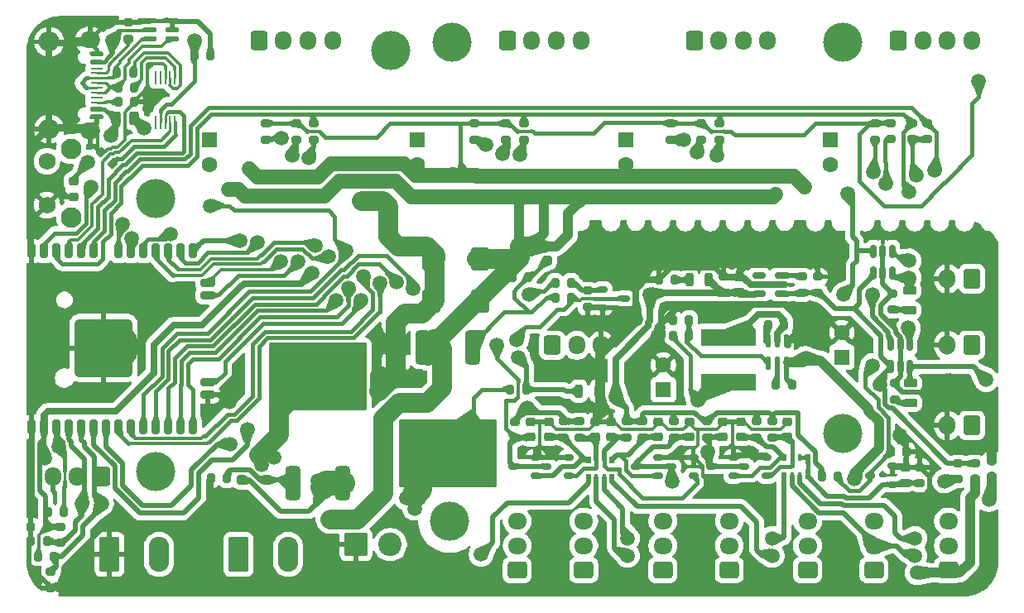
<source format=gbr>
%TF.GenerationSoftware,KiCad,Pcbnew,9.0.1-9.0.1-0~ubuntu24.04.1*%
%TF.CreationDate,2025-04-30T21:02:28+03:00*%
%TF.ProjectId,HYB_ESPA,4859425f-4553-4504-912e-6b696361645f,V_0.1b*%
%TF.SameCoordinates,PX5f5e100PY5f5e100*%
%TF.FileFunction,Copper,L1,Top*%
%TF.FilePolarity,Positive*%
%FSLAX46Y46*%
G04 Gerber Fmt 4.6, Leading zero omitted, Abs format (unit mm)*
G04 Created by KiCad (PCBNEW 9.0.1-9.0.1-0~ubuntu24.04.1) date 2025-04-30 21:02:28*
%MOMM*%
%LPD*%
G01*
G04 APERTURE LIST*
G04 Aperture macros list*
%AMRoundRect*
0 Rectangle with rounded corners*
0 $1 Rounding radius*
0 $2 $3 $4 $5 $6 $7 $8 $9 X,Y pos of 4 corners*
0 Add a 4 corners polygon primitive as box body*
4,1,4,$2,$3,$4,$5,$6,$7,$8,$9,$2,$3,0*
0 Add four circle primitives for the rounded corners*
1,1,$1+$1,$2,$3*
1,1,$1+$1,$4,$5*
1,1,$1+$1,$6,$7*
1,1,$1+$1,$8,$9*
0 Add four rect primitives between the rounded corners*
20,1,$1+$1,$2,$3,$4,$5,0*
20,1,$1+$1,$4,$5,$6,$7,0*
20,1,$1+$1,$6,$7,$8,$9,0*
20,1,$1+$1,$8,$9,$2,$3,0*%
G04 Aperture macros list end*
%TA.AperFunction,EtchedComponent*%
%ADD10C,0.000000*%
%TD*%
%TA.AperFunction,SMDPad,CuDef*%
%ADD11RoundRect,0.112500X-0.537500X0.112500X-0.537500X-0.112500X0.537500X-0.112500X0.537500X0.112500X0*%
%TD*%
%TA.AperFunction,SMDPad,CuDef*%
%ADD12R,1.300000X0.240000*%
%TD*%
%TA.AperFunction,ComponentPad*%
%ADD13O,2.100000X1.700000*%
%TD*%
%TA.AperFunction,ComponentPad*%
%ADD14O,2.100000X2.000000*%
%TD*%
%TA.AperFunction,ComponentPad*%
%ADD15RoundRect,0.250001X-0.949999X-0.949999X0.949999X-0.949999X0.949999X0.949999X-0.949999X0.949999X0*%
%TD*%
%TA.AperFunction,ComponentPad*%
%ADD16C,2.400000*%
%TD*%
%TA.AperFunction,SMDPad,CuDef*%
%ADD17RoundRect,0.599999X2.399996X2.399996X-2.399996X2.399996X-2.399996X-2.399996X2.399996X-2.399996X0*%
%TD*%
%TA.AperFunction,SMDPad,CuDef*%
%ADD18RoundRect,0.200000X0.200000X0.550060X-0.200000X0.550060X-0.200000X-0.550060X0.200000X-0.550060X0*%
%TD*%
%TA.AperFunction,SMDPad,CuDef*%
%ADD19RoundRect,0.200000X-0.550060X0.200000X-0.550060X-0.200000X0.550060X-0.200000X0.550060X0.200000X0*%
%TD*%
%TA.AperFunction,SMDPad,CuDef*%
%ADD20RoundRect,0.200000X-0.275000X0.200000X-0.275000X-0.200000X0.275000X-0.200000X0.275000X0.200000X0*%
%TD*%
%TA.AperFunction,SMDPad,CuDef*%
%ADD21RoundRect,0.200000X0.200000X0.500000X-0.200000X0.500000X-0.200000X-0.500000X0.200000X-0.500000X0*%
%TD*%
%TA.AperFunction,SMDPad,CuDef*%
%ADD22RoundRect,0.150000X0.150000X-0.512500X0.150000X0.512500X-0.150000X0.512500X-0.150000X-0.512500X0*%
%TD*%
%TA.AperFunction,ComponentPad*%
%ADD23RoundRect,0.249999X-0.790001X-1.550001X0.790001X-1.550001X0.790001X1.550001X-0.790001X1.550001X0*%
%TD*%
%TA.AperFunction,ComponentPad*%
%ADD24O,2.080000X3.600000*%
%TD*%
%TA.AperFunction,SMDPad,CuDef*%
%ADD25RoundRect,0.200000X-0.200000X-0.275000X0.200000X-0.275000X0.200000X0.275000X-0.200000X0.275000X0*%
%TD*%
%TA.AperFunction,SMDPad,CuDef*%
%ADD26RoundRect,0.225000X0.250000X-0.225000X0.250000X0.225000X-0.250000X0.225000X-0.250000X-0.225000X0*%
%TD*%
%TA.AperFunction,ComponentPad*%
%ADD27RoundRect,0.250000X0.725000X-0.600000X0.725000X0.600000X-0.725000X0.600000X-0.725000X-0.600000X0*%
%TD*%
%TA.AperFunction,ComponentPad*%
%ADD28O,1.950000X1.700000*%
%TD*%
%TA.AperFunction,SMDPad,CuDef*%
%ADD29RoundRect,0.200000X0.275000X-0.200000X0.275000X0.200000X-0.275000X0.200000X-0.275000X-0.200000X0*%
%TD*%
%TA.AperFunction,SMDPad,CuDef*%
%ADD30R,0.500000X0.800000*%
%TD*%
%TA.AperFunction,SMDPad,CuDef*%
%ADD31R,0.400000X0.800000*%
%TD*%
%TA.AperFunction,ComponentPad*%
%ADD32R,1.600000X1.600000*%
%TD*%
%TA.AperFunction,ComponentPad*%
%ADD33C,1.600000*%
%TD*%
%TA.AperFunction,ComponentPad*%
%ADD34RoundRect,0.250000X0.600000X0.750000X-0.600000X0.750000X-0.600000X-0.750000X0.600000X-0.750000X0*%
%TD*%
%TA.AperFunction,ComponentPad*%
%ADD35O,1.700000X2.000000*%
%TD*%
%TA.AperFunction,SMDPad,CuDef*%
%ADD36RoundRect,0.137500X0.137500X-0.525000X0.137500X0.525000X-0.137500X0.525000X-0.137500X-0.525000X0*%
%TD*%
%TA.AperFunction,SMDPad,CuDef*%
%ADD37RoundRect,0.200000X0.500000X-0.200000X0.500000X0.200000X-0.500000X0.200000X-0.500000X-0.200000X0*%
%TD*%
%TA.AperFunction,SMDPad,CuDef*%
%ADD38RoundRect,0.150000X0.350000X0.150000X-0.350000X0.150000X-0.350000X-0.150000X0.350000X-0.150000X0*%
%TD*%
%TA.AperFunction,ComponentPad*%
%ADD39C,4.000000*%
%TD*%
%TA.AperFunction,SMDPad,CuDef*%
%ADD40RoundRect,0.225000X-0.250000X0.225000X-0.250000X-0.225000X0.250000X-0.225000X0.250000X0.225000X0*%
%TD*%
%TA.AperFunction,SMDPad,CuDef*%
%ADD41RoundRect,0.200000X0.200000X0.275000X-0.200000X0.275000X-0.200000X-0.275000X0.200000X-0.275000X0*%
%TD*%
%TA.AperFunction,SMDPad,CuDef*%
%ADD42RoundRect,0.340910X0.409090X-1.409090X0.409090X1.409090X-0.409090X1.409090X-0.409090X-1.409090X0*%
%TD*%
%TA.AperFunction,SMDPad,CuDef*%
%ADD43RoundRect,0.164835X2.085165X-1.335165X2.085165X1.335165X-2.085165X1.335165X-2.085165X-1.335165X0*%
%TD*%
%TA.AperFunction,SMDPad,CuDef*%
%ADD44RoundRect,0.186172X4.813828X-3.313828X4.813828X3.313828X-4.813828X3.313828X-4.813828X-3.313828X0*%
%TD*%
%TA.AperFunction,SMDPad,CuDef*%
%ADD45RoundRect,0.200000X-0.335876X-0.053033X-0.053033X-0.335876X0.335876X0.053033X0.053033X0.335876X0*%
%TD*%
%TA.AperFunction,ComponentPad*%
%ADD46RoundRect,0.250000X-0.600000X-0.725000X0.600000X-0.725000X0.600000X0.725000X-0.600000X0.725000X0*%
%TD*%
%TA.AperFunction,ComponentPad*%
%ADD47O,1.700000X1.950000*%
%TD*%
%TA.AperFunction,SMDPad,CuDef*%
%ADD48RoundRect,0.250000X-0.250000X-0.250000X0.250000X-0.250000X0.250000X0.250000X-0.250000X0.250000X0*%
%TD*%
%TA.AperFunction,SMDPad,CuDef*%
%ADD49R,5.700000X1.800000*%
%TD*%
%TA.AperFunction,ComponentPad*%
%ADD50RoundRect,0.250000X0.600000X0.725000X-0.600000X0.725000X-0.600000X-0.725000X0.600000X-0.725000X0*%
%TD*%
%TA.AperFunction,SMDPad,CuDef*%
%ADD51RoundRect,0.243750X0.243750X0.456250X-0.243750X0.456250X-0.243750X-0.456250X0.243750X-0.456250X0*%
%TD*%
%TA.AperFunction,SMDPad,CuDef*%
%ADD52RoundRect,0.060000X-0.060000X0.590000X-0.060000X-0.590000X0.060000X-0.590000X0.060000X0.590000X0*%
%TD*%
%TA.AperFunction,SMDPad,CuDef*%
%ADD53RoundRect,0.340910X-0.409090X1.409090X-0.409090X-1.409090X0.409090X-1.409090X0.409090X1.409090X0*%
%TD*%
%TA.AperFunction,SMDPad,CuDef*%
%ADD54RoundRect,0.164835X-2.085165X1.335165X-2.085165X-1.335165X2.085165X-1.335165X2.085165X1.335165X0*%
%TD*%
%TA.AperFunction,SMDPad,CuDef*%
%ADD55RoundRect,0.186172X-4.813828X3.313828X-4.813828X-3.313828X4.813828X-3.313828X4.813828X3.313828X0*%
%TD*%
%TA.AperFunction,SMDPad,CuDef*%
%ADD56RoundRect,0.225000X-0.225000X-0.250000X0.225000X-0.250000X0.225000X0.250000X-0.225000X0.250000X0*%
%TD*%
%TA.AperFunction,SMDPad,CuDef*%
%ADD57C,2.000000*%
%TD*%
%TA.AperFunction,ComponentPad*%
%ADD58C,1.750000*%
%TD*%
%TA.AperFunction,ComponentPad*%
%ADD59C,2.100000*%
%TD*%
%TA.AperFunction,SMDPad,CuDef*%
%ADD60RoundRect,0.150000X0.512500X0.150000X-0.512500X0.150000X-0.512500X-0.150000X0.512500X-0.150000X0*%
%TD*%
%TA.AperFunction,SMDPad,CuDef*%
%ADD61RoundRect,0.200000X-0.200000X-0.500000X0.200000X-0.500000X0.200000X0.500000X-0.200000X0.500000X0*%
%TD*%
%TA.AperFunction,SMDPad,CuDef*%
%ADD62RoundRect,0.137500X0.525000X0.137500X-0.525000X0.137500X-0.525000X-0.137500X0.525000X-0.137500X0*%
%TD*%
%TA.AperFunction,SMDPad,CuDef*%
%ADD63RoundRect,0.150000X-0.350000X-0.150000X0.350000X-0.150000X0.350000X0.150000X-0.350000X0.150000X0*%
%TD*%
%TA.AperFunction,SMDPad,CuDef*%
%ADD64RoundRect,0.195652X0.704348X0.954348X-0.704348X0.954348X-0.704348X-0.954348X0.704348X-0.954348X0*%
%TD*%
%TA.AperFunction,ViaPad*%
%ADD65C,1.500000*%
%TD*%
%TA.AperFunction,ViaPad*%
%ADD66C,5.000000*%
%TD*%
%TA.AperFunction,Conductor*%
%ADD67C,0.400000*%
%TD*%
%TA.AperFunction,Conductor*%
%ADD68C,0.300000*%
%TD*%
%TA.AperFunction,Conductor*%
%ADD69C,0.500000*%
%TD*%
%TA.AperFunction,Conductor*%
%ADD70C,2.000000*%
%TD*%
%TA.AperFunction,Conductor*%
%ADD71C,1.000000*%
%TD*%
%TA.AperFunction,Conductor*%
%ADD72C,0.700000*%
%TD*%
%TA.AperFunction,Conductor*%
%ADD73C,2.500000*%
%TD*%
%TA.AperFunction,Conductor*%
%ADD74C,0.240000*%
%TD*%
%TA.AperFunction,Conductor*%
%ADD75C,1.500000*%
%TD*%
%TA.AperFunction,Conductor*%
%ADD76C,0.900000*%
%TD*%
G04 APERTURE END LIST*
D10*
%TA.AperFunction,EtchedComponent*%
%TO.C,NT1*%
G36*
X39100000Y24300000D02*
G01*
X37100000Y24300000D01*
X37100000Y28300000D01*
X39100000Y28300000D01*
X39100000Y24300000D01*
G37*
%TD.AperFunction*%
%TD*%
D11*
%TO.P,J2,A1,GND*%
%TO.N,GND*%
X7510000Y55800000D03*
%TO.P,J2,A4,VBUS*%
%TO.N,Net-(F1-Pad2)*%
X7510000Y55000000D03*
D12*
%TO.P,J2,A5,CC1*%
%TO.N,Net-(J2-CC1)*%
X7510000Y53850000D03*
%TO.P,J2,A6,D+*%
%TO.N,Net-(J2-D+-PadA6)*%
X7510000Y52850000D03*
%TO.P,J2,A7,D-*%
%TO.N,Net-(J2-D--PadA7)*%
X7510000Y52350000D03*
%TO.P,J2,A8,SBU1*%
%TO.N,unconnected-(J2-SBU1-PadA8)*%
X7510000Y51350000D03*
D11*
%TO.P,J2,A9,VBUS*%
%TO.N,Net-(F1-Pad2)*%
X7510000Y50200000D03*
%TO.P,J2,A12,GND*%
%TO.N,GND*%
X7510000Y49400000D03*
%TO.P,J2,B1,GND*%
X7510000Y49400000D03*
%TO.P,J2,B4,VBUS*%
%TO.N,Net-(F1-Pad2)*%
X7510000Y50200000D03*
D12*
%TO.P,J2,B5,CC2*%
%TO.N,Net-(J2-CC2)*%
X7510000Y50850000D03*
%TO.P,J2,B6,D+*%
%TO.N,Net-(J2-D+-PadA6)*%
X7510000Y51850000D03*
%TO.P,J2,B7,D-*%
%TO.N,Net-(J2-D--PadA7)*%
X7510000Y53350000D03*
%TO.P,J2,B8,SBU2*%
%TO.N,unconnected-(J2-SBU2-PadB8)*%
X7510000Y54350000D03*
D11*
%TO.P,J2,B9,VBUS*%
%TO.N,Net-(F1-Pad2)*%
X7510000Y55000000D03*
%TO.P,J2,B12,GND*%
%TO.N,GND*%
X7510000Y55800000D03*
D13*
%TO.P,J2,S1,SHIELD*%
X6815000Y57250000D03*
D14*
X2635000Y57070000D03*
X2635000Y48130000D03*
D13*
X6815000Y47950000D03*
%TD*%
D15*
%TO.P,J22,1,Pin_1*%
%TO.N,GND*%
X34020000Y5600000D03*
D16*
%TO.P,J22,2,Pin_2*%
%TO.N,Net-(J22-Pin_2)*%
X37520000Y5600000D03*
%TD*%
D17*
%TO.P,U7,39,GND*%
%TO.N,GND*%
X8193012Y25721761D03*
D18*
%TO.P,U7,38,GND*%
X853012Y35651761D03*
%TO.P,U7,37,IO23*%
%TO.N,/MOSI*%
X2123012Y35651761D03*
%TO.P,U7,36,IO22*%
%TO.N,/TXD_UART1*%
X3393012Y35651761D03*
%TO.P,U7,35,TXD0*%
%TO.N,/TXD_ESP*%
X4663012Y35651761D03*
%TO.P,U7,34,RXD0*%
%TO.N,/RXD_ESP*%
X5933012Y35651761D03*
%TO.P,U7,33,IO21*%
%TO.N,/RXD_UART1*%
X7203012Y35651761D03*
%TO.P,U7,31,IO19*%
%TO.N,/MISO*%
X9743012Y35651761D03*
%TO.P,U7,30,IO18*%
%TO.N,/SCK*%
X11013012Y35651761D03*
%TO.P,U7,29,IO05*%
%TO.N,/SS*%
X12283012Y35651761D03*
%TO.P,U7,28,IO17*%
%TO.N,/E_Dir*%
X13553012Y35651761D03*
%TO.P,U7,27,IO16*%
%TO.N,/E_Step*%
X14823012Y35651761D03*
%TO.P,U7,26,IO04*%
%TO.N,/O_PWM2*%
X16093012Y35651761D03*
%TO.P,U7,25,IO00*%
%TO.N,/Probe_Diag*%
X17363012Y35651761D03*
D19*
%TO.P,U7,24,IO02*%
%TO.N,/O_PWM1*%
X18853012Y32366761D03*
%TO.P,U7,23,IO15*%
%TO.N,/Z_Diag*%
X18853012Y31096761D03*
%TO.P,U7,16,IO13*%
%TO.N,/SGN_AIR*%
X18853012Y22206761D03*
%TO.P,U7,15,GND*%
%TO.N,GND*%
X18853012Y20936761D03*
D18*
%TO.P,U7,14,IO12*%
%TO.N,/Z_Dir*%
X17363012Y17651761D03*
%TO.P,U7,13,IO14*%
%TO.N,/Z_Step*%
X16093012Y17651761D03*
%TO.P,U7,12,IO27*%
%TO.N,/X_Step*%
X14823012Y17651761D03*
%TO.P,U7,11,IO26*%
%TO.N,/X_Dir*%
X13553012Y17651761D03*
%TO.P,U7,10,IO25*%
%TO.N,/Stepper_EN*%
X12283012Y17651761D03*
%TO.P,U7,9,IO33*%
%TO.N,/Y_Step*%
X11013012Y17651761D03*
%TO.P,U7,8,IO32*%
%TO.N,/Y_Dir*%
X9743012Y17651761D03*
%TO.P,U7,7,IO35*%
%TO.N,/Y_Diag*%
X8473012Y17651761D03*
%TO.P,U7,6,IO34*%
%TO.N,/X_Diag*%
X7203012Y17651761D03*
%TO.P,U7,5,IO39_SENSOR_VN*%
%TO.N,/TB*%
X5933012Y17651761D03*
%TO.P,U7,4,IO36_SENSOR_VP*%
%TO.N,/TE*%
X4663012Y17651761D03*
%TO.P,U7,3,EN*%
%TO.N,/EN*%
X3393012Y17651761D03*
%TO.P,U7,2,3V3*%
%TO.N,+3V3*%
X2123012Y17651761D03*
%TO.P,U7,1,GND*%
%TO.N,GND*%
X853012Y17651761D03*
%TD*%
D20*
%TO.P,R38,1*%
%TO.N,GND*%
X91700000Y13525000D03*
%TO.P,R38,2*%
%TO.N,Net-(Q9-G)*%
X91700000Y11875000D03*
%TD*%
D21*
%TO.P,D2,1,K*%
%TO.N,GND*%
X58800000Y21300000D03*
%TO.P,D2,2,A*%
%TO.N,Net-(D2-A)*%
X56800000Y21300000D03*
%TD*%
D22*
%TO.P,U11,1,VCCA*%
%TO.N,+5V*%
X86950000Y33362500D03*
%TO.P,U11,2,GND*%
%TO.N,GND*%
X87900000Y33362500D03*
%TO.P,U11,3,A*%
%TO.N,Net-(D5-A)*%
X88850000Y33362500D03*
%TO.P,U11,4,B*%
%TO.N,/O_PWM2*%
X88850000Y35637500D03*
%TO.P,U11,5,DIR*%
%TO.N,GND*%
X87900000Y35637500D03*
%TO.P,U11,6,VCCB*%
%TO.N,+3V3*%
X86950000Y35637500D03*
%TD*%
D20*
%TO.P,R37,1*%
%TO.N,+3V3*%
X75000000Y18225000D03*
%TO.P,R37,2*%
%TO.N,Net-(Q7-G)*%
X75000000Y16575000D03*
%TD*%
D23*
%TO.P,J21,1,Pin_1*%
%TO.N,GND*%
X8800000Y4600000D03*
D24*
%TO.P,J21,2,Pin_2*%
%TO.N,Net-(J21-Pin_2)*%
X13880000Y4600000D03*
%TD*%
D25*
%TO.P,R23,1*%
%TO.N,VDC_Secure*%
X49975000Y33000000D03*
%TO.P,R23,2*%
%TO.N,Net-(D4-A)*%
X51625000Y33000000D03*
%TD*%
D26*
%TO.P,C7,1*%
%TO.N,Net-(Q6-G)*%
X53700000Y16625000D03*
%TO.P,C7,2*%
%TO.N,GND*%
X53700000Y18175000D03*
%TD*%
D27*
%TO.P,J26,1,Pin_1*%
%TO.N,+5V_lim*%
X65401242Y3000000D03*
D28*
%TO.P,J26,2,Pin_2*%
%TO.N,Net-(J26-Pin_2)*%
X65401242Y5500000D03*
%TO.P,J26,3,Pin_3*%
%TO.N,GND_lim*%
X65401242Y8000000D03*
%TD*%
D29*
%TO.P,F4,1*%
%TO.N,+5V_lim*%
X97300000Y12300000D03*
%TO.P,F4,2*%
%TO.N,+5V*%
X97300000Y13900000D03*
%TD*%
D20*
%TO.P,F3,1*%
%TO.N,+5V*%
X95600000Y13900000D03*
%TO.P,F3,2*%
%TO.N,Net-(J19-Pin_1)*%
X95600000Y12300000D03*
%TD*%
D30*
%TO.P,RN2,1*%
%TO.N,Net-(J27-Pin_2)*%
X77800000Y12700000D03*
%TO.P,RN2,2*%
%TO.N,Net-(Q7-G)*%
X77800000Y14500000D03*
D31*
%TO.P,RN2,3*%
%TO.N,Net-(J29-Pin_2)*%
X78600000Y12700000D03*
%TO.P,RN2,4*%
%TO.N,Net-(Q10-G)*%
X78600000Y14500000D03*
%TO.P,RN2,5*%
%TO.N,Net-(J30-Pin_2)*%
X79400000Y12700000D03*
%TO.P,RN2,6*%
%TO.N,Net-(Q9-G)*%
X79400000Y14500000D03*
D30*
%TO.P,RN2,7*%
X80200000Y12700000D03*
%TO.P,RN2,8*%
X80200000Y14500000D03*
%TD*%
D29*
%TO.P,R13,2*%
%TO.N,GND_Stepper*%
X87100000Y48725000D03*
%TO.P,R13,1*%
%TO.N,/X_MS1*%
X87100000Y47075000D03*
%TD*%
D32*
%TO.P,C3,1*%
%TO.N,VDC_Secure*%
X19000000Y47000000D03*
D33*
%TO.P,C3,2*%
%TO.N,GND_Stepper*%
X19000000Y44500000D03*
%TD*%
D20*
%TO.P,R20,1*%
%TO.N,+3V3*%
X55300000Y18225000D03*
%TO.P,R20,2*%
%TO.N,Net-(Q6-G)*%
X55300000Y16575000D03*
%TD*%
D25*
%TO.P,R19,1*%
%TO.N,GND*%
X19175000Y12400000D03*
%TO.P,R19,2*%
%TO.N,Net-(D1-A)*%
X20825000Y12400000D03*
%TD*%
D29*
%TO.P,R17,1*%
%TO.N,/X_UART*%
X92400000Y47100000D03*
%TO.P,R17,2*%
%TO.N,/RXD_UART1*%
X92400000Y48750000D03*
%TD*%
D20*
%TO.P,R24,1*%
%TO.N,+3V3*%
X50274590Y18200494D03*
%TO.P,R24,2*%
%TO.N,/Z_Diag*%
X50274590Y16550494D03*
%TD*%
D29*
%TO.P,R12,1*%
%TO.N,/Y_UART*%
X71200000Y47075000D03*
%TO.P,R12,2*%
%TO.N,/TXD_UART1*%
X71200000Y48725000D03*
%TD*%
D25*
%TO.P,R34,1*%
%TO.N,+3V3*%
X81675000Y12600000D03*
%TO.P,R34,2*%
%TO.N,/Probe_Diag*%
X83325000Y12600000D03*
%TD*%
D29*
%TO.P,R36,1*%
%TO.N,Net-(D6-K)*%
X89100000Y20475000D03*
%TO.P,R36,2*%
%TO.N,GND*%
X89100000Y22125000D03*
%TD*%
D34*
%TO.P,J18,1,Pin_1*%
%TO.N,Net-(D6-A)*%
X97000000Y26010690D03*
D35*
%TO.P,J18,2,Pin_2*%
%TO.N,GND*%
X94500000Y26010690D03*
%TD*%
D29*
%TO.P,R6,1*%
%TO.N,/E_MS2*%
X27900000Y47075000D03*
%TO.P,R6,2*%
%TO.N,GND_Stepper*%
X27900000Y48725000D03*
%TD*%
D26*
%TO.P,C9,1*%
%TO.N,Net-(Q4-G)*%
X64900000Y16625000D03*
%TO.P,C9,2*%
%TO.N,GND*%
X64900000Y18175000D03*
%TD*%
D36*
%TO.P,U10,1,FB*%
%TO.N,Net-(U10-FB)*%
X76150000Y24162500D03*
%TO.P,U10,2,EN*%
%TO.N,Net-(U10-EN)*%
X77100000Y24162500D03*
%TO.P,U10,3,IN*%
%TO.N,VDC*%
X78050000Y24162500D03*
%TO.P,U10,4,GND*%
%TO.N,GND*%
X78050000Y26437500D03*
%TO.P,U10,5,SW*%
%TO.N,Net-(U10-SW)*%
X77100000Y26437500D03*
%TO.P,U10,6,BST*%
%TO.N,Net-(U10-BST)*%
X76150000Y26437500D03*
%TD*%
D37*
%TO.P,D6,1,K*%
%TO.N,Net-(D6-K)*%
X90700000Y20100000D03*
%TO.P,D6,2,A*%
%TO.N,Net-(D6-A)*%
X90700000Y22100000D03*
%TD*%
D29*
%TO.P,R7,1*%
%TO.N,/E_UART*%
X29700000Y47075000D03*
%TO.P,R7,2*%
%TO.N,/TXD_UART1*%
X29700000Y48725000D03*
%TD*%
D38*
%TO.P,Q5,1,G*%
%TO.N,Net-(Q5-G)*%
X55793717Y12650000D03*
%TO.P,Q5,2,S*%
%TO.N,GND*%
X55793717Y14550000D03*
%TO.P,Q5,3,D*%
%TO.N,/Z_Diag*%
X53518717Y13600000D03*
%TD*%
%TO.P,Q6,1,G*%
%TO.N,Net-(Q6-G)*%
X52393717Y12650000D03*
%TO.P,Q6,2,S*%
%TO.N,GND*%
X52393717Y14550000D03*
%TO.P,Q6,3,D*%
%TO.N,/Z_Diag*%
X50118717Y13600000D03*
%TD*%
D39*
%TO.P,H2,1*%
%TO.N,N/C*%
X37600000Y56200000D03*
%TD*%
D40*
%TO.P,C20,1*%
%TO.N,GND*%
X73238361Y32975000D03*
%TO.P,C20,2*%
%TO.N,+3V3*%
X73238361Y31425000D03*
%TD*%
D41*
%TO.P,C2,1*%
%TO.N,GND*%
X19125000Y55700000D03*
%TO.P,C2,2*%
%TO.N,+3V3*%
X17475000Y55700000D03*
%TD*%
D26*
%TO.P,C19,1*%
%TO.N,Net-(Q9-G)*%
X90200000Y11925000D03*
%TO.P,C19,2*%
%TO.N,GND*%
X90200000Y13475000D03*
%TD*%
%TO.P,C18,1*%
%TO.N,Net-(Q7-G)*%
X73400000Y16625000D03*
%TO.P,C18,2*%
%TO.N,GND*%
X73400000Y18175000D03*
%TD*%
D38*
%TO.P,Q9,1,G*%
%TO.N,Net-(Q9-G)*%
X88837500Y11750000D03*
%TO.P,Q9,2,S*%
%TO.N,GND*%
X88837500Y13650000D03*
%TO.P,Q9,3,D*%
%TO.N,/Probe_Diag*%
X86562500Y12700000D03*
%TD*%
%TO.P,Q8,1,G*%
%TO.N,Net-(Q8-G)*%
X68537500Y12650000D03*
%TO.P,Q8,2,S*%
%TO.N,GND*%
X68537500Y14550000D03*
%TO.P,Q8,3,D*%
%TO.N,/Y_Diag*%
X66262500Y13600000D03*
%TD*%
D42*
%TO.P,Q1,1,G*%
%TO.N,Net-(D1-A)*%
X27560000Y11900000D03*
D43*
%TO.P,Q1,2,S*%
%TO.N,Net-(J21-Pin_2)*%
X27500000Y21100000D03*
X32700000Y21100000D03*
D44*
X30100000Y22800000D03*
D43*
X27500000Y24500000D03*
X32700000Y24500000D03*
D42*
%TO.P,Q1,3,D*%
%TO.N,VDC*%
X32640000Y11900000D03*
%TD*%
D41*
%TO.P,R30,1*%
%TO.N,Net-(Q2-G)*%
X56025000Y32400000D03*
%TO.P,R30,2*%
%TO.N,/SGN_AIR*%
X54375000Y32400000D03*
%TD*%
D20*
%TO.P,R35,1*%
%TO.N,+3V3*%
X66500000Y18225000D03*
%TO.P,R35,2*%
%TO.N,/Y_Diag*%
X66500000Y16575000D03*
%TD*%
D41*
%TO.P,C24,1*%
%TO.N,/TE*%
X2425000Y5935170D03*
%TO.P,C24,2*%
%TO.N,GND*%
X775000Y5935170D03*
%TD*%
D45*
%TO.P,C27,1*%
%TO.N,GND*%
X7916637Y45783363D03*
%TO.P,C27,2*%
%TO.N,Net-(U2-V3)*%
X9083363Y44616637D03*
%TD*%
D32*
%TO.P,C23,1*%
%TO.N,+5V*%
X65450000Y21467620D03*
D33*
%TO.P,C23,2*%
%TO.N,GND*%
X65450000Y23967620D03*
%TD*%
D29*
%TO.P,R10,1*%
%TO.N,/Z_MS1*%
X46100000Y47075000D03*
%TO.P,R10,2*%
%TO.N,GND_Stepper*%
X46100000Y48725000D03*
%TD*%
D46*
%TO.P,J6,1,Pin_1*%
%TO.N,Net-(J6-Pin_1)*%
X49500000Y57200000D03*
D47*
%TO.P,J6,2,Pin_2*%
%TO.N,Net-(J6-Pin_2)*%
X52000000Y57200000D03*
%TO.P,J6,3,Pin_3*%
%TO.N,Net-(J6-Pin_3)*%
X54500000Y57200000D03*
%TO.P,J6,4,Pin_4*%
%TO.N,Net-(J6-Pin_4)*%
X57000000Y57200000D03*
%TD*%
D48*
%TO.P,D4,1,K*%
%TO.N,VDC_Secure*%
X51050000Y34700000D03*
%TO.P,D4,2,A*%
%TO.N,Net-(D4-A)*%
X53550000Y34700000D03*
%TD*%
D20*
%TO.P,R40,1*%
%TO.N,+3V3*%
X69900000Y18225000D03*
%TO.P,R40,2*%
%TO.N,/X_Diag*%
X69900000Y16575000D03*
%TD*%
D46*
%TO.P,J9,1,Pin_1*%
%TO.N,Net-(J9-Pin_1)*%
X89500000Y57200000D03*
D47*
%TO.P,J9,2,Pin_2*%
%TO.N,Net-(J9-Pin_2)*%
X92000000Y57200000D03*
%TO.P,J9,3,Pin_3*%
%TO.N,Net-(J9-Pin_3)*%
X94500000Y57200000D03*
%TO.P,J9,4,Pin_4*%
%TO.N,Net-(J9-Pin_4)*%
X97000000Y57200000D03*
%TD*%
D23*
%TO.P,J23,1,Pin_1*%
%TO.N,VDC*%
X22000000Y4600000D03*
D24*
%TO.P,J23,2,Pin_2*%
%TO.N,VDC_Secure*%
X27080000Y4600000D03*
%TD*%
D20*
%TO.P,C26,1*%
%TO.N,/TB*%
X2800000Y2825000D03*
%TO.P,C26,2*%
%TO.N,GND*%
X2800000Y1175000D03*
%TD*%
D37*
%TO.P,D5,1,K*%
%TO.N,Net-(D5-K)*%
X90641339Y29594033D03*
%TO.P,D5,2,A*%
%TO.N,Net-(D5-A)*%
X90641339Y31594033D03*
%TD*%
D39*
%TO.P,H5,1*%
%TO.N,N/C*%
X13500000Y13100000D03*
%TD*%
D32*
%TO.P,C5,1*%
%TO.N,VDC_Secure*%
X40300000Y47000000D03*
D33*
%TO.P,C5,2*%
%TO.N,GND_Stepper*%
X40300000Y44500000D03*
%TD*%
D25*
%TO.P,R41,1*%
%TO.N,+5V*%
X66427904Y27000000D03*
%TO.P,R41,2*%
%TO.N,Net-(U10-FB)*%
X68077904Y27000000D03*
%TD*%
D26*
%TO.P,C10,1*%
%TO.N,/Z_Diag*%
X51874590Y16600494D03*
%TO.P,C10,2*%
%TO.N,GND*%
X51874590Y18150494D03*
%TD*%
D29*
%TO.P,R9,1*%
%TO.N,/Z_UART*%
X51200000Y47075000D03*
%TO.P,R9,2*%
%TO.N,/TXD_UART1*%
X51200000Y48725000D03*
%TD*%
D49*
%TO.P,L1,1*%
%TO.N,+5V*%
X72100000Y22200000D03*
%TO.P,L1,2*%
%TO.N,Net-(U10-SW)*%
X72100000Y26800000D03*
%TD*%
D38*
%TO.P,Q4,1,G*%
%TO.N,Net-(Q4-G)*%
X64937500Y12650000D03*
%TO.P,Q4,2,S*%
%TO.N,GND*%
X64937500Y14550000D03*
%TO.P,Q4,3,D*%
%TO.N,/Y_Diag*%
X62662500Y13600000D03*
%TD*%
D46*
%TO.P,J16,1,Pin_1*%
%TO.N,Net-(D2-A)*%
X54100000Y26000000D03*
D47*
%TO.P,J16,2,Pin_2*%
%TO.N,/~{Air}*%
X56600000Y26000000D03*
%TO.P,J16,3,Pin_3*%
%TO.N,GND*%
X59100000Y26000000D03*
%TD*%
D26*
%TO.P,C14,1*%
%TO.N,/Y_Diag*%
X68100000Y16625000D03*
%TO.P,C14,2*%
%TO.N,GND*%
X68100000Y18175000D03*
%TD*%
D29*
%TO.P,R46,1*%
%TO.N,/TE*%
X3800000Y5775000D03*
%TO.P,R46,2*%
%TO.N,+3V3*%
X3800000Y7425000D03*
%TD*%
D30*
%TO.P,RN1,1*%
%TO.N,Net-(J24-Pin_2)*%
X57800000Y12500000D03*
%TO.P,RN1,2*%
%TO.N,Net-(Q6-G)*%
X57800000Y14300000D03*
D31*
%TO.P,RN1,3*%
%TO.N,Net-(J25-Pin_2)*%
X58600000Y12500000D03*
%TO.P,RN1,4*%
%TO.N,Net-(Q5-G)*%
X58600000Y14300000D03*
%TO.P,RN1,5*%
%TO.N,Net-(J26-Pin_2)*%
X59400000Y12500000D03*
%TO.P,RN1,6*%
%TO.N,Net-(Q8-G)*%
X59400000Y14300000D03*
D30*
%TO.P,RN1,7*%
%TO.N,Net-(J28-Pin_2)*%
X60200000Y12500000D03*
%TO.P,RN1,8*%
%TO.N,Net-(Q4-G)*%
X60200000Y14300000D03*
%TD*%
D39*
%TO.P,H3,1*%
%TO.N,N/C*%
X43800000Y57000000D03*
%TD*%
D46*
%TO.P,J3,1,Pin_1*%
%TO.N,Net-(J3-Pin_1)*%
X24100000Y57200000D03*
D47*
%TO.P,J3,2,Pin_2*%
%TO.N,Net-(J3-Pin_2)*%
X26600000Y57200000D03*
%TO.P,J3,3,Pin_3*%
%TO.N,Net-(J3-Pin_3)*%
X29100000Y57200000D03*
%TO.P,J3,4,Pin_4*%
%TO.N,Net-(J3-Pin_4)*%
X31600000Y57200000D03*
%TD*%
D25*
%TO.P,R21,1*%
%TO.N,Net-(J22-Pin_2)*%
X49775000Y21500000D03*
%TO.P,R21,2*%
%TO.N,Net-(D2-A)*%
X51425000Y21500000D03*
%TD*%
D20*
%TO.P,R42,1*%
%TO.N,+3V3*%
X76600000Y18225000D03*
%TO.P,R42,2*%
%TO.N,Net-(Q10-G)*%
X76600000Y16575000D03*
%TD*%
%TO.P,R22,1*%
%TO.N,+3V3*%
X61700000Y18225000D03*
%TO.P,R22,2*%
%TO.N,Net-(Q8-G)*%
X61700000Y16575000D03*
%TD*%
D29*
%TO.P,R15,1*%
%TO.N,/Y_MS2*%
X69300000Y47075000D03*
%TO.P,R15,2*%
%TO.N,GND_Stepper*%
X69300000Y48725000D03*
%TD*%
D41*
%TO.P,R44,1*%
%TO.N,/EN*%
X4125000Y8900000D03*
%TO.P,R44,2*%
%TO.N,+3V3*%
X2475000Y8900000D03*
%TD*%
D38*
%TO.P,Q10,1,G*%
%TO.N,Net-(Q10-G)*%
X76037500Y12650000D03*
%TO.P,Q10,2,S*%
%TO.N,GND*%
X76037500Y14550000D03*
%TO.P,Q10,3,D*%
%TO.N,/X_Diag*%
X73762500Y13600000D03*
%TD*%
D50*
%TO.P,J15,1,Pin_1*%
%TO.N,/TB*%
X8000000Y12600000D03*
D47*
%TO.P,J15,2,Pin_2*%
%TO.N,/TE*%
X5500000Y12600000D03*
%TO.P,J15,3,Pin_3*%
%TO.N,GND*%
X3000000Y12600000D03*
%TD*%
D20*
%TO.P,C21,1*%
%TO.N,GND*%
X81262500Y33025000D03*
%TO.P,C21,2*%
%TO.N,+5V*%
X81262500Y31375000D03*
%TD*%
D46*
%TO.P,J13,1,Pin_1*%
%TO.N,Net-(J13-Pin_1)*%
X68600000Y57200000D03*
D47*
%TO.P,J13,2,Pin_2*%
%TO.N,Net-(J13-Pin_2)*%
X71100000Y57200000D03*
%TO.P,J13,3,Pin_3*%
%TO.N,Net-(J13-Pin_3)*%
X73600000Y57200000D03*
%TO.P,J13,4,Pin_4*%
%TO.N,Net-(J13-Pin_4)*%
X76100000Y57200000D03*
%TD*%
D51*
%TO.P,F1,1*%
%TO.N,+5V*%
X11337500Y49200000D03*
%TO.P,F1,2*%
%TO.N,Net-(F1-Pad2)*%
X9462500Y49200000D03*
%TD*%
D40*
%TO.P,C1,1*%
%TO.N,/EN*%
X5100000Y42775000D03*
%TO.P,C1,2*%
%TO.N,GND*%
X5100000Y41225000D03*
%TD*%
D41*
%TO.P,R26,1*%
%TO.N,/~{Air}*%
X56055375Y30900000D03*
%TO.P,R26,2*%
%TO.N,Net-(D4-A)*%
X54405375Y30900000D03*
%TD*%
D20*
%TO.P,R27,1*%
%TO.N,+3V3*%
X56900000Y18225000D03*
%TO.P,R27,2*%
%TO.N,Net-(Q5-G)*%
X56900000Y16575000D03*
%TD*%
D32*
%TO.P,C6,1*%
%TO.N,VDC_Secure*%
X82520000Y47000000D03*
D33*
%TO.P,C6,2*%
%TO.N,GND_Stepper*%
X82520000Y44500000D03*
%TD*%
D20*
%TO.P,R28,1*%
%TO.N,+3V3*%
X63300000Y18225000D03*
%TO.P,R28,2*%
%TO.N,Net-(Q4-G)*%
X63300000Y16575000D03*
%TD*%
D29*
%TO.P,R18,1*%
%TO.N,/X_MS2*%
X88700000Y47100000D03*
%TO.P,R18,2*%
%TO.N,GND_Stepper*%
X88700000Y48750000D03*
%TD*%
D52*
%TO.P,U2,1,UD+*%
%TO.N,/D+*%
X15500000Y53400000D03*
%TO.P,U2,2,UD-*%
%TO.N,/D-*%
X15000000Y53400000D03*
%TO.P,U2,3,GND*%
%TO.N,GND*%
X14500000Y53400000D03*
%TO.P,U2,4,~{RTS}*%
%TO.N,unconnected-(U2-~{RTS}-Pad4)*%
X14000000Y53400000D03*
%TO.P,U2,5,~{CTS}*%
%TO.N,unconnected-(U2-~{CTS}-Pad5)*%
X13500000Y53400000D03*
%TO.P,U2,6,TNOW*%
%TO.N,unconnected-(U2-TNOW-Pad6)*%
X13500000Y48800000D03*
%TO.P,U2,7,VCC*%
%TO.N,+3V3*%
X14000000Y48800000D03*
%TO.P,U2,8,TXD*%
%TO.N,/RXD_ESP*%
X14500000Y48800000D03*
%TO.P,U2,9,RXD*%
%TO.N,/TXD_ESP*%
X15000000Y48800000D03*
%TO.P,U2,10,V3*%
%TO.N,Net-(U2-V3)*%
X15500000Y48800000D03*
%TD*%
D53*
%TO.P,Q3,1,G*%
%TO.N,Net-(D4-A)*%
X45940000Y25820680D03*
D54*
%TO.P,Q3,2,S*%
%TO.N,Net-(J22-Pin_2)*%
X46000000Y16620680D03*
X40800000Y16620680D03*
D55*
X43400000Y14920680D03*
D54*
X46000000Y13220680D03*
X40800000Y13220680D03*
D53*
%TO.P,Q3,3,D*%
%TO.N,VDC_Secure*%
X40860000Y25820680D03*
%TD*%
D34*
%TO.P,J17,1,Pin_1*%
%TO.N,Net-(D5-A)*%
X97000000Y32810690D03*
D35*
%TO.P,J17,2,Pin_2*%
%TO.N,GND*%
X94500000Y32810690D03*
%TD*%
D39*
%TO.P,H4,1*%
%TO.N,N/C*%
X83800000Y57000000D03*
%TD*%
D20*
%TO.P,R1,1*%
%TO.N,GND*%
X10700000Y59025000D03*
%TO.P,R1,2*%
%TO.N,Net-(J2-CC1)*%
X10700000Y57375000D03*
%TD*%
D27*
%TO.P,J28,1,Pin_1*%
%TO.N,+5V_lim*%
X72201242Y3000000D03*
D28*
%TO.P,J28,2,Pin_2*%
%TO.N,Net-(J28-Pin_2)*%
X72201242Y5500000D03*
%TO.P,J28,3,Pin_3*%
%TO.N,GND_lim*%
X72201242Y8000000D03*
%TD*%
D27*
%TO.P,J27,1,Pin_1*%
%TO.N,+5V_lim*%
X80200000Y3000000D03*
D28*
%TO.P,J27,2,Pin_2*%
%TO.N,Net-(J27-Pin_2)*%
X80200000Y5500000D03*
%TO.P,J27,3,Pin_3*%
%TO.N,GND_lim*%
X80200000Y8000000D03*
%TD*%
D56*
%TO.P,C16,1*%
%TO.N,/Probe_Diag*%
X88725000Y15100000D03*
%TO.P,C16,2*%
%TO.N,GND*%
X90275000Y15100000D03*
%TD*%
D57*
%TO.P,NT1,1,1*%
%TO.N,GND_Stepper*%
X38100000Y28300001D03*
%TO.P,NT1,2,2*%
%TO.N,GND*%
X38100000Y24299999D03*
%TD*%
D41*
%TO.P,C22,1*%
%TO.N,Net-(U10-SW)*%
X77825000Y28100000D03*
%TO.P,C22,2*%
%TO.N,Net-(U10-BST)*%
X76175000Y28100000D03*
%TD*%
D20*
%TO.P,C13,1*%
%TO.N,GND*%
X71638361Y33025000D03*
%TO.P,C13,2*%
%TO.N,+3V3*%
X71638361Y31375000D03*
%TD*%
D29*
%TO.P,R16,1*%
%TO.N,/X_UART*%
X90900000Y47100000D03*
%TO.P,R16,2*%
%TO.N,/TXD_UART1*%
X90900000Y48750000D03*
%TD*%
D27*
%TO.P,J24,1,Pin_1*%
%TO.N,+5V_lim*%
X50505097Y3000000D03*
D28*
%TO.P,J24,2,Pin_2*%
%TO.N,Net-(J24-Pin_2)*%
X50505097Y5500000D03*
%TO.P,J24,3,Pin_3*%
%TO.N,GND_lim*%
X50505097Y8000000D03*
%TD*%
D32*
%TO.P,C4,1*%
%TO.N,VDC_Secure*%
X61600000Y47000000D03*
D33*
%TO.P,C4,2*%
%TO.N,GND_Stepper*%
X61600000Y44500000D03*
%TD*%
D58*
%TO.P,SW1,1,1*%
%TO.N,GND*%
X2400000Y40349999D03*
%TO.P,SW1,2,2*%
%TO.N,/EN*%
X2400000Y44849999D03*
D59*
%TO.P,SW1,SH,B*%
%TO.N,GND*%
X4890000Y39099999D03*
X4890000Y46109999D03*
%TD*%
D29*
%TO.P,R8,1*%
%TO.N,/E_MS1*%
X24800000Y47075000D03*
%TO.P,R8,2*%
%TO.N,GND_Stepper*%
X24800000Y48725000D03*
%TD*%
D60*
%TO.P,U8,1,VIN*%
%TO.N,+5V*%
X77500000Y31250000D03*
%TO.P,U8,2,GND*%
%TO.N,GND*%
X77500000Y32200000D03*
%TO.P,U8,3,EN*%
%TO.N,Net-(U8-EN)*%
X77500000Y33150000D03*
%TO.P,U8,4,FB*%
%TO.N,unconnected-(U8-FB-Pad4)*%
X75225000Y33150000D03*
%TO.P,U8,5,VOUT*%
%TO.N,+3V3*%
X75225000Y31250000D03*
%TD*%
D41*
%TO.P,R5,1*%
%TO.N,/D+*%
X11325000Y52400000D03*
%TO.P,R5,2*%
%TO.N,Net-(J2-D+-PadA6)*%
X9675000Y52400000D03*
%TD*%
D26*
%TO.P,C17,1*%
%TO.N,Net-(Q10-G)*%
X78100000Y16625000D03*
%TO.P,C17,2*%
%TO.N,GND*%
X78100000Y18175000D03*
%TD*%
D32*
%TO.P,C12,1*%
%TO.N,VDC*%
X83700000Y24800000D03*
D33*
%TO.P,C12,2*%
%TO.N,GND*%
X83700000Y27300000D03*
%TD*%
D26*
%TO.P,C15,1*%
%TO.N,/X_Diag*%
X71500000Y16625000D03*
%TO.P,C15,2*%
%TO.N,GND*%
X71500000Y18175000D03*
%TD*%
D39*
%TO.P,H6,1*%
%TO.N,N/C*%
X83800000Y17000000D03*
%TD*%
D26*
%TO.P,C11,1*%
%TO.N,Net-(Q8-G)*%
X60100000Y16625000D03*
%TO.P,C11,2*%
%TO.N,GND*%
X60100000Y18175000D03*
%TD*%
D41*
%TO.P,R32,1*%
%TO.N,VDC*%
X78625000Y22000000D03*
%TO.P,R32,2*%
%TO.N,Net-(U10-EN)*%
X76975000Y22000000D03*
%TD*%
D29*
%TO.P,R33,1*%
%TO.N,Net-(D5-K)*%
X88900000Y29675000D03*
%TO.P,R33,2*%
%TO.N,GND*%
X88900000Y31325000D03*
%TD*%
D41*
%TO.P,R4,1*%
%TO.N,/D-*%
X11225000Y53905117D03*
%TO.P,R4,2*%
%TO.N,Net-(J2-D--PadA7)*%
X9575000Y53905117D03*
%TD*%
D61*
%TO.P,D3,1,K*%
%TO.N,Net-(D3-K)*%
X68100000Y32700000D03*
%TO.P,D3,2,A*%
%TO.N,+3V3*%
X70100000Y32700000D03*
%TD*%
D38*
%TO.P,Q7,1,G*%
%TO.N,Net-(Q7-G)*%
X72637500Y12650000D03*
%TO.P,Q7,2,S*%
%TO.N,GND*%
X72637500Y14550000D03*
%TO.P,Q7,3,D*%
%TO.N,/X_Diag*%
X70362500Y13600000D03*
%TD*%
D25*
%TO.P,R2,1*%
%TO.N,Net-(J2-CC2)*%
X9675000Y50900000D03*
%TO.P,R2,2*%
%TO.N,GND*%
X11325000Y50900000D03*
%TD*%
D62*
%TO.P,U1,1*%
%TO.N,Net-(J2-D+-PadA6)*%
X15237500Y57350000D03*
%TO.P,U1,2*%
%TO.N,GND*%
X15237500Y58300000D03*
%TO.P,U1,3*%
X15237500Y59250000D03*
%TO.P,U1,4*%
X12962500Y59250000D03*
%TO.P,U1,5*%
%TO.N,Net-(F1-Pad2)*%
X12962500Y58300000D03*
%TO.P,U1,6*%
%TO.N,Net-(J2-D--PadA7)*%
X12962500Y57350000D03*
%TD*%
D34*
%TO.P,J19,1,Pin_1*%
%TO.N,Net-(J19-Pin_1)*%
X97000000Y17800000D03*
D35*
%TO.P,J19,2,Pin_2*%
%TO.N,GND*%
X94500000Y17800000D03*
%TD*%
D29*
%TO.P,R14,1*%
%TO.N,/Y_MS1*%
X66200000Y47075000D03*
%TO.P,R14,2*%
%TO.N,GND_Stepper*%
X66200000Y48725000D03*
%TD*%
%TO.P,R43,1*%
%TO.N,GND_lim*%
X99000000Y12575000D03*
%TO.P,R43,2*%
%TO.N,GND*%
X99000000Y14225000D03*
%TD*%
D41*
%TO.P,R45,1*%
%TO.N,/TB*%
X3125000Y4400000D03*
%TO.P,R45,2*%
%TO.N,+3V3*%
X1475000Y4400000D03*
%TD*%
D22*
%TO.P,U9,1,VCCA*%
%TO.N,+5V*%
X88742493Y23840724D03*
%TO.P,U9,2,GND*%
%TO.N,GND*%
X89692493Y23840724D03*
%TO.P,U9,3,A*%
%TO.N,Net-(D6-A)*%
X90642493Y23840724D03*
%TO.P,U9,4,B*%
%TO.N,/O_PWM1*%
X90642493Y26115724D03*
%TO.P,U9,5,DIR*%
%TO.N,GND*%
X89692493Y26115724D03*
%TO.P,U9,6,VCCB*%
%TO.N,+3V3*%
X88742493Y26115724D03*
%TD*%
D29*
%TO.P,R11,1*%
%TO.N,/Z_MS2*%
X49300000Y47075000D03*
%TO.P,R11,2*%
%TO.N,GND_Stepper*%
X49300000Y48725000D03*
%TD*%
D26*
%TO.P,C8,1*%
%TO.N,Net-(Q5-G)*%
X58500000Y16625000D03*
%TO.P,C8,2*%
%TO.N,GND*%
X58500000Y18175000D03*
%TD*%
D27*
%TO.P,J30,1,Pin_1*%
%TO.N,+5V_lim*%
X94600000Y3000000D03*
D28*
%TO.P,J30,2,Pin_2*%
%TO.N,Net-(J30-Pin_2)*%
X94600000Y5500000D03*
%TO.P,J30,3,Pin_3*%
%TO.N,GND_lim*%
X94600000Y8000000D03*
%TD*%
D41*
%TO.P,C25,1*%
%TO.N,+3V3*%
X2425000Y7400000D03*
%TO.P,C25,2*%
%TO.N,GND*%
X775000Y7400000D03*
%TD*%
D63*
%TO.P,Q2,1,G*%
%TO.N,Net-(Q2-G)*%
X59262500Y31750000D03*
%TO.P,Q2,2,S*%
%TO.N,GND*%
X59262500Y29850000D03*
%TO.P,Q2,3,D*%
%TO.N,/~{Air}*%
X61537500Y30800000D03*
%TD*%
D39*
%TO.P,H1,1*%
%TO.N,N/C*%
X13500000Y41000000D03*
%TD*%
D64*
%TO.P,D8,1,A1*%
%TO.N,VDC_Secure*%
X46700000Y30500000D03*
%TO.P,D8,2,A2*%
%TO.N,GND_Stepper*%
X41700000Y30500000D03*
%TD*%
%TO.P,D7,1,A1*%
%TO.N,VDC_Secure*%
X46700000Y34800000D03*
%TO.P,D7,2,A2*%
%TO.N,GND_Stepper*%
X41700000Y34800000D03*
%TD*%
D39*
%TO.P,H7,1*%
%TO.N,N/C*%
X43590000Y8000000D03*
%TD*%
D27*
%TO.P,J25,1,Pin_1*%
%TO.N,+5V_lim*%
X57305097Y3000000D03*
D28*
%TO.P,J25,2,Pin_2*%
%TO.N,Net-(J25-Pin_2)*%
X57305097Y5500000D03*
%TO.P,J25,3,Pin_3*%
%TO.N,GND_lim*%
X57305097Y8000000D03*
%TD*%
D41*
%TO.P,R25,1*%
%TO.N,Net-(D3-K)*%
X66625000Y32700000D03*
%TO.P,R25,2*%
%TO.N,GND*%
X64975000Y32700000D03*
%TD*%
%TO.P,R39,1*%
%TO.N,Net-(U10-FB)*%
X68077904Y28600000D03*
%TO.P,R39,2*%
%TO.N,GND*%
X66427904Y28600000D03*
%TD*%
D20*
%TO.P,R31,1*%
%TO.N,Net-(U8-EN)*%
X79662500Y33025000D03*
%TO.P,R31,2*%
%TO.N,+5V*%
X79662500Y31375000D03*
%TD*%
D27*
%TO.P,J29,1,Pin_1*%
%TO.N,+5V_lim*%
X87000000Y3000000D03*
D28*
%TO.P,J29,2,Pin_2*%
%TO.N,Net-(J29-Pin_2)*%
X87000000Y5500000D03*
%TO.P,J29,3,Pin_3*%
%TO.N,GND_lim*%
X87000000Y8000000D03*
%TD*%
D20*
%TO.P,R29,1*%
%TO.N,Net-(Q2-G)*%
X57700000Y31600000D03*
%TO.P,R29,2*%
%TO.N,GND*%
X57700000Y29950000D03*
%TD*%
D48*
%TO.P,D1,1,K*%
%TO.N,VDC*%
X22350000Y12200000D03*
%TO.P,D1,2,A*%
%TO.N,Net-(D1-A)*%
X24850000Y12200000D03*
%TD*%
D65*
%TO.N,/RXD_UART1*%
X93200000Y43900000D03*
%TO.N,/TXD_UART1*%
X90600000Y41700000D03*
%TO.N,GND*%
X36400000Y21300000D03*
X36500000Y22900000D03*
%TO.N,/Z_Step*%
X31996389Y30580000D03*
%TO.N,/SGN_AIR*%
X34501811Y30580002D03*
%TO.N,/E_Dir*%
X31246928Y35102952D03*
%TO.N,/Z_Dir*%
X33278213Y31845078D03*
%TO.N,/E_Step*%
X29886524Y36219604D03*
%TO.N,/Z_Diag*%
X48400000Y26000000D03*
X28099313Y34578289D03*
%TO.N,Net-(D2-A)*%
X50592816Y24786921D03*
%TO.N,/Y_Diag*%
X21100000Y15900000D03*
%TO.N,GND*%
X64900000Y27000000D03*
X94500000Y22400000D03*
X21072947Y20171284D03*
X62590000Y28700000D03*
X37800000Y22900000D03*
D66*
X9300000Y25900000D03*
D65*
X89670000Y16800000D03*
X59200000Y19400000D03*
X4100000Y1250000D03*
X43100000Y1500000D03*
%TO.N,+3V3*%
X86841360Y31210000D03*
X29512984Y33414400D03*
X83900000Y31210000D03*
X2198379Y14403394D03*
X51499152Y19605200D03*
X17540000Y57200000D03*
X84300000Y41500000D03*
X60600000Y20670000D03*
X64100000Y31210000D03*
%TO.N,/TE*%
X6000000Y9800000D03*
%TO.N,/TB*%
X8000000Y9800000D03*
%TO.N,VDC_Secure*%
X76900000Y41410000D03*
X20960792Y41951091D03*
X31400000Y8200000D03*
X32344508Y42840000D03*
X61660636Y41200000D03*
X35300000Y9300000D03*
X36400000Y10380000D03*
%TO.N,+5V*%
X87584423Y21984423D03*
X12350858Y48179962D03*
X69018569Y20395653D03*
%TO.N,VDC*%
X31400775Y11819745D03*
X79999077Y24674245D03*
X84964011Y12314467D03*
X30150773Y12179745D03*
X30450773Y10879745D03*
%TO.N,/X_Diag*%
X22900000Y17400000D03*
%TO.N,/EN*%
X6587618Y44759999D03*
X3650000Y15663394D03*
%TO.N,/Y_Diag*%
X66358044Y12046417D03*
%TO.N,/X_Diag*%
X69969516Y15126153D03*
%TO.N,Net-(D5-A)*%
X90610000Y32900000D03*
%TO.N,Net-(D6-A)*%
X98467732Y22467732D03*
%TO.N,Net-(F1-Pad2)*%
X8962326Y47450556D03*
X9133173Y57200000D03*
%TO.N,+5V_lim*%
X91400000Y2719997D03*
%TO.N,GND_lim*%
X98750454Y10214990D03*
%TO.N,Net-(J19-Pin_1)*%
X94200000Y12100000D03*
%TO.N,/~{Air}*%
X50436860Y26540000D03*
%TO.N,/SCK*%
X11091819Y36918943D03*
%TO.N,/MISO*%
X10151000Y38406380D03*
%TO.N,/MOSI*%
X6889222Y42201623D03*
%TO.N,/SS*%
X15058684Y37411695D03*
%TO.N,/X_MS1*%
X86943755Y43740408D03*
%TO.N,/X_MS2*%
X88227296Y42536194D03*
%TO.N,/Y_MS2*%
X68900000Y45800000D03*
%TO.N,/Y_MS1*%
X67500000Y47000000D03*
%TO.N,/Z_MS2*%
X49001049Y45634958D03*
%TO.N,/Z_MS1*%
X47300000Y46500000D03*
%TO.N,/E_MS2*%
X27471843Y45463287D03*
%TO.N,/E_MS1*%
X26415000Y47207983D03*
%TO.N,/X_UART*%
X91300000Y43400000D03*
%TO.N,/SGN_AIR*%
X51700000Y31200000D03*
%TO.N,/Y_UART*%
X70900000Y45400000D03*
%TO.N,/Z_UART*%
X50754680Y45485335D03*
%TO.N,/E_UART*%
X29200000Y45130000D03*
%TO.N,/Stepper_EN*%
X32994446Y35648437D03*
X19100000Y40300000D03*
%TO.N,/Y_Step*%
X34787807Y33047704D03*
%TO.N,/O_PWM2*%
X23945409Y36545584D03*
X90600000Y34660003D03*
%TO.N,/Y_Dir*%
X36430510Y32415932D03*
%TO.N,/X_Step*%
X38190248Y32446451D03*
%TO.N,/X_Dir*%
X39842381Y31815638D03*
%TO.N,/O_PWM1*%
X90500000Y27800000D03*
X26339319Y34583715D03*
%TO.N,Net-(J21-Pin_2)*%
X24400000Y13800000D03*
X24065599Y14774070D03*
X25600000Y14500000D03*
%TO.N,Net-(J24-Pin_2)*%
X46800000Y4600000D03*
%TO.N,Net-(J25-Pin_2)*%
X61800000Y4479997D03*
%TO.N,GND_Stepper*%
X65200000Y43300000D03*
X43900000Y43472663D03*
X34600000Y40800000D03*
X45100000Y43400000D03*
X97715219Y53084781D03*
X46300000Y43400000D03*
X79900000Y42200000D03*
X23065685Y44065685D03*
X35900000Y40800000D03*
X37100000Y40800000D03*
%TO.N,Net-(J26-Pin_2)*%
X61800000Y6240000D03*
%TO.N,Net-(J27-Pin_2)*%
X76600000Y6240000D03*
%TO.N,Net-(J28-Pin_2)*%
X76600000Y4479997D03*
%TO.N,Net-(J29-Pin_2)*%
X91200000Y4479997D03*
%TO.N,Net-(J30-Pin_2)*%
X91200000Y6240000D03*
%TO.N,/Probe_Diag*%
X86835755Y23937748D03*
X22192254Y36701682D03*
%TO.N,Net-(J22-Pin_2)*%
X40529115Y10706300D03*
X39160000Y10380000D03*
X40000000Y9300000D03*
%TD*%
D67*
%TO.N,Net-(F1-Pad2)*%
X9462500Y47950730D02*
X8962326Y47450556D01*
D68*
%TO.N,GND*%
X11325000Y50825000D02*
X10368604Y49868604D01*
%TO.N,/TXD_ESP*%
X4663012Y36578999D02*
X4884013Y36800000D01*
X7011000Y40411000D02*
X8070000Y41470000D01*
D67*
%TO.N,Net-(F1-Pad2)*%
X9462500Y49200000D02*
X9462500Y47950730D01*
D68*
%TO.N,/TXD_ESP*%
X4884013Y36800000D02*
X5589548Y36800000D01*
X5589548Y36800000D02*
X7011000Y38221452D01*
%TO.N,GND*%
X8311201Y45783363D02*
X7600000Y45783363D01*
D69*
%TO.N,+5V*%
X11337500Y49200000D02*
X12350858Y48186642D01*
D68*
%TO.N,/TXD_ESP*%
X8070000Y44750202D02*
X8887229Y45567431D01*
%TO.N,GND*%
X9110775Y46300093D02*
X8938113Y46127431D01*
%TO.N,/TXD_ESP*%
X8070000Y41470000D02*
X8070000Y44750202D01*
%TO.N,GND*%
X10368604Y49868604D02*
X10368604Y47070018D01*
X9598679Y46300093D02*
X9110775Y46300093D01*
X7600000Y45783363D02*
X7600000Y47495000D01*
X7600000Y47495000D02*
X6815000Y48280000D01*
X8655269Y46127431D02*
X8311201Y45783363D01*
%TO.N,/TXD_ESP*%
X9170073Y45567431D02*
X9342735Y45740093D01*
X8887229Y45567431D02*
X9170073Y45567431D01*
%TO.N,GND*%
X11325000Y50900000D02*
X11325000Y50825000D01*
D69*
%TO.N,+5V*%
X12350858Y48186642D02*
X12350858Y48179962D01*
D68*
%TO.N,/TXD_ESP*%
X4663012Y35651761D02*
X4663012Y36578999D01*
X14091000Y46991000D02*
X15000000Y47900000D01*
%TO.N,GND*%
X8938113Y46127431D02*
X8655269Y46127431D01*
%TO.N,/TXD_ESP*%
X9830639Y45740093D02*
X11081546Y46991000D01*
X11081546Y46991000D02*
X14091000Y46991000D01*
%TO.N,GND*%
X10368604Y47070018D02*
X9598679Y46300093D01*
%TO.N,/TXD_ESP*%
X9342735Y45740093D02*
X9830639Y45740093D01*
X7011000Y38221452D02*
X7011000Y40411000D01*
D67*
%TO.N,/TXD_UART1*%
X3994713Y34300000D02*
X7600000Y34300000D01*
%TO.N,/RXD_UART1*%
X9340000Y40873380D02*
X9340000Y42640000D01*
%TO.N,Net-(U2-V3)*%
X10083723Y45129093D02*
X11334630Y46380000D01*
%TO.N,/TXD_UART1*%
X8941000Y37422022D02*
X8941000Y39541000D01*
%TO.N,/RXD_ESP*%
X10357103Y44469093D02*
X11608010Y45720000D01*
%TO.N,/TXD_UART1*%
X8100000Y34800000D02*
X8100000Y36581022D01*
%TO.N,Net-(U2-V3)*%
X9083363Y44616637D02*
X9595819Y45129093D01*
X11334630Y46380000D02*
X14380000Y46380000D01*
X14380000Y46380000D02*
X15561000Y47561000D01*
%TO.N,/RXD_ESP*%
X7621000Y40158330D02*
X8680000Y41217330D01*
X5933012Y36280794D02*
X7621000Y37968782D01*
%TO.N,/RXD_UART1*%
X17079000Y45613324D02*
X17079000Y48479001D01*
%TO.N,/RXD_ESP*%
X8680000Y41217330D02*
X8680000Y42980000D01*
%TO.N,/TXD_UART1*%
X10903863Y43149093D02*
X12154770Y44400000D01*
X3393012Y35651761D02*
X3393012Y34901701D01*
X10000000Y40600000D02*
X10000000Y42300000D01*
%TO.N,/RXD_ESP*%
X16419000Y45886704D02*
X16419000Y49481000D01*
%TO.N,Net-(U2-V3)*%
X9595819Y45129093D02*
X10083723Y45129093D01*
%TO.N,/RXD_UART1*%
X16525676Y45060000D02*
X17079000Y45613324D01*
X7203012Y35651761D02*
X7203012Y36617414D01*
%TO.N,/TXD_UART1*%
X3393012Y34901701D02*
X3994713Y34300000D01*
X8100000Y36581022D02*
X8941000Y37422022D01*
X16800000Y44400000D02*
X17739000Y45339000D01*
%TO.N,/RXD_UART1*%
X10509093Y43809093D02*
X10630483Y43809093D01*
%TO.N,/TXD_UART1*%
X7600000Y34300000D02*
X8100000Y34800000D01*
X8941000Y39541000D02*
X10000000Y40600000D01*
X10849093Y43149093D02*
X10903863Y43149093D01*
X17739000Y48205620D02*
X19212396Y49679016D01*
X10000000Y42300000D02*
X10849093Y43149093D01*
%TO.N,/RXD_ESP*%
X7621000Y37968782D02*
X7621000Y40158330D01*
%TO.N,/TXD_UART1*%
X12154770Y44400000D02*
X16800000Y44400000D01*
X17739000Y45339000D02*
X17739000Y48205620D01*
X19212396Y49679016D02*
X29300000Y49679016D01*
%TO.N,/RXD_ESP*%
X5933012Y35651761D02*
X5933012Y36280794D01*
%TO.N,/RXD_UART1*%
X90806503Y50343497D02*
X92400000Y48750000D01*
X9340000Y42640000D02*
X10509093Y43809093D01*
X11881390Y45060000D02*
X16525676Y45060000D01*
X17079000Y48479001D02*
X18943497Y50343497D01*
X10630483Y43809093D02*
X11881390Y45060000D01*
X18943497Y50343497D02*
X90806503Y50343497D01*
X8281000Y37695402D02*
X8281000Y39814380D01*
X7203012Y36617414D02*
X8281000Y37695402D01*
%TO.N,/RXD_ESP*%
X15950000Y49950000D02*
X14850000Y49950000D01*
%TO.N,/RXD_UART1*%
X8281000Y39814380D02*
X9340000Y40873380D01*
%TO.N,/RXD_ESP*%
X16252296Y45720000D02*
X16419000Y45886704D01*
X11608010Y45720000D02*
X16252296Y45720000D01*
X10169093Y44469093D02*
X10357103Y44469093D01*
X16419000Y49481000D02*
X15950000Y49950000D01*
X8680000Y42980000D02*
X10169093Y44469093D01*
%TO.N,/X_MS2*%
X88700000Y47100000D02*
X88225000Y47100000D01*
%TO.N,/X_MS1*%
X87100000Y43896653D02*
X86943755Y43740408D01*
X87100000Y47075000D02*
X87100000Y43896653D01*
%TO.N,/X_MS2*%
X88227296Y44672704D02*
X88227296Y42536194D01*
X88225000Y47100000D02*
X88100000Y46975000D01*
X88100000Y46975000D02*
X88100000Y44800000D01*
%TO.N,/TXD_UART1*%
X89964000Y42336000D02*
X90600000Y41700000D01*
X89964000Y47814000D02*
X89964000Y42336000D01*
X90900000Y48750000D02*
X89964000Y47814000D01*
%TO.N,/X_MS2*%
X88100000Y44800000D02*
X88227296Y44672704D01*
%TO.N,/RXD_UART1*%
X92400000Y48750000D02*
X93382221Y47767779D01*
X93382221Y47767779D02*
X93382221Y44082221D01*
X93382221Y44082221D02*
X93200000Y43900000D01*
%TO.N,GND_Stepper*%
X97000000Y45500000D02*
X94510000Y43010000D01*
X94510000Y43010000D02*
X94510000Y42988801D01*
X93780000Y42280000D02*
X91800000Y40300000D01*
X88000000Y40300000D02*
X85500000Y42800000D01*
X85500000Y42800000D02*
X85500000Y47600000D01*
X86625000Y48725000D02*
X87100000Y48725000D01*
X94510000Y42988801D02*
X93801199Y42280000D01*
X91800000Y40300000D02*
X88000000Y40300000D01*
X97000000Y50751651D02*
X97000000Y45500000D01*
X93801199Y42280000D02*
X93780000Y42280000D01*
X97715219Y53084781D02*
X97715219Y51466870D01*
X85500000Y47600000D02*
X86625000Y48725000D01*
X97715219Y51466870D02*
X97000000Y50751651D01*
%TO.N,/X_UART*%
X90900000Y47100000D02*
X90900000Y43800000D01*
X90900000Y43800000D02*
X91300000Y43400000D01*
D69*
%TO.N,+3V3*%
X85200000Y35700000D02*
X85200000Y36700000D01*
X85200000Y36700000D02*
X84800000Y37100000D01*
X84800000Y37100000D02*
X84800000Y41000000D01*
X84800000Y41000000D02*
X84300000Y41500000D01*
D67*
%TO.N,GND_Stepper*%
X88700000Y48750000D02*
X87125000Y48750000D01*
X87125000Y48750000D02*
X87100000Y48725000D01*
D70*
%TO.N,GND*%
X37900000Y22900000D02*
X37800000Y22900000D01*
X37800000Y22700000D02*
X37800000Y22900000D01*
X36400000Y21300000D02*
X37800000Y22700000D01*
X38100000Y24299999D02*
X38100000Y23100000D01*
X38100000Y23100000D02*
X37900000Y22900000D01*
D67*
%TO.N,Net-(Q8-G)*%
X59400000Y14300000D02*
X59400000Y13700000D01*
X59400000Y13700000D02*
X59739000Y13361000D01*
X63305506Y10400000D02*
X67400000Y10400000D01*
X59739000Y13361000D02*
X60911000Y13361000D01*
X68900000Y11900000D02*
X68900000Y12287500D01*
X60911000Y13361000D02*
X60911000Y12794506D01*
X60911000Y12794506D02*
X63305506Y10400000D01*
X67400000Y10400000D02*
X68900000Y11900000D01*
X68900000Y12287500D02*
X68537500Y12650000D01*
%TO.N,Net-(Q7-G)*%
X72637500Y12750000D02*
X72737500Y12650000D01*
X77355742Y14500000D02*
X77800000Y14500000D01*
X72737500Y12650000D02*
X74450000Y12650000D01*
X74450000Y12650000D02*
X75300000Y13500000D01*
X75300000Y13500000D02*
X76355742Y13500000D01*
X76355742Y13500000D02*
X77355742Y14500000D01*
%TO.N,Net-(Q10-G)*%
X76037500Y12650000D02*
X76439122Y12650000D01*
X76439122Y12650000D02*
X77349122Y13560000D01*
X77349122Y13560000D02*
X77794796Y13560000D01*
X77794796Y13560000D02*
X77795796Y13561000D01*
X78600000Y13700000D02*
X78600000Y14500000D01*
X77795796Y13561000D02*
X78461000Y13561000D01*
X78461000Y13561000D02*
X78600000Y13700000D01*
D69*
%TO.N,GND*%
X19125000Y55700000D02*
X19125000Y57875000D01*
X19125000Y57875000D02*
X17850000Y59150000D01*
X17850000Y59150000D02*
X15337500Y59150000D01*
X15337500Y59150000D02*
X15237500Y59250000D01*
D67*
%TO.N,/SGN_AIR*%
X18853012Y22206761D02*
X19606761Y22206761D01*
X19606761Y22206761D02*
X20600000Y23200000D01*
X20600000Y23200000D02*
X20600000Y24333099D01*
X20600000Y24333099D02*
X24497582Y28230681D01*
X24497582Y28230681D02*
X32571497Y28230681D01*
X32571497Y28230681D02*
X34501811Y30160995D01*
X34501811Y30160995D02*
X34501811Y30580002D01*
%TO.N,/Stepper_EN*%
X14160000Y25693521D02*
X15706479Y27240000D01*
%TO.N,/Z_Step*%
X23951821Y29551681D02*
X30968070Y29551681D01*
X16140000Y24406620D02*
X16993380Y25260000D01*
%TO.N,/Stepper_EN*%
X14159999Y22808784D02*
X14160000Y25693521D01*
%TO.N,/X_Dir*%
X19113380Y26580000D02*
X23405061Y30871681D01*
%TO.N,/X_Step*%
X33047082Y33055078D02*
X34287031Y34295027D01*
%TO.N,/X_Dir*%
X31221810Y32450000D02*
X31238556Y32450000D01*
%TO.N,/Z_Dir*%
X17370000Y21430000D02*
X17370000Y17730000D01*
X33278213Y30121412D02*
X32048482Y28891681D01*
%TO.N,/Stepper_EN*%
X30965176Y33110000D02*
X32994446Y35139270D01*
%TO.N,/X_Dir*%
X15979859Y26580000D02*
X19113380Y26580000D01*
%TO.N,/X_Step*%
X19386760Y25920000D02*
X23678441Y30211681D01*
%TO.N,/X_Dir*%
X13560000Y17730000D02*
X13560000Y21275405D01*
X13560000Y21275405D02*
X14819999Y22535404D01*
X14819999Y22535404D02*
X14820000Y25420141D01*
X14820000Y25420141D02*
X15979859Y26580000D01*
%TO.N,/Z_Step*%
X19660140Y25260000D02*
X23951821Y29551681D01*
%TO.N,/X_Step*%
X16720000Y25920000D02*
X19386760Y25920000D01*
%TO.N,/X_Dir*%
X29643491Y30871681D02*
X31221810Y32450000D01*
%TO.N,/X_Step*%
X32777014Y33055078D02*
X33047082Y33055078D01*
%TO.N,/X_Dir*%
X32503634Y33715078D02*
X32772286Y33715078D01*
X34257208Y35200000D02*
X37120519Y35200000D01*
%TO.N,/X_Step*%
X36341672Y34295027D02*
X38190248Y32446451D01*
%TO.N,/X_Dir*%
X32772286Y33715078D02*
X34257208Y35200000D01*
%TO.N,/Z_Dir*%
X33278213Y31845078D02*
X33278213Y30121412D01*
X19933521Y24600000D02*
X17300000Y24600000D01*
%TO.N,/Z_Step*%
X16100000Y17730000D02*
X16100000Y21948645D01*
%TO.N,/Stepper_EN*%
X15706479Y27240000D02*
X18840000Y27240000D01*
%TO.N,/X_Step*%
X15480000Y24680000D02*
X16720000Y25920000D01*
%TO.N,/Z_Step*%
X16993380Y25260000D02*
X19660140Y25260000D01*
%TO.N,/Z_Dir*%
X24225201Y28891681D02*
X19933521Y24600000D01*
%TO.N,/Stepper_EN*%
X29370111Y31531681D02*
X30948430Y33110000D01*
X12290000Y20938785D02*
X14159999Y22808784D01*
%TO.N,/X_Step*%
X14830000Y17730000D02*
X14830000Y21612025D01*
%TO.N,/Z_Step*%
X16140000Y21988645D02*
X16140000Y24406620D01*
%TO.N,/X_Dir*%
X23405061Y30871681D02*
X29643491Y30871681D01*
%TO.N,/X_Step*%
X31511936Y31790000D02*
X32777014Y33055078D01*
%TO.N,/Z_Dir*%
X17300000Y24600000D02*
X16800000Y24100000D01*
X16800000Y24100000D02*
X16800000Y22000000D01*
X16800000Y22000000D02*
X17370000Y21430000D01*
%TO.N,/X_Dir*%
X31238556Y32450000D02*
X32503634Y33715078D01*
%TO.N,/X_Step*%
X14830000Y21612025D02*
X15480000Y22262025D01*
%TO.N,/Z_Step*%
X30968070Y29551681D02*
X31996389Y30580000D01*
%TO.N,/X_Dir*%
X37120519Y35200000D02*
X38675510Y33645009D01*
%TO.N,/Z_Step*%
X16100000Y21948645D02*
X16140000Y21988645D01*
%TO.N,/Stepper_EN*%
X18840000Y27240000D02*
X23131681Y31531681D01*
%TO.N,/X_Step*%
X23678441Y30211681D02*
X29916871Y30211681D01*
%TO.N,/Z_Dir*%
X32048482Y28891681D02*
X24225201Y28891681D01*
%TO.N,/X_Dir*%
X39842381Y32505518D02*
X39842381Y31815638D01*
%TO.N,/X_Step*%
X34287031Y34295027D02*
X36341672Y34295027D01*
%TO.N,/X_Dir*%
X38702890Y33645009D02*
X39842381Y32505518D01*
%TO.N,/X_Step*%
X31495190Y31790000D02*
X31511936Y31790000D01*
%TO.N,/Stepper_EN*%
X12290000Y17730000D02*
X12290000Y20938785D01*
%TO.N,/X_Dir*%
X38675510Y33645009D02*
X38702890Y33645009D01*
%TO.N,/X_Step*%
X29916871Y30211681D02*
X31495190Y31790000D01*
X15480000Y22262025D02*
X15480000Y24680000D01*
%TO.N,/Stepper_EN*%
X23131681Y31531681D02*
X29370111Y31531681D01*
X30948430Y33110000D02*
X30965176Y33110000D01*
X32994446Y35139270D02*
X32994446Y35648437D01*
D71*
%TO.N,VDC*%
X87499000Y15429006D02*
X84981451Y12911457D01*
D69*
%TO.N,+5V*%
X88742493Y23840724D02*
X87584423Y22682654D01*
D71*
%TO.N,VDC*%
X86444000Y19556000D02*
X86444000Y19283214D01*
X81540000Y24460000D02*
X86444000Y19556000D01*
X80000000Y24460000D02*
X81540000Y24460000D01*
D69*
%TO.N,+5V*%
X94500000Y13900000D02*
X88836000Y19564000D01*
X97300000Y13900000D02*
X94500000Y13900000D01*
D71*
%TO.N,VDC*%
X87499000Y18228215D02*
X87499000Y15429006D01*
D67*
%TO.N,/Probe_Diag*%
X88460000Y15365000D02*
X88460000Y18624860D01*
X88460000Y18624860D02*
X87404000Y19680860D01*
D69*
%TO.N,+5V*%
X87584423Y22682654D02*
X87584423Y21984423D01*
D67*
%TO.N,/Probe_Diag*%
X86106912Y23208905D02*
X86835755Y23937748D01*
D69*
%TO.N,+5V*%
X88836000Y19564000D02*
X88524952Y19564000D01*
D71*
%TO.N,VDC*%
X86444000Y19283214D02*
X87499000Y18228215D01*
D69*
%TO.N,+5V*%
X88114000Y21454846D02*
X87584423Y21984423D01*
D67*
%TO.N,/Probe_Diag*%
X86106912Y21750734D02*
X86106912Y23208905D01*
D69*
%TO.N,+5V*%
X88524952Y19564000D02*
X88114000Y19974952D01*
X88114000Y19974952D02*
X88114000Y21454846D01*
D67*
%TO.N,/Probe_Diag*%
X87404000Y19680860D02*
X87404000Y20453646D01*
X87404000Y20453646D02*
X86106912Y21750734D01*
X88725000Y15100000D02*
X88460000Y15365000D01*
D71*
%TO.N,VDC*%
X84981451Y12331907D02*
X84964011Y12314467D01*
X84981451Y12911457D02*
X84981451Y12331907D01*
D69*
%TO.N,+3V3*%
X76600000Y18800000D02*
X76936000Y19136000D01*
X80961000Y14014000D02*
X81675000Y13300000D01*
X76936000Y19136000D02*
X79264000Y19136000D01*
X79264000Y19136000D02*
X79264000Y16836000D01*
X79264000Y16836000D02*
X80961000Y15139000D01*
X80961000Y15139000D02*
X80961000Y14014000D01*
X81675000Y13300000D02*
X81675000Y12600000D01*
D67*
%TO.N,/Z_Diag*%
X21957217Y33151681D02*
X26672705Y33151681D01*
%TO.N,/O_PWM2*%
X17833463Y34433463D02*
X18891681Y35491681D01*
X16093012Y34901701D02*
X16561250Y34433463D01*
D68*
%TO.N,/O_PWM1*%
X18853012Y32366761D02*
X20247932Y33761681D01*
D67*
%TO.N,/O_PWM2*%
X16561250Y34433463D02*
X17833463Y34433463D01*
D69*
%TO.N,/Probe_Diag*%
X18412933Y36701682D02*
X22192254Y36701682D01*
D68*
%TO.N,/E_Step*%
X23914287Y34881681D02*
X24266303Y35233697D01*
D67*
%TO.N,/Z_Diag*%
X19980536Y31175000D02*
X21957217Y33151681D01*
D68*
%TO.N,/E_Step*%
X19189721Y34881681D02*
X23914287Y34881681D01*
X18072783Y33764743D02*
X19189721Y34881681D01*
D72*
%TO.N,+3V3*%
X22550214Y32341681D02*
X28440265Y32341681D01*
D68*
%TO.N,/E_Step*%
X15700000Y33900000D02*
X15835257Y33764743D01*
%TO.N,/E_Dir*%
X19421681Y34321681D02*
X24304191Y34321681D01*
D67*
%TO.N,/O_PWM2*%
X18891681Y35491681D02*
X22891506Y35491681D01*
D69*
%TO.N,/Probe_Diag*%
X17363012Y35651761D02*
X18412933Y36701682D01*
D68*
%TO.N,/E_Dir*%
X24304191Y34321681D02*
X24591255Y34608745D01*
D67*
%TO.N,/O_PWM2*%
X22891506Y35491681D02*
X23945409Y36545584D01*
%TO.N,/Z_Diag*%
X26672705Y33151681D02*
X28099313Y34578289D01*
D68*
%TO.N,/E_Dir*%
X18277761Y33177761D02*
X19421681Y34321681D01*
D67*
%TO.N,/Z_Diag*%
X18860000Y31175000D02*
X19980536Y31175000D01*
D68*
%TO.N,/E_Step*%
X15835257Y33764743D02*
X18072783Y33764743D01*
D72*
%TO.N,+3V3*%
X22103267Y31894734D02*
X22550214Y32341681D01*
X28440265Y32341681D02*
X29512984Y33414400D01*
D67*
%TO.N,/O_PWM2*%
X16093012Y35651761D02*
X16093012Y34901701D01*
D68*
%TO.N,/E_Dir*%
X15276952Y33177761D02*
X18277761Y33177761D01*
%TO.N,/O_PWM1*%
X20247932Y33761681D02*
X25517285Y33761681D01*
X25517285Y33761681D02*
X26339319Y34583715D01*
D70*
%TO.N,GND*%
X36500000Y21400000D02*
X36500000Y22900000D01*
X36400000Y21300000D02*
X36500000Y21400000D01*
D67*
%TO.N,/~{Air}*%
X54564000Y29664000D02*
X52800000Y27900000D01*
X50436860Y26943562D02*
X50436860Y26540000D01*
X56055375Y30425000D02*
X55294375Y29664000D01*
X55294375Y29664000D02*
X54564000Y29664000D01*
D69*
%TO.N,Net-(D2-A)*%
X51425000Y21500000D02*
X51425000Y23954737D01*
D67*
%TO.N,/~{Air}*%
X51393298Y27900000D02*
X50436860Y26943562D01*
X56055375Y30900000D02*
X56055375Y30425000D01*
X52800000Y27900000D02*
X51393298Y27900000D01*
D69*
%TO.N,Net-(D2-A)*%
X51425000Y23954737D02*
X50592816Y24786921D01*
D70*
%TO.N,VDC_Secure*%
X41300000Y20100000D02*
X38399896Y20100000D01*
X38399896Y20100000D02*
X36800000Y18500104D01*
X36800000Y18500104D02*
X36800000Y10780000D01*
X36800000Y10780000D02*
X36400000Y10380000D01*
X41900000Y26600000D02*
X42800000Y25700000D01*
X42800000Y25700000D02*
X42800000Y21600000D01*
X42800000Y21600000D02*
X41300000Y20100000D01*
D69*
%TO.N,Net-(D1-A)*%
X24850000Y12200000D02*
X26760000Y12200000D01*
X26760000Y12200000D02*
X27060000Y11900000D01*
X27060000Y11900000D02*
X27560000Y11900000D01*
%TO.N,VDC*%
X22350000Y12200000D02*
X23100000Y12200000D01*
X23100000Y12200000D02*
X26300000Y9000000D01*
X26300000Y9000000D02*
X29200000Y9000000D01*
X29200000Y9000000D02*
X30450773Y10250773D01*
X30450773Y10250773D02*
X30450773Y10879745D01*
D73*
X30600000Y11500000D02*
X31000000Y11900000D01*
X31000000Y11900000D02*
X32640000Y11900000D01*
D70*
%TO.N,Net-(J21-Pin_2)*%
X30100000Y22800000D02*
X29600000Y22800000D01*
X29600000Y22800000D02*
X26100000Y19300000D01*
X26100000Y19300000D02*
X26100000Y16808471D01*
X26100000Y16808471D02*
X24065599Y14774070D01*
D69*
%TO.N,VDC*%
X32140000Y11140000D02*
X32140000Y11400000D01*
X32140000Y11400000D02*
X32640000Y11900000D01*
D70*
%TO.N,GND_Stepper*%
X38100000Y28300001D02*
X39014213Y29214214D01*
X39014213Y29214214D02*
X40764214Y29214214D01*
X40764214Y29214214D02*
X42050000Y30500000D01*
X42050000Y30500000D02*
X42050000Y34800000D01*
%TO.N,VDC_Secure*%
X34200000Y8200000D02*
X31400000Y8200000D01*
X35300000Y9300000D02*
X34200000Y8200000D01*
D73*
%TO.N,Net-(J22-Pin_2)*%
X43400000Y14920680D02*
X40500000Y12020680D01*
X40500000Y12020680D02*
X40500000Y11300000D01*
X40500000Y11300000D02*
X40000000Y10800000D01*
X40000000Y10800000D02*
X40000000Y10600000D01*
D69*
%TO.N,/Y_Diag*%
X10121000Y13961946D02*
X10121000Y11679000D01*
X19843288Y15900000D02*
X21100000Y15900000D01*
X17180000Y11680000D02*
X17180000Y13236712D01*
X8480000Y17730000D02*
X8480000Y15602946D01*
X12200000Y9600000D02*
X15100000Y9600000D01*
X17180000Y13236712D02*
X19843288Y15900000D01*
X8480000Y15602946D02*
X10121000Y13961946D01*
X10121000Y11679000D02*
X12200000Y9600000D01*
X15100000Y9600000D02*
X17180000Y11680000D01*
%TO.N,/X_Diag*%
X7210000Y15798144D02*
X9361000Y13647144D01*
X7210000Y17730000D02*
X7210000Y15798144D01*
X11885198Y8840000D02*
X16440000Y8840000D01*
X16440000Y8840000D02*
X17940000Y10340000D01*
X17940000Y10340000D02*
X17940000Y12921910D01*
X17940000Y12921910D02*
X19258090Y14240000D01*
X19258090Y14240000D02*
X21358112Y14240000D01*
X21358112Y14240000D02*
X22900000Y15781888D01*
X9361000Y11364198D02*
X11885198Y8840000D01*
X9361000Y13647144D02*
X9361000Y11364198D01*
X22900000Y15781888D02*
X22900000Y17400000D01*
%TO.N,/Z_Diag*%
X50274590Y16550494D02*
X49800000Y16075904D01*
X49800000Y16075904D02*
X49800000Y13918717D01*
X49800000Y13918717D02*
X50118717Y13600000D01*
D67*
%TO.N,/Stepper_EN*%
X31800000Y39200000D02*
X31800000Y36842883D01*
X21550000Y39800000D02*
X31200000Y39800000D01*
X31800000Y36842883D02*
X32994446Y35648437D01*
D68*
%TO.N,/Y_Step*%
X34800924Y33034587D02*
X34787807Y33047704D01*
D67*
X34800924Y33034587D02*
X34787807Y33047704D01*
%TO.N,/Stepper_EN*%
X31200000Y39800000D02*
X31800000Y39200000D01*
%TO.N,/Y_Step*%
X34800924Y32979631D02*
X34800924Y33034587D01*
D68*
X34800924Y32979631D02*
X34800924Y33034587D01*
D67*
%TO.N,/Stepper_EN*%
X21050000Y40300000D02*
X21550000Y39800000D01*
D68*
%TO.N,/Y_Step*%
X34786814Y32453674D02*
X34786814Y32965521D01*
D67*
%TO.N,/Stepper_EN*%
X19100000Y40300000D02*
X21050000Y40300000D01*
D68*
%TO.N,/Y_Step*%
X34786814Y32965521D02*
X34800924Y32979631D01*
D69*
%TO.N,GND*%
X18853012Y20936761D02*
X20307470Y20936761D01*
X20307470Y20936761D02*
X21072947Y20171284D01*
D67*
%TO.N,/Z_Diag*%
X48400000Y24700000D02*
X48400000Y26000000D01*
X50300000Y22800000D02*
X48400000Y24700000D01*
X50600000Y22300000D02*
X50600000Y22500000D01*
X50600000Y22500000D02*
X50300000Y22800000D01*
X49300000Y20400000D02*
X50200000Y20400000D01*
X50200000Y20400000D02*
X50500000Y20700000D01*
D68*
X50500000Y20700000D02*
X50600000Y20800000D01*
X50600000Y20800000D02*
X50600000Y22300000D01*
D69*
%TO.N,+3V3*%
X50274590Y18200494D02*
X50274590Y18380638D01*
X51968352Y19136000D02*
X51499152Y19605200D01*
X55300000Y18225000D02*
X55300000Y18625000D01*
X54789000Y19136000D02*
X51968352Y19136000D01*
X55300000Y18625000D02*
X54789000Y19136000D01*
X50274590Y18380638D02*
X51499152Y19605200D01*
D67*
%TO.N,/Z_Diag*%
X50274590Y16550494D02*
X49300000Y17525084D01*
X49300000Y17525084D02*
X49300000Y20400000D01*
D69*
%TO.N,Net-(D2-A)*%
X55475782Y21300000D02*
X55275782Y21500000D01*
D67*
%TO.N,Net-(J22-Pin_2)*%
X49775000Y21500000D02*
X46888801Y21500000D01*
X46000000Y20611199D02*
X46000000Y16620680D01*
X46888801Y21500000D02*
X46000000Y20611199D01*
D69*
%TO.N,Net-(D2-A)*%
X56800000Y21300000D02*
X55475782Y21300000D01*
X55275782Y21500000D02*
X51425000Y21500000D01*
%TO.N,Net-(D1-A)*%
X21161000Y13211000D02*
X20825000Y12875000D01*
X23207090Y13211000D02*
X21161000Y13211000D01*
X20825000Y12875000D02*
X20825000Y12400000D01*
X24218090Y12200000D02*
X23207090Y13211000D01*
X24850000Y12200000D02*
X24218090Y12200000D01*
D70*
%TO.N,VDC_Secure*%
X35300000Y9300000D02*
X36380000Y10380000D01*
D69*
%TO.N,VDC*%
X31950773Y12679745D02*
X31400775Y12129747D01*
X31400775Y12129747D02*
X31400775Y11819745D01*
D70*
%TO.N,VDC_Secure*%
X36380000Y10380000D02*
X36400000Y10380000D01*
D68*
%TO.N,/Y_Dir*%
X10769299Y15930701D02*
X18820691Y15930701D01*
X18820691Y15930701D02*
X18989990Y16100000D01*
X10700000Y16000000D02*
X10769299Y15930701D01*
D72*
%TO.N,GND*%
X62648500Y31748500D02*
X62648500Y28758500D01*
D74*
X14500000Y54500000D02*
X14500000Y53400000D01*
D72*
X74362500Y32200000D02*
X73238361Y33324139D01*
D68*
X12707954Y52347575D02*
X12707954Y54717672D01*
X53100000Y18175000D02*
X52800000Y17875000D01*
D72*
X6815000Y48280000D02*
X2635000Y48280000D01*
D68*
X61180374Y17400000D02*
X64294326Y17400000D01*
D69*
X87900000Y35637500D02*
X87900000Y33362500D01*
D67*
X59262500Y29850000D02*
X61440000Y29850000D01*
D68*
X69000000Y15797125D02*
X68537500Y15334625D01*
X67480326Y17386000D02*
X68100000Y18005674D01*
D69*
X91700000Y13525000D02*
X92686000Y12539000D01*
X58500000Y18700000D02*
X59200000Y19400000D01*
D67*
X7510000Y56225000D02*
X6815000Y56920000D01*
D68*
X72637500Y14803000D02*
X72637500Y14650000D01*
D67*
X920000Y42200000D02*
X3600000Y42200000D01*
D69*
X90275000Y15100000D02*
X90300000Y15075000D01*
D67*
X10700000Y59025000D02*
X11937500Y59025000D01*
D68*
X12790282Y54800000D02*
X14262374Y54800000D01*
X72514000Y17989000D02*
X72514000Y14926500D01*
D69*
X18975000Y10075000D02*
X18975000Y12200000D01*
D72*
X73188361Y33000000D02*
X73238361Y32950000D01*
D69*
X81262500Y33025000D02*
X81262500Y33750000D01*
X89240000Y27634802D02*
X87700000Y29174802D01*
D68*
X54461000Y17414000D02*
X57908326Y17414000D01*
D72*
X66175000Y29175000D02*
X67200000Y30200000D01*
X66175000Y28852904D02*
X66175000Y29175000D01*
D68*
X12707954Y54717672D02*
X12790282Y54800000D01*
D69*
X59400000Y18175000D02*
X60100000Y18175000D01*
D72*
X700000Y46345000D02*
X700000Y42300000D01*
D67*
X6775000Y56960000D02*
X6815000Y56920000D01*
D69*
X879000Y8621000D02*
X879000Y17625773D01*
D72*
X71638361Y33000000D02*
X73188361Y33000000D01*
D69*
X90300000Y15075000D02*
X90300000Y13575000D01*
X751000Y8493000D02*
X879000Y8621000D01*
D72*
X700000Y35890000D02*
X700000Y41980000D01*
X67200000Y30200000D02*
X78075000Y30200000D01*
D69*
X1186947Y2876149D02*
X1186947Y2898024D01*
D68*
X78100000Y18075000D02*
X78100000Y18175000D01*
D69*
X89692493Y26115724D02*
X89692493Y26825597D01*
D67*
X7395000Y57953795D02*
X7395000Y57500000D01*
D71*
X99000000Y14225000D02*
X99000000Y19400000D01*
D74*
X6815000Y47985000D02*
X6815000Y48280000D01*
D69*
X16200000Y7300000D02*
X18975000Y10075000D01*
X87700000Y29174802D02*
X87700000Y30125000D01*
D67*
X11937500Y59025000D02*
X12062500Y59150000D01*
X4575000Y41225000D02*
X5100000Y41225000D01*
D68*
X70150000Y11900000D02*
X70300000Y11750000D01*
X68537500Y14550000D02*
X69448500Y13639000D01*
X69448500Y12601500D02*
X70150000Y11900000D01*
D72*
X700000Y42300000D02*
X800000Y42200000D01*
D69*
X70752361Y33911000D02*
X66186000Y33911000D01*
D68*
X70300000Y11750000D02*
X71650000Y11750000D01*
D72*
X79200000Y27400000D02*
X78200000Y26400000D01*
D67*
X800000Y42200000D02*
X860000Y42140000D01*
D68*
X11325000Y50900000D02*
X11325000Y50964621D01*
D69*
X52074590Y18150494D02*
X52099096Y18175000D01*
D68*
X52800000Y17875000D02*
X52800000Y14750000D01*
D69*
X89100000Y22125000D02*
X89100000Y21988952D01*
X58500000Y18175000D02*
X58500000Y18700000D01*
D67*
X860000Y42140000D02*
X920000Y42200000D01*
D72*
X79200000Y29075000D02*
X79200000Y27400000D01*
X63600000Y32700000D02*
X62648500Y31748500D01*
D69*
X775000Y5935170D02*
X786152Y5935170D01*
X18975000Y12200000D02*
X19175000Y12400000D01*
X90100000Y13375000D02*
X90012500Y13375000D01*
X2813096Y1250000D02*
X4100000Y1250000D01*
X551000Y4010840D02*
X551000Y5711170D01*
D68*
X57908326Y17414000D02*
X58669326Y18175000D01*
D72*
X4890000Y46109999D02*
X4805001Y46109999D01*
D69*
X89100000Y21988952D02*
X89899952Y21189000D01*
D72*
X73238361Y33324139D02*
X73238361Y33475861D01*
D69*
X72637500Y14650000D02*
X72737500Y14750000D01*
D72*
X2635000Y48280000D02*
X700000Y46345000D01*
D67*
X10700000Y59025000D02*
X8466205Y59025000D01*
D68*
X14262374Y54800000D02*
X14500000Y54562374D01*
D67*
X3600000Y42200000D02*
X4575000Y41225000D01*
D68*
X69448500Y13639000D02*
X69448500Y12601500D01*
D69*
X90200000Y13475000D02*
X91650000Y13475000D01*
D72*
X700000Y41980000D02*
X860000Y42140000D01*
D69*
X92686000Y12539000D02*
X92686000Y11186000D01*
D72*
X77500000Y32200000D02*
X74362500Y32200000D01*
D68*
X70894326Y17400000D02*
X71669326Y18175000D01*
D69*
X786152Y5935170D02*
X751000Y5970322D01*
D68*
X60405374Y18175000D02*
X61180374Y17400000D01*
X73705374Y18175000D02*
X74466374Y17414000D01*
D69*
X92686000Y11186000D02*
X91300000Y9800000D01*
X80712500Y34300000D02*
X74062500Y34300000D01*
X562979Y3521992D02*
X551000Y4010840D01*
D71*
X59000000Y19600000D02*
X59200000Y19400000D01*
D69*
X91650000Y13475000D02*
X91700000Y13525000D01*
X18860000Y21015000D02*
X18853012Y21008012D01*
X53000000Y14550000D02*
X55793717Y14550000D01*
D72*
X78200000Y26400000D02*
X78200000Y26000000D01*
D69*
X52099096Y18175000D02*
X52800000Y18175000D01*
D68*
X77439000Y17414000D02*
X78100000Y18075000D01*
X52800000Y14750000D02*
X53000000Y14550000D01*
D72*
X62648500Y28758500D02*
X62590000Y28700000D01*
D71*
X59000000Y25110000D02*
X59000000Y19600000D01*
D69*
X58500000Y18175000D02*
X59400000Y18175000D01*
D72*
X66427904Y28600000D02*
X66175000Y28852904D01*
D68*
X53700000Y18175000D02*
X54461000Y17414000D01*
D67*
X12862500Y59150000D02*
X12962500Y59250000D01*
D68*
X68537500Y15334625D02*
X68537500Y14550000D01*
D69*
X51874590Y18150494D02*
X52074590Y18150494D01*
X89100000Y22225000D02*
X89100000Y22125000D01*
D68*
X64294326Y17400000D02*
X65069326Y18175000D01*
D69*
X879000Y17625773D02*
X853012Y17651761D01*
X89692493Y26825597D02*
X89240000Y27278090D01*
D68*
X65069326Y18175000D02*
X65177374Y18175000D01*
D69*
X4100000Y1250000D02*
X4100000Y3298586D01*
D72*
X64900000Y27900000D02*
X64900000Y27000000D01*
D68*
X11325000Y50964621D02*
X12707954Y52347575D01*
D67*
X7395000Y57500000D02*
X6815000Y56920000D01*
D71*
X62590000Y28700000D02*
X59000000Y25110000D01*
D69*
X66186000Y33911000D02*
X64975000Y32700000D01*
X89737500Y13650000D02*
X88837500Y13650000D01*
D68*
X72700000Y18175000D02*
X72514000Y17989000D01*
D67*
X8466205Y59025000D02*
X7395000Y57953795D01*
D68*
X58669326Y18175000D02*
X60405374Y18175000D01*
D69*
X4100000Y3298586D02*
X8101414Y7300000D01*
D68*
X72700000Y18175000D02*
X73705374Y18175000D01*
D72*
X71638361Y33000000D02*
X71438361Y33200000D01*
D69*
X87700000Y30125000D02*
X88887500Y31312500D01*
X81262500Y33750000D02*
X80712500Y34300000D01*
D68*
X14500000Y54562374D02*
X14500000Y54500000D01*
D69*
X74062500Y34300000D02*
X73662500Y33900000D01*
D68*
X65177374Y18175000D02*
X65966374Y17386000D01*
D69*
X18853012Y21008012D02*
X18853012Y20936761D01*
D67*
X7510000Y49400000D02*
X7510000Y48975000D01*
D69*
X88887500Y31312500D02*
X87900000Y32300000D01*
X89692493Y22817493D02*
X89100000Y22225000D01*
X87900000Y32300000D02*
X87900000Y33362500D01*
D67*
X7510000Y55800000D02*
X7510000Y56225000D01*
D68*
X65966374Y17386000D02*
X67480326Y17386000D01*
D69*
X90012500Y13375000D02*
X89737500Y13650000D01*
D71*
X99000000Y19400000D02*
X96000000Y22400000D01*
D72*
X78075000Y30200000D02*
X79200000Y29075000D01*
D69*
X8101414Y7300000D02*
X16200000Y7300000D01*
X89899952Y21189000D02*
X93289000Y21189000D01*
D68*
X71969326Y18175000D02*
X72700000Y18175000D01*
D72*
X66175000Y29175000D02*
X64900000Y27900000D01*
D67*
X62800000Y28490000D02*
X62590000Y28700000D01*
D69*
X93289000Y21189000D02*
X94500000Y22400000D01*
D68*
X74466374Y17414000D02*
X77439000Y17414000D01*
X68900000Y17400000D02*
X70894326Y17400000D01*
D69*
X52393717Y14550000D02*
X53000000Y14550000D01*
X59162500Y29950000D02*
X57700000Y29950000D01*
D72*
X64975000Y32700000D02*
X63600000Y32700000D01*
D68*
X72514000Y14926500D02*
X72637500Y14803000D01*
D67*
X61440000Y29850000D02*
X62590000Y28700000D01*
D72*
X6815000Y56920000D02*
X2635000Y56920000D01*
D71*
X96000000Y22400000D02*
X94500000Y22400000D01*
D68*
X68100000Y18005674D02*
X68705674Y17400000D01*
D69*
X1186947Y2898024D02*
X562979Y3521992D01*
X90275000Y16195000D02*
X89670000Y16800000D01*
X52800000Y18175000D02*
X53700000Y18175000D01*
D67*
X64937500Y14550000D02*
X68537500Y14550000D01*
D69*
X1186947Y2876149D02*
X2813096Y1250000D01*
D72*
X73238361Y33475861D02*
X73662500Y33900000D01*
D67*
X12062500Y59150000D02*
X12862500Y59150000D01*
D69*
X72737500Y14750000D02*
X76037500Y14750000D01*
X751000Y5970322D02*
X751000Y8493000D01*
X71638361Y33025000D02*
X70752361Y33911000D01*
X551000Y5711170D02*
X775000Y5935170D01*
D67*
X34020000Y5600000D02*
X32750000Y5600000D01*
D69*
X58800000Y19800000D02*
X59200000Y19400000D01*
X89692493Y26115724D02*
X89692493Y23840724D01*
D67*
X12962500Y59250000D02*
X15237500Y59250000D01*
D72*
X860000Y35730000D02*
X700000Y35890000D01*
D69*
X58800000Y21300000D02*
X58800000Y19800000D01*
D72*
X2635000Y48280000D02*
X2635000Y56920000D01*
D68*
X68705674Y17400000D02*
X68900000Y17400000D01*
D69*
X90275000Y15100000D02*
X90275000Y16195000D01*
X89692493Y23840724D02*
X89692493Y22817493D01*
D67*
X7510000Y48975000D02*
X6815000Y48280000D01*
D69*
X90300000Y13575000D02*
X90200000Y13475000D01*
X90200000Y13475000D02*
X90100000Y13375000D01*
X89240000Y27278090D02*
X89240000Y27634802D01*
D67*
X15237500Y59250000D02*
X15237500Y58300000D01*
D68*
X69100000Y17400000D02*
X69000000Y17300000D01*
X69000000Y17300000D02*
X69000000Y15797125D01*
%TO.N,+3V3*%
X2400000Y7400000D02*
X2425000Y7400000D01*
D69*
X2425000Y7600000D02*
X2275000Y7750000D01*
D72*
X63940000Y28297645D02*
X63940000Y27963331D01*
D69*
X69900000Y18225000D02*
X70027904Y18225000D01*
D67*
X17475000Y53075000D02*
X15100000Y50700000D01*
X15100000Y50700000D02*
X14615628Y50700000D01*
D69*
X84850000Y32160000D02*
X84850000Y34250000D01*
D72*
X73424361Y31239000D02*
X73288361Y31375000D01*
D69*
X70938904Y19136000D02*
X75000000Y19136000D01*
X69572096Y18225000D02*
X69900000Y18225000D01*
X88742493Y26115724D02*
X88742493Y26700795D01*
X61700000Y18225000D02*
X61700000Y19570000D01*
D67*
X17475000Y55700000D02*
X17475000Y53075000D01*
D72*
X71638361Y31375000D02*
X71425000Y31375000D01*
D69*
X66500000Y19136000D02*
X66500000Y18225000D01*
X88480000Y27320000D02*
X86841360Y28958640D01*
D72*
X74830186Y31239000D02*
X74000000Y31239000D01*
X64100000Y28457645D02*
X63940000Y28297645D01*
D67*
X14615628Y50700000D02*
X14000000Y50084372D01*
D69*
X88742493Y26700795D02*
X88480000Y26963288D01*
X63300000Y18225000D02*
X63300000Y18936000D01*
X2123012Y17651761D02*
X2123012Y16376988D01*
X2275000Y10525000D02*
X1639000Y11161000D01*
D72*
X73299361Y31239000D02*
X73188361Y31350000D01*
X64265000Y31375000D02*
X71638361Y31375000D01*
D68*
X1525000Y4400000D02*
X1600000Y4475000D01*
X1600000Y6600000D02*
X2400000Y7400000D01*
D72*
X60600000Y24623331D02*
X60600000Y20670000D01*
D69*
X56900000Y18225000D02*
X55300000Y18225000D01*
D72*
X74000000Y31239000D02*
X73299361Y31239000D01*
D69*
X2425000Y7400000D02*
X2425000Y7600000D01*
X61700000Y19570000D02*
X60600000Y20670000D01*
X86841360Y28958640D02*
X86841360Y31210000D01*
X66500000Y19136000D02*
X63500000Y19136000D01*
X86950000Y35637500D02*
X86887500Y35700000D01*
D72*
X64100000Y31210000D02*
X64265000Y31375000D01*
D69*
X88480000Y26963288D02*
X88480000Y27320000D01*
D72*
X73288361Y31375000D02*
X71638361Y31375000D01*
X63940000Y27963331D02*
X60600000Y24623331D01*
D69*
X70027904Y18225000D02*
X70938904Y19136000D01*
X2650000Y7425000D02*
X3800000Y7425000D01*
D68*
X1475000Y4400000D02*
X1525000Y4400000D01*
D69*
X66500000Y19136000D02*
X68661096Y19136000D01*
X84850000Y34250000D02*
X85200000Y34600000D01*
X86887500Y35700000D02*
X85200000Y35700000D01*
X2425000Y7400000D02*
X2625000Y7400000D01*
X85200000Y34600000D02*
X85200000Y35700000D01*
X56900000Y18225000D02*
X56411000Y18225000D01*
X68661096Y19136000D02*
X69572096Y18225000D01*
D72*
X64100000Y31210000D02*
X64100000Y28457645D01*
D69*
X17475000Y57135000D02*
X17540000Y57200000D01*
D67*
X14000000Y50084372D02*
X14000000Y49900000D01*
D74*
X14000000Y48800000D02*
X14000000Y49750467D01*
D69*
X75000000Y19136000D02*
X76264000Y19136000D01*
X2123012Y17651761D02*
X2123012Y14478761D01*
D72*
X71425000Y31375000D02*
X70100000Y32700000D01*
D69*
X1639000Y11161000D02*
X1639000Y15963872D01*
X75000000Y18225000D02*
X75000000Y19136000D01*
X76600000Y18800000D02*
X76600000Y18225000D01*
X2123012Y14478761D02*
X2198379Y14403394D01*
X63300000Y18936000D02*
X63500000Y19136000D01*
X2275000Y7750000D02*
X2275000Y10525000D01*
X76264000Y19136000D02*
X76600000Y18800000D01*
D68*
X1600000Y4475000D02*
X1600000Y6600000D01*
D69*
X63300000Y18225000D02*
X61700000Y18225000D01*
X17475000Y55700000D02*
X17475000Y57135000D01*
X1639000Y15963872D02*
X2130000Y16454872D01*
X83900000Y31210000D02*
X84850000Y32160000D01*
X2130000Y16454872D02*
X2130000Y17730000D01*
D72*
X74000000Y31239000D02*
X73424361Y31239000D01*
D69*
X2625000Y7400000D02*
X2650000Y7425000D01*
%TO.N,/TE*%
X4910000Y15690000D02*
X4910000Y16171910D01*
X5300000Y7900000D02*
X5300000Y7075000D01*
X6267759Y14332241D02*
X4910000Y15690000D01*
X6267759Y10067759D02*
X6267759Y14332241D01*
X5300000Y7075000D02*
X4000000Y5775000D01*
X3675000Y5900000D02*
X3800000Y5775000D01*
X4000000Y5775000D02*
X3800000Y5775000D01*
X6000000Y9800000D02*
X6267759Y10067759D01*
X4910000Y16171910D02*
X4670000Y16411910D01*
X4670000Y16411910D02*
X4670000Y17730000D01*
X6000000Y9800000D02*
X6000000Y8600000D01*
X6000000Y8600000D02*
X5300000Y7900000D01*
X2425000Y5935170D02*
X2436152Y5935170D01*
X2471322Y5900000D02*
X3675000Y5900000D01*
X2436152Y5935170D02*
X2471322Y5900000D01*
%TO.N,/TB*%
X6260000Y15614802D02*
X7264480Y14610322D01*
X3911048Y4400000D02*
X3125000Y4400000D01*
X3325000Y3364202D02*
X3325000Y4200000D01*
X6061000Y7461000D02*
X6061000Y6549952D01*
X7264480Y10535520D02*
X8000000Y9800000D01*
X7264480Y14610322D02*
X7264480Y10535520D01*
X3325000Y4200000D02*
X3125000Y4400000D01*
X6061000Y6549952D02*
X3911048Y4400000D01*
X5940000Y16334802D02*
X6260000Y16014802D01*
X8000000Y9800000D02*
X8000000Y10300000D01*
X8000000Y9800000D02*
X8000000Y9400000D01*
X5940000Y17730000D02*
X5940000Y16334802D01*
X6260000Y16014802D02*
X6260000Y15614802D01*
X8000000Y9400000D02*
X6061000Y7461000D01*
X2836947Y2876149D02*
X3325000Y3364202D01*
D71*
%TO.N,VDC_Secure*%
X53190105Y37474684D02*
X53190105Y40690106D01*
X53700000Y41200001D02*
X54900001Y41200001D01*
D70*
X41400000Y26100000D02*
X41400000Y24900000D01*
D69*
X40735000Y25945680D02*
X40860000Y25820680D01*
D71*
X51300000Y41200001D02*
X50650000Y40550001D01*
D75*
X32374508Y42810000D02*
X38090000Y42810000D01*
D71*
X51834546Y36119125D02*
X53190105Y37474684D01*
D75*
X57399999Y41200001D02*
X52600000Y41200001D01*
X32344508Y42840000D02*
X32374508Y42810000D01*
D70*
X41900000Y26600000D02*
X41400000Y26100000D01*
X50779483Y35161154D02*
X50779483Y36119125D01*
X50418329Y34800000D02*
X50779483Y35161154D01*
D71*
X54519125Y36119125D02*
X55700000Y37300000D01*
D75*
X57400000Y41200000D02*
X61660636Y41200000D01*
D70*
X50779483Y34942655D02*
X50779483Y35161154D01*
D75*
X32344508Y42840000D02*
X30804508Y41300000D01*
D71*
X51834546Y36119125D02*
X54519125Y36119125D01*
D75*
X61660635Y41200001D02*
X61660636Y41200000D01*
D71*
X53190105Y40690106D02*
X53700000Y41200001D01*
X50650000Y36248608D02*
X50779483Y36119125D01*
D70*
X46350000Y34800000D02*
X50418329Y34800000D01*
D75*
X21979892Y41951091D02*
X20960792Y41951091D01*
X22630983Y41300000D02*
X21979892Y41951091D01*
D71*
X52600000Y41200001D02*
X51300000Y41200001D01*
D70*
X42436828Y26600000D02*
X50779483Y34942655D01*
X50779483Y36119125D02*
X51834546Y36119125D01*
D76*
X57399999Y41200001D02*
X57400000Y41200000D01*
D75*
X38090000Y42810000D02*
X39699999Y41200001D01*
X76900000Y41410000D02*
X76690000Y41200000D01*
D70*
X41900000Y26600000D02*
X42397538Y26600000D01*
D75*
X76690000Y41200000D02*
X61660636Y41200000D01*
X30804508Y41300000D02*
X22630983Y41300000D01*
D70*
X41900000Y26600000D02*
X42436828Y26600000D01*
D71*
X55700000Y39500000D02*
X57400000Y41200000D01*
D75*
X57399999Y41200001D02*
X61660635Y41200001D01*
D71*
X55700000Y37300000D02*
X55700000Y39500000D01*
X50650000Y40550001D02*
X50650000Y36248608D01*
D75*
X39699999Y41200001D02*
X52600000Y41200001D01*
D69*
X40481038Y25945680D02*
X40735000Y25945680D01*
%TO.N,Net-(Q7-G)*%
X75000000Y16575000D02*
X73450000Y16575000D01*
X76700000Y15600000D02*
X75975000Y15600000D01*
X75975000Y15600000D02*
X75000000Y16575000D01*
X77800000Y14500000D02*
X76700000Y15600000D01*
X73450000Y16575000D02*
X73400000Y16625000D01*
D67*
%TO.N,+5V*%
X66427904Y26747096D02*
X68200000Y24975000D01*
X68200000Y24975000D02*
X68200000Y21214222D01*
D69*
X81262500Y31375000D02*
X81425000Y31375000D01*
X86950000Y33362500D02*
X86950000Y33150000D01*
D67*
X68200000Y21214222D02*
X69018569Y20395653D01*
D71*
X69018569Y20395653D02*
X70822916Y22200000D01*
D69*
X85500000Y31700000D02*
X85500000Y30300000D01*
X87720000Y26960000D02*
X87720000Y24863217D01*
X83060000Y29740000D02*
X84940000Y29740000D01*
X84940000Y29740000D02*
X87720000Y26960000D01*
X86950000Y33150000D02*
X85500000Y31700000D01*
X87720000Y24863217D02*
X88742493Y23840724D01*
X81425000Y31375000D02*
X83060000Y29740000D01*
X85500000Y30300000D02*
X84940000Y29740000D01*
D67*
X66427904Y27000000D02*
X66427904Y26747096D01*
D71*
X70822916Y22200000D02*
X72100000Y22200000D01*
D69*
X81262500Y31375000D02*
X79662500Y31375000D01*
X72100000Y22200000D02*
X69700000Y22200000D01*
X77500000Y31250000D02*
X79487500Y31250000D01*
X72850000Y22200000D02*
X72100000Y22200000D01*
D71*
%TO.N,VDC*%
X80000000Y24662579D02*
X79999077Y24663502D01*
X80000000Y24662579D02*
X79999077Y24663502D01*
X80000000Y24460000D02*
X80000000Y24662579D01*
X79999077Y24674245D02*
X79999077Y24663502D01*
D69*
X78050000Y24162500D02*
X78050000Y22575000D01*
X78050000Y22575000D02*
X78625000Y22000000D01*
D71*
X78200000Y24250000D02*
X78220000Y24230000D01*
X78220000Y24230000D02*
X79770000Y24230000D01*
X80000000Y24460000D02*
X80000000Y24662579D01*
X79770000Y24230000D02*
X80000000Y24460000D01*
X79999077Y24674245D02*
X79999077Y24663502D01*
D69*
%TO.N,Net-(Q8-G)*%
X59400000Y14300000D02*
X59400000Y15200000D01*
X60475000Y16575000D02*
X61577867Y16575000D01*
X59400000Y15200000D02*
X60775000Y16575000D01*
X61577867Y16575000D02*
X61700000Y16697133D01*
%TO.N,Net-(Q4-G)*%
X64900000Y16625000D02*
X63350000Y16625000D01*
X63350000Y16625000D02*
X63300000Y16575000D01*
D67*
X62244258Y12650000D02*
X61600000Y13294258D01*
X61600000Y13294258D02*
X61600000Y14200000D01*
D69*
X60700000Y14800000D02*
X60200000Y14300000D01*
X63600000Y16575000D02*
X61825000Y14800000D01*
D67*
X61600000Y14200000D02*
X61000000Y14800000D01*
X64937500Y12650000D02*
X62244258Y12650000D01*
D69*
X61825000Y14800000D02*
X61000000Y14800000D01*
X61000000Y14800000D02*
X60700000Y14800000D01*
%TO.N,Net-(Q9-G)*%
X80200000Y12550000D02*
X80200000Y12700000D01*
X82190000Y10560000D02*
X80200000Y12550000D01*
D67*
X90300000Y11925000D02*
X90250000Y11875000D01*
X79400000Y14500000D02*
X80200000Y14500000D01*
X91650000Y11925000D02*
X90300000Y11925000D01*
D69*
X86476885Y10394467D02*
X84168720Y10394467D01*
D67*
X91700000Y11875000D02*
X91650000Y11925000D01*
D69*
X84003187Y10560000D02*
X82190000Y10560000D01*
X84168720Y10394467D02*
X84003187Y10560000D01*
X89737500Y11750000D02*
X88837500Y11750000D01*
X87832418Y11750000D02*
X86476885Y10394467D01*
X88837500Y11750000D02*
X89591760Y11750000D01*
D67*
X80200000Y12700000D02*
X80200000Y14500000D01*
D69*
X88837500Y11750000D02*
X87832418Y11750000D01*
%TO.N,/Z_Diag*%
X51779867Y16575000D02*
X50499096Y16575000D01*
X50118717Y13600000D02*
X53518717Y13600000D01*
X50499096Y16575000D02*
X50474590Y16550494D01*
X50474590Y16550494D02*
X50274590Y16550494D01*
D67*
%TO.N,Net-(Q5-G)*%
X57300000Y13400000D02*
X58500000Y13400000D01*
X56550000Y12650000D02*
X57300000Y13400000D01*
X58500000Y13400000D02*
X58600000Y13500000D01*
D69*
X58600000Y16252867D02*
X58600000Y14300000D01*
D67*
X55793717Y12650000D02*
X56550000Y12650000D01*
D69*
X58152867Y16400000D02*
X58300000Y16252867D01*
X57197133Y16400000D02*
X58152867Y16400000D01*
D67*
X58600000Y13500000D02*
X58600000Y14300000D01*
D69*
X56900000Y16697133D02*
X57197133Y16400000D01*
%TO.N,Net-(Q6-G)*%
X57079000Y14300000D02*
X57800000Y14300000D01*
X55352867Y16447133D02*
X57500000Y14300000D01*
X57500000Y14300000D02*
X57800000Y14300000D01*
X55085274Y13600000D02*
X56379000Y13600000D01*
X55275000Y16600000D02*
X55300000Y16575000D01*
X52393717Y12650000D02*
X54135274Y12650000D01*
X56379000Y13600000D02*
X57079000Y14300000D01*
X54135274Y12650000D02*
X55085274Y13600000D01*
X53700000Y16600000D02*
X55275000Y16600000D01*
D74*
%TO.N,/EN*%
X6633098Y45012174D02*
X6633098Y45012028D01*
X6635872Y45016591D02*
X6635973Y45016692D01*
X6635150Y45015439D02*
X6635150Y45015354D01*
X6521841Y44852738D02*
X6521841Y44853798D01*
X6521841Y44852738D02*
X6512415Y44843312D01*
D67*
X6628219Y45004465D02*
X6628219Y45004186D01*
X6597393Y44958004D02*
X6598586Y44959197D01*
X6631069Y45008959D02*
X6631403Y45009293D01*
X6487617Y44487617D02*
X6487617Y44815800D01*
X5375000Y43050000D02*
X5375000Y43375000D01*
D74*
X6581530Y44933480D02*
X6581530Y44939751D01*
D67*
X6635007Y45015211D02*
X6635007Y45015122D01*
D74*
X6526652Y44859007D02*
X6526652Y44859155D01*
X6526652Y44859007D02*
X6525353Y44857708D01*
X6629963Y45007213D02*
X6630350Y45007600D01*
D67*
X6609106Y44974971D02*
X6609106Y44974303D01*
X6605038Y44968836D02*
X6605038Y44968107D01*
X6633098Y45012174D02*
X6633098Y45012028D01*
D74*
X6633335Y45012550D02*
X6633335Y45012411D01*
X6619721Y44991216D02*
X6619721Y44990737D01*
X6603583Y44966652D02*
X6603583Y44965904D01*
X6593584Y44951805D02*
X6593584Y44953620D01*
D67*
X6631069Y45008959D02*
X6631069Y45008755D01*
D74*
X6607798Y44972995D02*
X6607798Y44972305D01*
X6525353Y44857310D02*
X6521841Y44853798D01*
D67*
X6634531Y45014453D02*
X6634698Y45014620D01*
D74*
X6630718Y45008404D02*
X6631069Y45008755D01*
X6635007Y45015211D02*
X6635007Y45015122D01*
D67*
X6606443Y44970950D02*
X6606443Y44970241D01*
D74*
X6623584Y44997212D02*
X6623584Y44996818D01*
D67*
X6635872Y45016591D02*
X6635872Y45016527D01*
D74*
X6512414Y44843599D02*
X6587618Y44768395D01*
X6624260Y44998265D02*
X6624906Y44998911D01*
D67*
X6635872Y45016591D02*
X6635973Y45016692D01*
X6539093Y44871596D02*
X6539093Y44891043D01*
X6607798Y44972995D02*
X6609106Y44974303D01*
D74*
X6626677Y45002045D02*
X6627215Y45002583D01*
D67*
X6629558Y45006573D02*
X6629558Y45006328D01*
X6635538Y45016059D02*
X6635656Y45016177D01*
X6635416Y45015862D02*
X6635416Y45015786D01*
X6605038Y44968836D02*
X6606443Y44970241D01*
X6636067Y45016904D02*
X6636158Y45016995D01*
D74*
X6636546Y45017669D02*
X6636613Y45017736D01*
X6624906Y44999274D02*
X6625524Y44999892D01*
D67*
X6635150Y45015439D02*
X6635150Y45015354D01*
D74*
X6597393Y44957429D02*
X6593584Y44953620D01*
D67*
X6613865Y44982213D02*
X6614943Y44983291D01*
X6614943Y44983863D02*
X6615979Y44984899D01*
D74*
X6636325Y45017316D02*
X6636325Y45017266D01*
D67*
X6512414Y44843599D02*
X6587618Y44768395D01*
X5375000Y43375000D02*
X6487617Y44487617D01*
D74*
X6632024Y45010472D02*
X6632313Y45010761D01*
X6635007Y45015211D02*
X6635150Y45015354D01*
D67*
X6636613Y45017775D02*
X6636676Y45017838D01*
X6512414Y44893614D02*
X6636676Y45017876D01*
X6623584Y44997212D02*
X6624260Y44997888D01*
D74*
X6622140Y44994964D02*
X6622140Y44994538D01*
X6636403Y45017439D02*
X6636403Y45017394D01*
D67*
X6625524Y45000239D02*
X6625524Y44999892D01*
X6609106Y44974971D02*
X6610365Y44976230D01*
X6629133Y45005903D02*
X6629133Y45005648D01*
X6629963Y45007213D02*
X6630350Y45007600D01*
D74*
X6636476Y45017557D02*
X6636546Y45017627D01*
D67*
X3650000Y15663394D02*
X4231000Y15082394D01*
X6617928Y44988448D02*
X6618844Y44989364D01*
D74*
X6631721Y45009992D02*
X6631721Y45009806D01*
D67*
X6593584Y44951805D02*
X6581530Y44939751D01*
X6636158Y45017048D02*
X6636244Y45017134D01*
X6539093Y44871596D02*
X6526652Y44859155D01*
D74*
X6636325Y45017316D02*
X6636403Y45017394D01*
X6635767Y45016422D02*
X6635872Y45016527D01*
D67*
X6512414Y44893614D02*
X6512414Y44843599D01*
X6512415Y44840598D02*
X6512415Y44843312D01*
X6636244Y45017185D02*
X6636244Y45017134D01*
X6634356Y45014174D02*
X6634356Y45014065D01*
D74*
X6597393Y44958004D02*
X6598586Y44959197D01*
X6636476Y45017557D02*
X6636476Y45017512D01*
X6603583Y44966652D02*
X6605038Y44968107D01*
D67*
X6610365Y44976881D02*
X6611577Y44978093D01*
D74*
X6634356Y45014174D02*
X6634356Y45014065D01*
X6539093Y44871596D02*
X6539093Y44891043D01*
D67*
X6635007Y45015211D02*
X6635150Y45015354D01*
D74*
X6635416Y45015862D02*
X6635538Y45015984D01*
X6605038Y44968836D02*
X6605038Y44968107D01*
D67*
X6619721Y44991216D02*
X6620562Y44992057D01*
X6581530Y44933480D02*
X6581530Y44939751D01*
X6521841Y44852738D02*
X6521841Y44853798D01*
X6628686Y45005201D02*
X6628686Y45004932D01*
D74*
X6633774Y45013249D02*
X6633978Y45013453D01*
D67*
X6624260Y44998265D02*
X6624906Y44998911D01*
D74*
X6634698Y45014718D02*
X6634856Y45014876D01*
X6616973Y44986979D02*
X6617928Y44987934D01*
D67*
X6634172Y45013881D02*
X6634356Y45014065D01*
D74*
X6605038Y44968836D02*
X6606443Y44970241D01*
D67*
X6635656Y45016245D02*
X6635656Y45016177D01*
D74*
X6632588Y45011364D02*
X6632588Y45011204D01*
D67*
X6630350Y45007822D02*
X6630718Y45008190D01*
X6603583Y44966652D02*
X6605038Y44968107D01*
X6581530Y44933480D02*
X6539093Y44891043D01*
D74*
X6635656Y45016245D02*
X6635656Y45016177D01*
X6623584Y44997212D02*
X6624260Y44997888D01*
X6611577Y44978724D02*
X6611577Y44978093D01*
X6634531Y45014453D02*
X6634531Y45014349D01*
X6602077Y44964398D02*
X6603583Y44965904D01*
D67*
X6624906Y44999274D02*
X6624906Y44998911D01*
D74*
X6636244Y45017185D02*
X6636325Y45017266D01*
X6633978Y45013573D02*
X6633978Y45013453D01*
D67*
X6617928Y44988448D02*
X6617928Y44987934D01*
X6635150Y45015439D02*
X6635286Y45015575D01*
D74*
X6587618Y44768395D02*
X6587618Y44759999D01*
X6610365Y44976881D02*
X6610365Y44976230D01*
D67*
X6634531Y45014453D02*
X6634531Y45014349D01*
D74*
X6627728Y45003695D02*
X6628219Y45004186D01*
D67*
X6635416Y45015862D02*
X6635538Y45015984D01*
X6600519Y44962073D02*
X6602077Y44963631D01*
D74*
X6629963Y45007213D02*
X6629963Y45006978D01*
X3393012Y16901701D02*
X3393012Y17651761D01*
D67*
X6632024Y45010472D02*
X6632024Y45010295D01*
X6636676Y45017838D02*
X6636676Y45017876D01*
D74*
X6635973Y45016751D02*
X6635973Y45016692D01*
D67*
X6618844Y44989860D02*
X6619721Y44990737D01*
D74*
X6635286Y45015656D02*
X6635416Y45015786D01*
X6631403Y45009488D02*
X6631721Y45009806D01*
X6632849Y45011779D02*
X6632849Y45011625D01*
X6612743Y44980501D02*
X6613865Y44981623D01*
X6626677Y45002045D02*
X6626677Y45001725D01*
D67*
X6615979Y44985451D02*
X6616973Y44986445D01*
D74*
X6636244Y45017185D02*
X6636244Y45017134D01*
X6634356Y45014174D02*
X6634531Y45014349D01*
D67*
X6635538Y45016059D02*
X6635538Y45015984D01*
D74*
X6636158Y45017048D02*
X6636244Y45017134D01*
X6629558Y45006573D02*
X6629558Y45006328D01*
D67*
X6627728Y45003695D02*
X6627728Y45003401D01*
D74*
X6609106Y44974971D02*
X6610365Y44976230D01*
D67*
X6634356Y45014174D02*
X6634531Y45014349D01*
D74*
X4231000Y12069000D02*
X4250000Y12050000D01*
D67*
X6526652Y44859007D02*
X6525353Y44857708D01*
X6633978Y45013573D02*
X6633978Y45013453D01*
X6629558Y45006573D02*
X6629963Y45006978D01*
X6631403Y45009488D02*
X6631721Y45009806D01*
X6627728Y45003695D02*
X6628219Y45004186D01*
X6632849Y45011779D02*
X6632849Y45011625D01*
D74*
X6512414Y44893614D02*
X6636676Y45017876D01*
D67*
X6597393Y44957429D02*
X6597393Y44958004D01*
X6587618Y44768395D02*
X6587618Y44759999D01*
X6627215Y45002888D02*
X6627728Y45003401D01*
X4125000Y8900000D02*
X4125000Y11444000D01*
D74*
X6598586Y44960000D02*
X6600519Y44961933D01*
X6632313Y45010929D02*
X6632588Y45011204D01*
D67*
X6635656Y45016245D02*
X6635767Y45016356D01*
X6616973Y44986979D02*
X6617928Y44987934D01*
D74*
X6631069Y45008959D02*
X6631403Y45009293D01*
X6628219Y45004465D02*
X6628219Y45004186D01*
X6615979Y44985451D02*
X6615979Y44984899D01*
X6632588Y45011364D02*
X6632849Y45011625D01*
D67*
X3393012Y15920382D02*
X3650000Y15663394D01*
D74*
X6632849Y45011779D02*
X6633098Y45012028D01*
D67*
X6635767Y45016422D02*
X6635872Y45016527D01*
D74*
X6632024Y45010472D02*
X6632024Y45010295D01*
D67*
X6635973Y45016751D02*
X6635973Y45016692D01*
D74*
X6633560Y45012908D02*
X6633774Y45013122D01*
D67*
X4125000Y11444000D02*
X4250000Y11569000D01*
X6633098Y45012174D02*
X6633335Y45012411D01*
D74*
X6634531Y45014453D02*
X6634698Y45014620D01*
X6606443Y44970950D02*
X6607798Y44972305D01*
X6628686Y45005201D02*
X6629133Y45005648D01*
X6621368Y44993766D02*
X6621368Y44993324D01*
X6581530Y44933480D02*
X6539093Y44891043D01*
X6629558Y45006573D02*
X6629963Y45006978D01*
X6636613Y45017775D02*
X6636676Y45017838D01*
X6630718Y45008404D02*
X6630718Y45008190D01*
X6629133Y45005903D02*
X6629558Y45006328D01*
D67*
X6634172Y45013881D02*
X6634172Y45013767D01*
D74*
X6627215Y45002888D02*
X6627728Y45003401D01*
D67*
X6626677Y45002045D02*
X6626677Y45001725D01*
D74*
X6635538Y45016059D02*
X6635538Y45015984D01*
X6619721Y44991216D02*
X6620562Y44992057D01*
X6622878Y44996112D02*
X6623584Y44996818D01*
X6607798Y44972995D02*
X6609106Y44974303D01*
X6606443Y44970950D02*
X6606443Y44970241D01*
X6622140Y44994964D02*
X6622878Y44995702D01*
X6636676Y45017838D02*
X6636676Y45017876D01*
X6612743Y44980501D02*
X6612743Y44979890D01*
X6634698Y45014718D02*
X6634698Y45014620D01*
X6512414Y44893614D02*
X6512414Y44843599D01*
X6625524Y45000239D02*
X6626114Y45000829D01*
D67*
X6618844Y44989860D02*
X6618844Y44989364D01*
D74*
X6629133Y45005903D02*
X6629133Y45005648D01*
D67*
X6631403Y45009488D02*
X6631403Y45009293D01*
D74*
X6627728Y45003695D02*
X6627728Y45003401D01*
D67*
X6622878Y44996112D02*
X6622878Y44995702D01*
D74*
X6600519Y44962073D02*
X6600519Y44961933D01*
D67*
X6636476Y45017557D02*
X6636476Y45017512D01*
D74*
X6635872Y45016591D02*
X6635872Y45016527D01*
X6617928Y44988448D02*
X6617928Y44987934D01*
D67*
X6593584Y44951805D02*
X6593584Y44953620D01*
D74*
X6633098Y45012174D02*
X6633335Y45012411D01*
X6636546Y45017669D02*
X6636546Y45017627D01*
D67*
X6622140Y44994964D02*
X6622878Y44995702D01*
D74*
X6614943Y44983863D02*
X6615979Y44984899D01*
X6624260Y44998265D02*
X6624260Y44997888D01*
D67*
X6620562Y44992518D02*
X6620562Y44992057D01*
X6631721Y45009992D02*
X6631721Y45009806D01*
X6611577Y44978724D02*
X6611577Y44978093D01*
X6631721Y45009992D02*
X6632024Y45010295D01*
D74*
X6597393Y44957429D02*
X6597393Y44958004D01*
D67*
X6621368Y44993766D02*
X6621368Y44993324D01*
D74*
X6633774Y45013249D02*
X6633774Y45013122D01*
X6634856Y45014971D02*
X6635007Y45015122D01*
D67*
X6629133Y45005903D02*
X6629558Y45006328D01*
D74*
X6633560Y45012908D02*
X6633560Y45012775D01*
X6630350Y45007822D02*
X6630718Y45008190D01*
D67*
X6632313Y45010929D02*
X6632313Y45010761D01*
X6624906Y44999274D02*
X6625524Y44999892D01*
D74*
X6610365Y44976881D02*
X6611577Y44978093D01*
X6626114Y45001162D02*
X6626114Y45000829D01*
D67*
X6636067Y45016904D02*
X6636067Y45016845D01*
X6628219Y45004465D02*
X6628686Y45004932D01*
D74*
X6628686Y45005201D02*
X6628686Y45004932D01*
X6624906Y44999274D02*
X6624906Y44998911D01*
D67*
X3393012Y17651761D02*
X3393012Y15920382D01*
X6636325Y45017316D02*
X6636403Y45017394D01*
D74*
X6633978Y45013573D02*
X6634172Y45013767D01*
D67*
X6635286Y45015656D02*
X6635286Y45015575D01*
X6525353Y44857310D02*
X6525353Y44857708D01*
X6636403Y45017439D02*
X6636403Y45017394D01*
X6633774Y45013249D02*
X6633774Y45013122D01*
X6633335Y45012550D02*
X6633560Y45012775D01*
X6623584Y44997212D02*
X6623584Y44996818D01*
X6615979Y44985451D02*
X6615979Y44984899D01*
X6622140Y44994964D02*
X6622140Y44994538D01*
X6628686Y45005201D02*
X6629133Y45005648D01*
D74*
X6621368Y44993766D02*
X6622140Y44994538D01*
D67*
X6634698Y45014718D02*
X6634856Y45014876D01*
X6634856Y45014971D02*
X6635007Y45015122D01*
X5100000Y42775000D02*
X5375000Y43050000D01*
D74*
X6636067Y45016904D02*
X6636067Y45016845D01*
D67*
X6525353Y44857310D02*
X6521841Y44853798D01*
X6634856Y45014971D02*
X6634856Y45014876D01*
X6630718Y45008404D02*
X6630718Y45008190D01*
X6612743Y44980501D02*
X6613865Y44981623D01*
X6633978Y45013573D02*
X6634172Y45013767D01*
X6636158Y45017048D02*
X6636158Y45016995D01*
X6620562Y44992518D02*
X6621368Y44993324D01*
X6598586Y44960000D02*
X6598586Y44959197D01*
X6636476Y45017557D02*
X6636546Y45017627D01*
D74*
X6613865Y44982213D02*
X6613865Y44981623D01*
D67*
X6611577Y44978724D02*
X6612743Y44979890D01*
X6634698Y45014718D02*
X6634698Y45014620D01*
D74*
X6635538Y45016059D02*
X6635656Y45016177D01*
X6626114Y45001162D02*
X6626677Y45001725D01*
D67*
X4231000Y15082394D02*
X4231000Y13200000D01*
D74*
X6634172Y45013881D02*
X6634172Y45013767D01*
D67*
X6630718Y45008404D02*
X6631069Y45008755D01*
D74*
X6598586Y44960000D02*
X6598586Y44959197D01*
D67*
X6632313Y45010929D02*
X6632588Y45011204D01*
D74*
X6593584Y44951805D02*
X6581530Y44939751D01*
X6634172Y45013881D02*
X6634356Y45014065D01*
X6636613Y45017775D02*
X6636613Y45017736D01*
X6631069Y45008959D02*
X6631069Y45008755D01*
D67*
X6598586Y44960000D02*
X6600519Y44961933D01*
X6633560Y45012908D02*
X6633774Y45013122D01*
D74*
X6625524Y45000239D02*
X6625524Y44999892D01*
X6636067Y45016904D02*
X6636158Y45016995D01*
D67*
X6632588Y45011364D02*
X6632849Y45011625D01*
X6633335Y45012550D02*
X6633335Y45012411D01*
X6602077Y44964398D02*
X6603583Y44965904D01*
X6606443Y44970950D02*
X6607798Y44972305D01*
X6629963Y45007213D02*
X6629963Y45006978D01*
D74*
X6635150Y45015439D02*
X6635286Y45015575D01*
X6628219Y45004465D02*
X6628686Y45004932D01*
D67*
X6487617Y44815800D02*
X6512415Y44840598D01*
D74*
X4231000Y13200000D02*
X4231000Y12069000D01*
X6611577Y44978724D02*
X6612743Y44979890D01*
D67*
X6610365Y44976881D02*
X6610365Y44976230D01*
X6633560Y45012908D02*
X6633560Y45012775D01*
X6607798Y44972995D02*
X6607798Y44972305D01*
D74*
X6620562Y44992518D02*
X6620562Y44992057D01*
X6633335Y45012550D02*
X6633560Y45012775D01*
D67*
X6635286Y45015656D02*
X6635416Y45015786D01*
D74*
X6636158Y45017048D02*
X6636158Y45016995D01*
D67*
X6625524Y45000239D02*
X6626114Y45000829D01*
D74*
X6635767Y45016422D02*
X6635767Y45016356D01*
D67*
X6597393Y44957429D02*
X6593584Y44953620D01*
X6622878Y44996112D02*
X6623584Y44996818D01*
X6636244Y45017185D02*
X6636325Y45017266D01*
D74*
X6634856Y45014971D02*
X6634856Y45014876D01*
X6602077Y44964398D02*
X6602077Y44963631D01*
X6630350Y45007822D02*
X6630350Y45007600D01*
D67*
X6619721Y44991216D02*
X6619721Y44990737D01*
D74*
X6614943Y44983863D02*
X6614943Y44983291D01*
X6631403Y45009488D02*
X6631403Y45009293D01*
X6636403Y45017439D02*
X6636476Y45017512D01*
X6618844Y44989860D02*
X6619721Y44990737D01*
D67*
X6636325Y45017316D02*
X6636325Y45017266D01*
D74*
X6617928Y44988448D02*
X6618844Y44989364D01*
D67*
X6627215Y45002888D02*
X6627215Y45002583D01*
D74*
X6615979Y44985451D02*
X6616973Y44986445D01*
D67*
X6600519Y44962073D02*
X6600519Y44961933D01*
X6602077Y44964398D02*
X6602077Y44963631D01*
D74*
X6616973Y44986979D02*
X6616973Y44986445D01*
D67*
X6632588Y45011364D02*
X6632588Y45011204D01*
D74*
X6613865Y44982213D02*
X6614943Y44983291D01*
X6539093Y44871596D02*
X6526652Y44859155D01*
X6632313Y45010929D02*
X6632313Y45010761D01*
D67*
X6616973Y44986979D02*
X6616973Y44986445D01*
X6636546Y45017669D02*
X6636546Y45017627D01*
X6635767Y45016422D02*
X6635767Y45016356D01*
D74*
X6635286Y45015656D02*
X6635286Y45015575D01*
D67*
X6521841Y44852738D02*
X6512415Y44843312D01*
X6632024Y45010472D02*
X6632313Y45010761D01*
D74*
X6620562Y44992518D02*
X6621368Y44993324D01*
X6525353Y44857310D02*
X6525353Y44857708D01*
X6609106Y44974971D02*
X6609106Y44974303D01*
D67*
X6636613Y45017775D02*
X6636613Y45017736D01*
X6526652Y44859007D02*
X6526652Y44859155D01*
X6636546Y45017669D02*
X6636613Y45017736D01*
X6636403Y45017439D02*
X6636476Y45017512D01*
D74*
X6635416Y45015862D02*
X6635416Y45015786D01*
D67*
X6635973Y45016751D02*
X6636067Y45016845D01*
D74*
X6618844Y44989860D02*
X6618844Y44989364D01*
X6635656Y45016245D02*
X6635767Y45016356D01*
D67*
X6603583Y44966652D02*
X6603583Y44965904D01*
X6624260Y44998265D02*
X6624260Y44997888D01*
X4250000Y11569000D02*
X4250000Y12050000D01*
X6612743Y44980501D02*
X6612743Y44979890D01*
X6613865Y44982213D02*
X6613865Y44981623D01*
X6633774Y45013249D02*
X6633978Y45013453D01*
D74*
X6627215Y45002888D02*
X6627215Y45002583D01*
X6631721Y45009992D02*
X6632024Y45010295D01*
D67*
X6614943Y44983863D02*
X6614943Y44983291D01*
D74*
X6622878Y44996112D02*
X6622878Y44995702D01*
X6600519Y44962073D02*
X6602077Y44963631D01*
D67*
X6626114Y45001162D02*
X6626114Y45000829D01*
X6632849Y45011779D02*
X6633098Y45012028D01*
X6630350Y45007822D02*
X6630350Y45007600D01*
X6626677Y45002045D02*
X6627215Y45002583D01*
D74*
X6635973Y45016751D02*
X6636067Y45016845D01*
D67*
X6626114Y45001162D02*
X6626677Y45001725D01*
X6621368Y44993766D02*
X6622140Y44994538D01*
D69*
%TO.N,/Y_Diag*%
X62662500Y13600000D02*
X62662500Y13899999D01*
X66262500Y12141961D02*
X66358044Y12046417D01*
X62662500Y13600000D02*
X66262500Y13600000D01*
X68100000Y16625000D02*
X66550000Y16625000D01*
X62662500Y13899999D02*
X64426501Y15664000D01*
X66262500Y13600000D02*
X66262500Y12141961D01*
X64426501Y15664000D02*
X65889000Y15664000D01*
X65889000Y15664000D02*
X66800000Y16575000D01*
X66550000Y16625000D02*
X66500000Y16575000D01*
D67*
%TO.N,/X_Diag*%
X70362500Y13700000D02*
X69969516Y14092984D01*
D69*
X73562500Y13600000D02*
X70462500Y13600000D01*
X70200000Y13862500D02*
X70362500Y13700000D01*
X70200000Y16575000D02*
X70200000Y13862500D01*
X71500000Y16625000D02*
X69950000Y16625000D01*
D67*
X69969516Y14092984D02*
X69969516Y15126153D01*
D69*
X70462500Y13600000D02*
X70362500Y13700000D01*
X69950000Y16625000D02*
X69900000Y16575000D01*
%TO.N,Net-(D5-A)*%
X90641339Y31594033D02*
X90641339Y32868661D01*
X90800000Y32700000D02*
X90610000Y32890000D01*
X90610000Y32890000D02*
X90610000Y32900000D01*
X89312500Y32900000D02*
X90610000Y32900000D01*
X90641339Y32868661D02*
X90610000Y32900000D01*
X88850000Y33362500D02*
X89312500Y32900000D01*
X89240000Y32972500D02*
X88850000Y33362500D01*
X89240000Y32862500D02*
X89240000Y32972500D01*
%TO.N,Net-(D6-A)*%
X90642493Y23840724D02*
X90642493Y22442493D01*
X90683217Y23800000D02*
X97135464Y23800000D01*
X90642493Y23840724D02*
X90683217Y23800000D01*
X90600000Y22400000D02*
X90600000Y22200000D01*
X97135464Y23800000D02*
X98467732Y22467732D01*
X90642493Y23742493D02*
X90642493Y23840724D01*
X90642493Y22442493D02*
X90600000Y22400000D01*
X90600000Y22200000D02*
X90700000Y22100000D01*
%TO.N,Net-(D6-K)*%
X89100000Y20475000D02*
X89475000Y20100000D01*
X89475000Y20100000D02*
X90700000Y20100000D01*
D67*
%TO.N,Net-(F1-Pad2)*%
X9133173Y57200000D02*
X9133173Y55981219D01*
X8621000Y49858756D02*
X8279756Y50200000D01*
D68*
X9133173Y57633173D02*
X9700000Y58200000D01*
X9700000Y58200000D02*
X12862500Y58200000D01*
D67*
X8713534Y55547136D02*
X8713534Y55479556D01*
X8233978Y55000000D02*
X7510000Y55000000D01*
X8774534Y55615909D02*
X8745534Y55586909D01*
X8713534Y55479556D02*
X8233978Y55000000D01*
X9133173Y55981219D02*
X8774534Y55622580D01*
D68*
X9133173Y57200000D02*
X9133173Y57633173D01*
D67*
X8903744Y49858756D02*
X8621000Y49858756D01*
X9462500Y49200000D02*
X9462500Y49300000D01*
X9462500Y49300000D02*
X8903744Y49858756D01*
X8745534Y55586909D02*
X8745534Y55579136D01*
X8745534Y55579136D02*
X8713534Y55547136D01*
D68*
X12862500Y58200000D02*
X12962500Y58300000D01*
D67*
X8774534Y55622580D02*
X8774534Y55615909D01*
X8279756Y50200000D02*
X7510000Y50200000D01*
D71*
%TO.N,+5V_lim*%
X97300000Y10900000D02*
X96800000Y10400000D01*
X97300000Y12300000D02*
X97300000Y10900000D01*
X96800000Y10400000D02*
X96800000Y3800000D01*
X96800000Y3800000D02*
X95719997Y2719997D01*
X95719997Y2719997D02*
X91400000Y2719997D01*
D67*
%TO.N,/TXD_UART1*%
X71200000Y48725000D02*
X71200000Y49679016D01*
X29700000Y48725000D02*
X29700000Y49279016D01*
X89970984Y49679016D02*
X90900000Y48750000D01*
X51100000Y49679016D02*
X71200000Y49679016D01*
X51100000Y49679016D02*
X29300000Y49679016D01*
X71200000Y49679016D02*
X89970984Y49679016D01*
X51200000Y48725000D02*
X51200000Y49579016D01*
X29700000Y49279016D02*
X29300000Y49679016D01*
X51200000Y49579016D02*
X51100000Y49679016D01*
D72*
%TO.N,Net-(U10-SW)*%
X75200000Y29200000D02*
X72800000Y26800000D01*
X77200000Y29200000D02*
X75200000Y29200000D01*
X77675000Y27950000D02*
X77825000Y28100000D01*
X77825000Y28575000D02*
X77200000Y29200000D01*
X77675000Y27787348D02*
X77675000Y27950000D01*
D69*
X72100000Y26800000D02*
X73825000Y26800000D01*
D72*
X77825000Y28100000D02*
X77825000Y28575000D01*
X77100000Y27212348D02*
X77675000Y27787348D01*
X72800000Y26800000D02*
X72100000Y26800000D01*
X77100000Y26437500D02*
X77100000Y27212348D01*
%TO.N,Net-(U10-BST)*%
X76000000Y26499500D02*
X76000000Y27925000D01*
X76000000Y27925000D02*
X76175000Y28100000D01*
D69*
%TO.N,Net-(D3-K)*%
X68100000Y32700000D02*
X66625000Y32700000D01*
%TO.N,Net-(D5-K)*%
X88900000Y29675000D02*
X90560372Y29675000D01*
X90560372Y29675000D02*
X90641339Y29594033D01*
D71*
%TO.N,GND_lim*%
X99000000Y12575000D02*
X99000000Y10464536D01*
X99000000Y10464536D02*
X98750454Y10214990D01*
D72*
%TO.N,Net-(J19-Pin_1)*%
X94400000Y12300000D02*
X95600000Y12300000D01*
X94200000Y12100000D02*
X94400000Y12300000D01*
D67*
%TO.N,Net-(J2-D--PadA7)*%
X5950000Y52850000D02*
X6450000Y52350000D01*
D68*
X9354534Y54125583D02*
X9575000Y53905117D01*
X9575000Y53884651D02*
X9475000Y53784651D01*
X9475000Y53500000D02*
X9325000Y53350000D01*
D67*
X6450000Y53350000D02*
X6600000Y53350000D01*
D68*
X12163255Y57350000D02*
X9915534Y55102279D01*
X9915534Y55102279D02*
X9915534Y55094506D01*
D67*
X5950000Y52850000D02*
X6450000Y53350000D01*
D74*
X6450000Y53350000D02*
X7510000Y53350000D01*
D68*
X9325000Y53350000D02*
X8657106Y53350000D01*
X9883534Y55062506D02*
X9883534Y54947282D01*
X12962500Y57350000D02*
X12163255Y57350000D01*
X9475000Y53784651D02*
X9475000Y53500000D01*
X9915534Y55094506D02*
X9883534Y55062506D01*
D74*
X7510000Y53350000D02*
X8657106Y53350000D01*
D68*
X9354534Y54418281D02*
X9354534Y54125583D01*
D74*
X7510000Y52350000D02*
X6450000Y52350000D01*
D68*
X9575000Y53905117D02*
X9575000Y53884651D01*
D67*
X6450000Y52350000D02*
X6500000Y52350000D01*
D68*
X9883534Y54947282D02*
X9354534Y54418281D01*
%TO.N,Net-(J2-D+-PadA6)*%
X12205215Y56600000D02*
X14100000Y56600000D01*
D74*
X8500000Y52000000D02*
X8782102Y52282102D01*
D68*
X10852607Y54950181D02*
X10852607Y55247393D01*
X10394903Y54492477D02*
X10852607Y54950181D01*
X14100000Y56600000D02*
X14850000Y57350000D01*
X9675000Y52400000D02*
X8900000Y52400000D01*
X8900000Y52400000D02*
X8500000Y52000000D01*
X10394903Y53206557D02*
X10394903Y54492477D01*
D74*
X8350000Y51850000D02*
X8500000Y52000000D01*
D68*
X9675000Y52486654D02*
X10394903Y53206557D01*
D74*
X7510000Y51850000D02*
X8350000Y51850000D01*
D68*
X10852607Y55247393D02*
X12205215Y56600000D01*
X9675000Y52400000D02*
X9675000Y52486654D01*
D74*
X7510000Y52850000D02*
X8450000Y52850000D01*
D68*
X14850000Y57350000D02*
X15237500Y57350000D01*
X8900000Y52400000D02*
X8600000Y52700000D01*
D74*
X8450000Y52850000D02*
X8600000Y52700000D01*
D68*
%TO.N,Net-(J2-CC1)*%
X9354534Y55326880D02*
X9322534Y55294880D01*
X9354534Y55334653D02*
X9354534Y55326880D01*
X9322534Y55222534D02*
X8900000Y54800000D01*
D74*
X8700000Y54150000D02*
X8700000Y54600000D01*
D68*
X10700000Y56680119D02*
X9354534Y55334653D01*
D74*
X8700000Y54600000D02*
X8900000Y54800000D01*
X8400000Y53850000D02*
X8700000Y54150000D01*
D68*
X9322534Y55294880D02*
X9322534Y55222534D01*
D74*
X7510000Y53850000D02*
X8400000Y53850000D01*
D68*
X10700000Y57375000D02*
X10700000Y56680119D01*
%TO.N,/~{Air}*%
X57146889Y30761000D02*
X58500000Y30761000D01*
X56985889Y30600000D02*
X57146889Y30761000D01*
D67*
X61537500Y30800000D02*
X58539000Y30800000D01*
X58539000Y30800000D02*
X58500000Y30761000D01*
D68*
X56355375Y30600000D02*
X56985889Y30600000D01*
X56055375Y30900000D02*
X56355375Y30600000D01*
D67*
%TO.N,/SCK*%
X11093453Y36917309D02*
X11091819Y36918943D01*
X11093453Y35803453D02*
X11093453Y36917309D01*
X11020000Y35730000D02*
X11093453Y35803453D01*
%TO.N,/MISO*%
X9750000Y38005380D02*
X10151000Y38406380D01*
X9750000Y35730000D02*
X9750000Y38005380D01*
%TO.N,/MOSI*%
X6399599Y38472721D02*
X6399599Y41712000D01*
X2123012Y35651761D02*
X2123012Y36401821D01*
X2123012Y36401821D02*
X3221191Y37500000D01*
X3221191Y37500000D02*
X5426878Y37500000D01*
X6399599Y41712000D02*
X6889222Y42201623D01*
X5426878Y37500000D02*
X6399599Y38472721D01*
%TO.N,/SS*%
X12290000Y36398077D02*
X12791923Y36900000D01*
X12290000Y35730000D02*
X12290000Y36398077D01*
X12791923Y36900000D02*
X14546989Y36900000D01*
X14546989Y36900000D02*
X15058684Y37411695D01*
%TO.N,/Y_MS2*%
X68900000Y45800000D02*
X68900000Y46675000D01*
X68900000Y46675000D02*
X69300000Y47075000D01*
D68*
%TO.N,/Y_MS1*%
X67500000Y47000000D02*
X66275000Y47000000D01*
X66275000Y47000000D02*
X66200000Y47075000D01*
D67*
%TO.N,/Z_MS2*%
X49600000Y46233909D02*
X49600000Y46875000D01*
X49001049Y45634958D02*
X49600000Y46233909D01*
D69*
%TO.N,/Z_MS1*%
X47300000Y46975000D02*
X47200000Y47075000D01*
X47300000Y46500000D02*
X47300000Y46975000D01*
X47200000Y47075000D02*
X46100000Y47075000D01*
D68*
X47300000Y46500000D02*
X47359150Y46559150D01*
D67*
%TO.N,/E_MS2*%
X27471843Y45571843D02*
X27900000Y46000000D01*
X27471843Y45463287D02*
X27471843Y45571843D01*
X27900000Y46000000D02*
X27900000Y47075000D01*
%TO.N,/E_MS1*%
X25496784Y47207983D02*
X25363801Y47075000D01*
X26415000Y47207983D02*
X25496784Y47207983D01*
X25363801Y47075000D02*
X24800000Y47075000D01*
%TO.N,Net-(Q10-G)*%
X78200000Y16575000D02*
X78600000Y16175000D01*
X76600000Y16575000D02*
X78200000Y16575000D01*
X78600000Y16175000D02*
X78600000Y14500000D01*
X76600000Y16625000D02*
X76600000Y16575000D01*
%TO.N,/X_UART*%
X92400000Y47100000D02*
X90900000Y47100000D01*
D74*
%TO.N,Net-(J2-CC2)*%
X7510000Y50850000D02*
X8450000Y50850000D01*
D68*
X8500000Y50900000D02*
X8450000Y50850000D01*
X9675000Y50900000D02*
X8500000Y50900000D01*
D67*
%TO.N,/SGN_AIR*%
X54075000Y32400000D02*
X53219486Y31544486D01*
X52044486Y31544486D02*
X51700000Y31200000D01*
X53219486Y31544486D02*
X52044486Y31544486D01*
X54375000Y32400000D02*
X54075000Y32400000D01*
%TO.N,/Y_UART*%
X71200000Y45700000D02*
X70900000Y45400000D01*
X71200000Y47075000D02*
X71200000Y45700000D01*
%TO.N,/Z_UART*%
X51200000Y45930655D02*
X50754680Y45485335D01*
X51200000Y47075000D02*
X51200000Y45930655D01*
%TO.N,/E_UART*%
X29200000Y45896154D02*
X29700000Y46396154D01*
X29700000Y46396154D02*
X29700000Y47075000D01*
X29200000Y45130000D02*
X29200000Y45896154D01*
D74*
%TO.N,/D+*%
X15500000Y53400000D02*
X15500000Y54200000D01*
D68*
X12598322Y55400000D02*
X14549352Y55400000D01*
X12102016Y54903694D02*
X12598322Y55400000D01*
X15500000Y54449352D02*
X15500000Y54200000D01*
X14549352Y55400000D02*
X15500000Y54449352D01*
X12102016Y53177016D02*
X12102016Y54903694D01*
X11325000Y52400000D02*
X12102016Y53177016D01*
%TO.N,/D-*%
X15717759Y52300001D02*
X15282241Y52300001D01*
X16061000Y54681726D02*
X16061000Y52643242D01*
X11225000Y53905117D02*
X11412607Y54092724D01*
X11412607Y54092724D02*
X11412607Y55007659D01*
X15282241Y52300001D02*
X14987567Y52594675D01*
X12365948Y55961000D02*
X14781726Y55961000D01*
D74*
X15000000Y53400000D02*
X15000000Y52607107D01*
D68*
X11412607Y55007659D02*
X12365948Y55961000D01*
X14781726Y55961000D02*
X16061000Y54681726D01*
X16061000Y52643242D02*
X15717759Y52300001D01*
D74*
%TO.N,/TXD_ESP*%
X15000000Y48800000D02*
X15000000Y47900000D01*
%TO.N,/RXD_ESP*%
X14500000Y48800000D02*
X14500000Y49600000D01*
X14500000Y49600000D02*
X14850000Y49950000D01*
D68*
%TO.N,/Y_Step*%
X11409299Y16490701D02*
X18190701Y16490701D01*
D67*
X11013012Y17651761D02*
X11013012Y16901701D01*
D68*
X11207357Y16692643D02*
X11409299Y16490701D01*
D67*
X11013012Y16901701D02*
X11207357Y16707357D01*
D68*
X18190701Y16490701D02*
X18400000Y16700000D01*
X11207357Y16707357D02*
X11207357Y16692643D01*
D67*
%TO.N,/E_Dir*%
X13553012Y34901701D02*
X15276952Y33177761D01*
X13553012Y35651761D02*
X13553012Y34901701D01*
%TO.N,/O_PWM2*%
X16093012Y35651761D02*
X16093012Y36072159D01*
X89827497Y34660003D02*
X90600000Y34660003D01*
X88850000Y35637500D02*
X89827497Y34660003D01*
X16093012Y35651761D02*
X16093012Y35231363D01*
%TO.N,/Y_Dir*%
X9750000Y16950000D02*
X10700000Y16000000D01*
X9750000Y17730000D02*
X9750000Y16950000D01*
%TO.N,/E_Step*%
X14823012Y34776988D02*
X15700000Y33900000D01*
X14823012Y35651761D02*
X14823012Y34776988D01*
%TO.N,/O_PWM1*%
X90642493Y26115724D02*
X90642493Y27657507D01*
X90642493Y27657507D02*
X90500000Y27800000D01*
D69*
%TO.N,Net-(J24-Pin_2)*%
X48000000Y8400000D02*
X48000000Y5800000D01*
X57800000Y12500000D02*
X57800000Y11900000D01*
X48000000Y5800000D02*
X46800000Y4600000D01*
X57800000Y11900000D02*
X55800000Y9900000D01*
X49500000Y9900000D02*
X48000000Y8400000D01*
X55800000Y9900000D02*
X49500000Y9900000D01*
D67*
%TO.N,Net-(D4-A)*%
X50462500Y31837500D02*
X51625000Y33000000D01*
X45940000Y26140000D02*
X49200000Y29400000D01*
X51625000Y33000000D02*
X51850000Y33000000D01*
X51700000Y29400000D02*
X50200000Y30900000D01*
X50200000Y31575000D02*
X50200000Y30900000D01*
X52000000Y29400000D02*
X53500000Y30900000D01*
X51850000Y33000000D02*
X53550000Y34700000D01*
X49200000Y29400000D02*
X52000000Y29400000D01*
X45873754Y25754434D02*
X45940000Y25820680D01*
X45752284Y25754434D02*
X45873754Y25754434D01*
X45940000Y25820680D02*
X45940000Y26140000D01*
X50462500Y31837500D02*
X50200000Y31575000D01*
X52000000Y29400000D02*
X51700000Y29400000D01*
X53500000Y30900000D02*
X54405375Y30900000D01*
D69*
%TO.N,Net-(J25-Pin_2)*%
X60450000Y8150000D02*
X60450000Y5250000D01*
X58600000Y12500000D02*
X58600000Y10000000D01*
X60450000Y5250000D02*
X61220003Y4479997D01*
X61220003Y4479997D02*
X61800000Y4479997D01*
X58600000Y10000000D02*
X60450000Y8150000D01*
D75*
%TO.N,GND_Stepper*%
X23065685Y44065685D02*
X23931370Y43200000D01*
X65200000Y43300000D02*
X46400000Y43300000D01*
D67*
X49675000Y48725000D02*
X50500000Y47900000D01*
D68*
X70300000Y47900000D02*
X71700000Y47900000D01*
D70*
X38300000Y36100000D02*
X37300000Y37100000D01*
X42100000Y35300000D02*
X41300000Y36100000D01*
D67*
X44700000Y48725000D02*
X44700000Y43500000D01*
X66200000Y48725000D02*
X69300000Y48725000D01*
X66200000Y48725000D02*
X66125000Y48800000D01*
X30890338Y47300000D02*
X36100000Y47300000D01*
D75*
X79900000Y42200000D02*
X78800000Y43300000D01*
X43827337Y43400000D02*
X43900000Y43472663D01*
X45100000Y43400000D02*
X43972663Y43400000D01*
D67*
X43175000Y48725000D02*
X49300000Y48725000D01*
D75*
X46300000Y43400000D02*
X45100000Y43400000D01*
X78800000Y43300000D02*
X65200000Y43300000D01*
D67*
X72800000Y47500000D02*
X79800000Y47500000D01*
X79800000Y47500000D02*
X81025000Y48725000D01*
X81025000Y48725000D02*
X87100000Y48725000D01*
X27900000Y48725000D02*
X24800000Y48725000D01*
X52286000Y47714000D02*
X52100000Y47900000D01*
D70*
X37300000Y40290022D02*
X36790022Y40800000D01*
X41300000Y36100000D02*
X38300000Y36100000D01*
D68*
X29000000Y47900000D02*
X30290338Y47900000D01*
D75*
X40100000Y43400000D02*
X43827337Y43400000D01*
D67*
X71700000Y47900000D02*
X72400000Y47900000D01*
X70300000Y47900000D02*
X69475000Y48725000D01*
D68*
X50500000Y47900000D02*
X52100000Y47900000D01*
D75*
X31500000Y44600000D02*
X38900000Y44600000D01*
D67*
X66125000Y48800000D02*
X59400000Y48800000D01*
X27900000Y48725000D02*
X28175000Y48725000D01*
D70*
X36790022Y40800000D02*
X34600000Y40800000D01*
D67*
X49300000Y48725000D02*
X49675000Y48725000D01*
X58314000Y47714000D02*
X52286000Y47714000D01*
D75*
X38900000Y44600000D02*
X40100000Y43400000D01*
D67*
X59400000Y48800000D02*
X58314000Y47714000D01*
X37525000Y48725000D02*
X43175000Y48725000D01*
D75*
X43972663Y43400000D02*
X43900000Y43472663D01*
X46400000Y43300000D02*
X46300000Y43400000D01*
D70*
X42100000Y34822800D02*
X42100000Y35300000D01*
D75*
X30100000Y43200000D02*
X31500000Y44600000D01*
D67*
X28175000Y48725000D02*
X29000000Y47900000D01*
X30290338Y47900000D02*
X30890338Y47300000D01*
D70*
X37300000Y37100000D02*
X37300000Y40290022D01*
D67*
X44700000Y43500000D02*
X44672663Y43472663D01*
X69475000Y48725000D02*
X69300000Y48725000D01*
X72400000Y47900000D02*
X72800000Y47500000D01*
X44672663Y43472663D02*
X43900000Y43472663D01*
D75*
X23931370Y43200000D02*
X30100000Y43200000D01*
D67*
X36100000Y47300000D02*
X37525000Y48725000D01*
D69*
%TO.N,Net-(J26-Pin_2)*%
X61300000Y9300000D02*
X61300000Y6740000D01*
X61300000Y6740000D02*
X61800000Y6240000D01*
X59400000Y12500000D02*
X59400000Y11200000D01*
X59400000Y11200000D02*
X61300000Y9300000D01*
%TO.N,Net-(J27-Pin_2)*%
X77800000Y6400000D02*
X77800000Y12700000D01*
X76400000Y6440000D02*
X76600000Y6240000D01*
X76600000Y6240000D02*
X77640000Y6240000D01*
X77640000Y6240000D02*
X77800000Y6400000D01*
%TO.N,Net-(J28-Pin_2)*%
X62797492Y9502508D02*
X73397492Y9502508D01*
X60200000Y12100000D02*
X62797492Y9502508D01*
X75020003Y7879997D02*
X75020003Y5059994D01*
X60200000Y12500000D02*
X60200000Y12100000D01*
X73397492Y9502508D02*
X75020003Y7879997D01*
X75600000Y4479997D02*
X76600000Y4479997D01*
X75020003Y5059994D02*
X75600000Y4479997D01*
X72201242Y5500000D02*
X72684057Y5017185D01*
X60200000Y12500000D02*
X60200000Y12350000D01*
%TO.N,Net-(J29-Pin_2)*%
X89300000Y5500000D02*
X90320003Y4479997D01*
X78600000Y11648331D02*
X81374864Y8873467D01*
X83876533Y8873467D02*
X87250000Y5500000D01*
X90320003Y4479997D02*
X91200000Y4479997D01*
X78600000Y12700000D02*
X78600000Y11648331D01*
X81374864Y8873467D02*
X83876533Y8873467D01*
X87250000Y5500000D02*
X89300000Y5500000D01*
%TO.N,Net-(J30-Pin_2)*%
X89150000Y8500000D02*
X89150000Y6850000D01*
X89150000Y6850000D02*
X89760000Y6240000D01*
X89760000Y6240000D02*
X91200000Y6240000D01*
X79400000Y11924547D02*
X81524547Y9800000D01*
X83688385Y9800000D02*
X83853918Y9634467D01*
X88015533Y9634467D02*
X89150000Y8500000D01*
X83853918Y9634467D02*
X88015533Y9634467D01*
X81524547Y9800000D02*
X83688385Y9800000D01*
X79400000Y12700000D02*
X79400000Y11924547D01*
%TO.N,Net-(Q2-G)*%
X59112500Y31600000D02*
X59262500Y31750000D01*
X57125000Y31600000D02*
X59112500Y31600000D01*
X56325000Y32400000D02*
X57125000Y31600000D01*
X56025000Y32400000D02*
X56325000Y32400000D01*
D68*
%TO.N,Net-(U2-V3)*%
X15561000Y48770000D02*
X15561000Y47561000D01*
X15531000Y48800000D02*
X15561000Y48770000D01*
D69*
%TO.N,Net-(U8-EN)*%
X79362500Y33025000D02*
X79662500Y33025000D01*
X77500000Y33150000D02*
X79237500Y33150000D01*
X79237500Y33150000D02*
X79362500Y33025000D01*
%TO.N,Net-(U10-EN)*%
X77100000Y24162500D02*
X77106074Y24156426D01*
X77106074Y22131074D02*
X76975000Y22000000D01*
X77106074Y24156426D02*
X77106074Y22131074D01*
D67*
%TO.N,Net-(U10-FB)*%
X68077904Y27000000D02*
X68077904Y28600000D01*
X67825000Y26747096D02*
X67825000Y26403000D01*
X68077904Y27000000D02*
X67825000Y26747096D01*
X69328000Y24900000D02*
X75412500Y24900000D01*
X67825000Y26403000D02*
X69328000Y24900000D01*
X75412500Y24900000D02*
X76150000Y24162500D01*
%TO.N,/Probe_Diag*%
X83325000Y12242279D02*
X84462812Y11104467D01*
X88725000Y15100000D02*
X88700000Y15100000D01*
X84462812Y11104467D02*
X85465210Y11104467D01*
X86562500Y12201757D02*
X86562500Y12700000D01*
X88700000Y15100000D02*
X86562500Y12962500D01*
X83325000Y12600000D02*
X83325000Y12242279D01*
X85465210Y11104467D02*
X86562500Y12201757D01*
X86562500Y12962500D02*
X86562500Y12700000D01*
%TO.N,/E_Dir*%
X25884405Y35840000D02*
X28548801Y35840000D01*
X24653150Y34608745D02*
X25884405Y35840000D01*
%TO.N,/E_Step*%
X29606128Y36500000D02*
X29886524Y36219604D01*
%TO.N,/E_Dir*%
X29498801Y34890000D02*
X31033976Y34890000D01*
%TO.N,/E_Step*%
X24266303Y35233697D02*
X24344722Y35233697D01*
X25611025Y36500000D02*
X29606128Y36500000D01*
%TO.N,/E_Dir*%
X28548801Y35840000D02*
X29498801Y34890000D01*
%TO.N,/E_Step*%
X24344722Y35233697D02*
X25611025Y36500000D01*
%TO.N,/E_Dir*%
X31033976Y34890000D02*
X31246928Y35102952D01*
X24591255Y34608745D02*
X24653150Y34608745D01*
D72*
%TO.N,+3V3*%
X2123012Y17651761D02*
X2123012Y18874542D01*
D67*
%TO.N,/Y_Step*%
X34787522Y32312478D02*
X34787522Y32966229D01*
%TO.N,/Y_Dir*%
X33749810Y26762000D02*
X36372811Y29385000D01*
X24994380Y26761000D02*
X33747396Y26761000D01*
X36436545Y29450149D02*
X36436545Y32409897D01*
D72*
%TO.N,+3V3*%
X13350000Y26029033D02*
X15370967Y28050000D01*
X9455703Y19250000D02*
X13349999Y23144296D01*
X2498470Y19250000D02*
X9455703Y19250000D01*
X15370967Y28050000D02*
X18255703Y28050000D01*
D67*
%TO.N,/Y_Dir*%
X36436545Y32409897D02*
X36430510Y32415932D01*
D72*
%TO.N,+3V3*%
X13349999Y23144296D02*
X13350000Y26029033D01*
D67*
%TO.N,/Y_Dir*%
X33747396Y26761000D02*
X33748396Y26762000D01*
%TO.N,/Y_Step*%
X23400000Y26100000D02*
X24723000Y27423000D01*
D72*
%TO.N,+3V3*%
X18255703Y28050000D02*
X22177269Y31971566D01*
D67*
%TO.N,/Y_Step*%
X18600000Y16700000D02*
X20861284Y18961284D01*
D72*
%TO.N,+3V3*%
X2123012Y18874542D02*
X2498470Y19250000D01*
D67*
%TO.N,/Y_Step*%
X18400000Y16700000D02*
X18600000Y16700000D01*
X20861284Y18961284D02*
X21574146Y18961284D01*
X21574146Y18961284D02*
X23400000Y20787138D01*
X23400000Y20787138D02*
X23400000Y26100000D01*
X24723000Y27423000D02*
X33476015Y27423000D01*
X33476015Y27423000D02*
X35711811Y29658796D01*
X35711811Y29658796D02*
X35711811Y31388189D01*
X35711811Y31388189D02*
X34787522Y32312478D01*
X34787522Y32966229D02*
X34800924Y32979631D01*
%TO.N,/Y_Dir*%
X18989990Y16100000D02*
X21191274Y18301284D01*
X21191274Y18301284D02*
X21847527Y18301284D01*
X21847527Y18301284D02*
X24139000Y20592757D01*
X24139000Y20592757D02*
X24139000Y25905620D01*
X24139000Y25905620D02*
X24994380Y26761000D01*
X33748396Y26762000D02*
X33749810Y26762000D01*
X36372811Y29385000D02*
X36372811Y29386415D01*
X36372811Y29386415D02*
X36436545Y29450149D01*
%TD*%
%TA.AperFunction,Conductor*%
%TO.N,GND*%
G36*
X19368039Y12380315D02*
G01*
X19413794Y12327511D01*
X19425000Y12276000D01*
X19425000Y11425001D01*
X19431581Y11425001D01*
X19502102Y11431409D01*
X19502107Y11431410D01*
X19664396Y11481982D01*
X19809877Y11569928D01*
X19809878Y11569929D01*
X19911963Y11672015D01*
X19973286Y11705501D01*
X20042977Y11700517D01*
X20087326Y11672016D01*
X20189811Y11569531D01*
X20189813Y11569530D01*
X20189815Y11569528D01*
X20335394Y11481522D01*
X20497804Y11430914D01*
X20568384Y11424500D01*
X20568387Y11424500D01*
X21081613Y11424500D01*
X21081616Y11424500D01*
X21152196Y11430914D01*
X21314606Y11481522D01*
X21351446Y11503794D01*
X21418996Y11521629D01*
X21485470Y11500113D01*
X21503275Y11485357D01*
X21507288Y11481344D01*
X21631344Y11357288D01*
X21780666Y11265186D01*
X21947203Y11210001D01*
X22049991Y11199500D01*
X22650008Y11199501D01*
X22650016Y11199502D01*
X22650019Y11199502D01*
X22673896Y11201942D01*
X22752797Y11210001D01*
X22818669Y11231830D01*
X22826530Y11234148D01*
X22832003Y11235568D01*
X22855679Y11239448D01*
X22896112Y11252190D01*
X22899190Y11252988D01*
X22931027Y11251972D01*
X22962896Y11252600D01*
X22965897Y11250859D01*
X22969024Y11250759D01*
X22984807Y11239890D01*
X23017994Y11220638D01*
X24377048Y9861585D01*
X25717048Y8521585D01*
X25717049Y8521584D01*
X25774045Y8464588D01*
X25821585Y8417048D01*
X25944498Y8334920D01*
X25944511Y8334913D01*
X26033442Y8298077D01*
X26081087Y8278342D01*
X26081091Y8278342D01*
X26081092Y8278341D01*
X26226079Y8249500D01*
X26226082Y8249500D01*
X29273920Y8249500D01*
X29371462Y8268904D01*
X29418913Y8278342D01*
X29555495Y8334916D01*
X29606634Y8369086D01*
X29678416Y8417048D01*
X29696572Y8435205D01*
X29704213Y8440809D01*
X29728511Y8449604D01*
X29751192Y8461989D01*
X29760828Y8461301D01*
X29769912Y8464588D01*
X29795109Y8458850D01*
X29820884Y8457007D01*
X29828617Y8451219D01*
X29838037Y8449073D01*
X29856129Y8430625D01*
X29876819Y8415138D01*
X29880195Y8406086D01*
X29886959Y8399189D01*
X29892205Y8373890D01*
X29901238Y8349674D01*
X29900551Y8333644D01*
X29901146Y8330775D01*
X29900338Y8328673D01*
X29900028Y8321429D01*
X29899500Y8318095D01*
X29899500Y8081903D01*
X29936446Y7848632D01*
X30009433Y7624004D01*
X30106668Y7433171D01*
X30116657Y7413567D01*
X30255483Y7222490D01*
X30422490Y7055483D01*
X30613567Y6916657D01*
X30683059Y6881249D01*
X30824003Y6809434D01*
X30824005Y6809434D01*
X30824008Y6809432D01*
X30931136Y6774624D01*
X31048631Y6736447D01*
X31281903Y6699500D01*
X32196000Y6699500D01*
X32263039Y6679815D01*
X32308794Y6627011D01*
X32320000Y6575500D01*
X32320000Y5850000D01*
X33471518Y5850000D01*
X33460889Y5831591D01*
X33420000Y5678991D01*
X33420000Y5521009D01*
X33460889Y5368409D01*
X33471518Y5350000D01*
X32320000Y5350000D01*
X32320000Y4600015D01*
X32330493Y4497311D01*
X32330494Y4497304D01*
X32385641Y4330882D01*
X32385643Y4330877D01*
X32477684Y4181656D01*
X32601655Y4057685D01*
X32750876Y3965644D01*
X32750881Y3965642D01*
X32917303Y3910495D01*
X32917310Y3910494D01*
X33020014Y3900001D01*
X33020027Y3900000D01*
X33770000Y3900000D01*
X33770000Y5051518D01*
X33788409Y5040889D01*
X33941009Y5000000D01*
X34098991Y5000000D01*
X34251591Y5040889D01*
X34270000Y5051518D01*
X34270000Y3900000D01*
X35019973Y3900000D01*
X35019985Y3900001D01*
X35122689Y3910494D01*
X35122696Y3910495D01*
X35289118Y3965642D01*
X35289123Y3965644D01*
X35438344Y4057685D01*
X35562315Y4181656D01*
X35654356Y4330877D01*
X35654358Y4330882D01*
X35709505Y4497304D01*
X35709506Y4497311D01*
X35719999Y4600015D01*
X35720000Y4600028D01*
X35720000Y4878572D01*
X35739685Y4945611D01*
X35792489Y4991366D01*
X35861647Y5001310D01*
X35925203Y4972285D01*
X35958561Y4926024D01*
X35991590Y4846284D01*
X35991595Y4846274D01*
X36103052Y4653226D01*
X36103057Y4653220D01*
X36103058Y4653218D01*
X36238751Y4476378D01*
X36238757Y4476371D01*
X36396370Y4318758D01*
X36396376Y4318753D01*
X36573226Y4183052D01*
X36766274Y4071595D01*
X36896140Y4017803D01*
X36964203Y3989610D01*
X36972219Y3986290D01*
X37187537Y3928596D01*
X37408543Y3899500D01*
X37408550Y3899500D01*
X37631450Y3899500D01*
X37631457Y3899500D01*
X37852463Y3928596D01*
X38067781Y3986290D01*
X38273726Y4071595D01*
X38466774Y4183052D01*
X38643624Y4318753D01*
X38801247Y4476376D01*
X38936948Y4653226D01*
X39048405Y4846274D01*
X39133710Y5052219D01*
X39191404Y5267537D01*
X39220500Y5488543D01*
X39220500Y5711457D01*
X39191404Y5932463D01*
X39133710Y6147781D01*
X39113112Y6197508D01*
X39054746Y6338417D01*
X39048405Y6353726D01*
X38936948Y6546774D01*
X38801247Y6723624D01*
X38801242Y6723630D01*
X38643629Y6881243D01*
X38643622Y6881249D01*
X38466782Y7016942D01*
X38466780Y7016943D01*
X38466774Y7016948D01*
X38273726Y7128405D01*
X38273722Y7128407D01*
X38067790Y7213707D01*
X38067783Y7213709D01*
X38067781Y7213710D01*
X37852463Y7271404D01*
X37852457Y7271405D01*
X37852452Y7271406D01*
X37631466Y7300499D01*
X37631463Y7300500D01*
X37631457Y7300500D01*
X37408543Y7300500D01*
X37408537Y7300500D01*
X37408533Y7300499D01*
X37187547Y7271406D01*
X37187540Y7271405D01*
X37187537Y7271404D01*
X37029999Y7229192D01*
X36972219Y7213710D01*
X36972209Y7213707D01*
X36766277Y7128407D01*
X36766273Y7128405D01*
X36573226Y7016948D01*
X36573217Y7016942D01*
X36396377Y6881249D01*
X36396370Y6881243D01*
X36238757Y6723630D01*
X36238751Y6723623D01*
X36103058Y6546783D01*
X36103052Y6546774D01*
X35991595Y6353727D01*
X35991593Y6353723D01*
X35958561Y6273976D01*
X35914720Y6219573D01*
X35848426Y6197508D01*
X35780726Y6214787D01*
X35733116Y6265925D01*
X35720000Y6321429D01*
X35720000Y6599973D01*
X35719999Y6599986D01*
X35709506Y6702690D01*
X35709505Y6702697D01*
X35654358Y6869119D01*
X35654356Y6869124D01*
X35562315Y7018345D01*
X35439024Y7141636D01*
X35405539Y7202959D01*
X35410523Y7272651D01*
X35439022Y7316996D01*
X36444517Y8322490D01*
X36503076Y8381049D01*
X36503089Y8381064D01*
X37297476Y9175451D01*
X37312260Y9188078D01*
X37377510Y9235483D01*
X37894235Y9752209D01*
X37955556Y9785692D01*
X38025247Y9780708D01*
X38081181Y9738837D01*
X38087593Y9728541D01*
X38087931Y9728747D01*
X38090471Y9724602D01*
X38090475Y9724596D01*
X38090476Y9724595D01*
X38206172Y9565354D01*
X38345354Y9426172D01*
X38504595Y9310476D01*
X38679975Y9221116D01*
X38679979Y9221115D01*
X38684468Y9219255D01*
X38683819Y9217689D01*
X38735422Y9182398D01*
X38761896Y9123310D01*
X38780290Y9007177D01*
X38780291Y9007174D01*
X38841116Y8819975D01*
X38930476Y8644595D01*
X39046172Y8485354D01*
X39185354Y8346172D01*
X39344595Y8230476D01*
X39374125Y8215430D01*
X39519970Y8141118D01*
X39519972Y8141118D01*
X39519975Y8141116D01*
X39610320Y8111761D01*
X39707173Y8080291D01*
X39901578Y8049500D01*
X39901583Y8049500D01*
X40098422Y8049500D01*
X40220709Y8068869D01*
X40256602Y8074554D01*
X40325895Y8065600D01*
X40379347Y8020604D01*
X40399987Y7953852D01*
X40400000Y7952081D01*
X40400000Y7790444D01*
X40440255Y7433171D01*
X40440257Y7433159D01*
X40520264Y7082623D01*
X40520268Y7082611D01*
X40639018Y6743245D01*
X40639021Y6743237D01*
X40795016Y6419309D01*
X40986314Y6114861D01*
X40986315Y6114859D01*
X41210482Y5833761D01*
X41464736Y5579507D01*
X41745834Y5355340D01*
X41745837Y5355339D01*
X41745839Y5355337D01*
X42036657Y5172603D01*
X42050284Y5164041D01*
X42374212Y5008046D01*
X42374219Y5008044D01*
X42374224Y5008041D01*
X42608615Y4926024D01*
X42713586Y4889293D01*
X42713598Y4889289D01*
X43064134Y4809281D01*
X43421420Y4769025D01*
X43421421Y4769024D01*
X43421424Y4769024D01*
X43780979Y4769024D01*
X43780979Y4769025D01*
X44138266Y4809281D01*
X44488802Y4889289D01*
X44828176Y5008041D01*
X44828184Y5008045D01*
X44828187Y5008046D01*
X45152115Y5164041D01*
X45152115Y5164042D01*
X45152121Y5164044D01*
X45456561Y5355337D01*
X45564737Y5441605D01*
X45629420Y5468011D01*
X45698116Y5455256D01*
X45749010Y5407385D01*
X45765944Y5339599D01*
X45743541Y5273418D01*
X45742367Y5271774D01*
X45730478Y5255411D01*
X45641117Y5080030D01*
X45580290Y4892827D01*
X45549500Y4698423D01*
X45549500Y4501578D01*
X45580290Y4307174D01*
X45641117Y4119971D01*
X45716535Y3971955D01*
X45730476Y3944595D01*
X45846172Y3785354D01*
X45985354Y3646172D01*
X46144595Y3530476D01*
X46204728Y3499837D01*
X46319970Y3441118D01*
X46319972Y3441118D01*
X46319975Y3441116D01*
X46411440Y3411397D01*
X46507173Y3380291D01*
X46701578Y3349500D01*
X46701583Y3349500D01*
X46898422Y3349500D01*
X47092826Y3380291D01*
X47169401Y3405172D01*
X47280025Y3441116D01*
X47455405Y3530476D01*
X47614646Y3646172D01*
X47753828Y3785354D01*
X47869524Y3944595D01*
X47958884Y4119975D01*
X47972072Y4160568D01*
X47977671Y4174756D01*
X48444472Y5172607D01*
X48469108Y5207742D01*
X48582948Y5321581D01*
X48582948Y5321582D01*
X48582951Y5321584D01*
X48665084Y5444505D01*
X48674821Y5468011D01*
X48695668Y5518342D01*
X48721658Y5581087D01*
X48745215Y5699514D01*
X48750500Y5726080D01*
X48750500Y8037772D01*
X48759144Y8067213D01*
X48765668Y8097199D01*
X48769422Y8102215D01*
X48770185Y8104811D01*
X48786815Y8125449D01*
X48817917Y8156551D01*
X48879239Y8190035D01*
X48948931Y8185051D01*
X49004864Y8143179D01*
X49029281Y8077715D01*
X49029597Y8068869D01*
X49029597Y7893714D01*
X49061043Y7695167D01*
X49062851Y7683757D01*
X49125644Y7490500D01*
X49128541Y7481586D01*
X49225048Y7292180D01*
X49349987Y7120214D01*
X49500306Y6969895D01*
X49500311Y6969891D01*
X49664890Y6850318D01*
X49707556Y6794989D01*
X49713535Y6725375D01*
X49680930Y6663580D01*
X49664890Y6649682D01*
X49500311Y6530110D01*
X49500306Y6530106D01*
X49349987Y6379787D01*
X49225048Y6207821D01*
X49128541Y6018415D01*
X49062850Y5816240D01*
X49040201Y5673237D01*
X49029597Y5606287D01*
X49029597Y5393713D01*
X49032501Y5375376D01*
X49062850Y5183761D01*
X49062850Y5183759D01*
X49062851Y5183757D01*
X49127082Y4986074D01*
X49128541Y4981586D01*
X49225048Y4792180D01*
X49349987Y4620214D01*
X49488802Y4481399D01*
X49522287Y4420076D01*
X49517303Y4350384D01*
X49475431Y4294451D01*
X49466218Y4288179D01*
X49311439Y4192711D01*
X49187386Y4068658D01*
X49095284Y3919337D01*
X49095282Y3919332D01*
X49087897Y3897045D01*
X49040098Y3752797D01*
X49040098Y3752796D01*
X49040097Y3752796D01*
X49029597Y3650017D01*
X49029597Y2349999D01*
X49029598Y2349982D01*
X49040097Y2247204D01*
X49040098Y2247201D01*
X49072193Y2150347D01*
X49095283Y2080666D01*
X49187385Y1931344D01*
X49311441Y1807288D01*
X49460763Y1715186D01*
X49627300Y1660001D01*
X49730088Y1649500D01*
X51280105Y1649501D01*
X51382894Y1660001D01*
X51549431Y1715186D01*
X51698753Y1807288D01*
X51822809Y1931344D01*
X51914911Y2080666D01*
X51970096Y2247203D01*
X51980597Y2349991D01*
X51980596Y3650008D01*
X51973395Y3720497D01*
X51970096Y3752797D01*
X51970095Y3752800D01*
X51966618Y3763294D01*
X51914911Y3919334D01*
X51822809Y4068656D01*
X51698753Y4192712D01*
X51549431Y4284814D01*
X51549430Y4284815D01*
X51543975Y4288179D01*
X51497251Y4340127D01*
X51486028Y4409090D01*
X51513872Y4473172D01*
X51521369Y4481377D01*
X51660201Y4620208D01*
X51721437Y4704492D01*
X51770186Y4771590D01*
X51785148Y4792184D01*
X51881654Y4981588D01*
X51947343Y5183757D01*
X51980597Y5393713D01*
X51980597Y5606287D01*
X51947343Y5816243D01*
X51881654Y6018412D01*
X51785148Y6207816D01*
X51785146Y6207819D01*
X51785145Y6207821D01*
X51660206Y6379787D01*
X51509889Y6530104D01*
X51503103Y6535034D01*
X51345301Y6649684D01*
X51302637Y6705011D01*
X51296658Y6774624D01*
X51329263Y6836420D01*
X51345296Y6850314D01*
X51509889Y6969896D01*
X51660201Y7120208D01*
X51660203Y7120212D01*
X51660206Y7120214D01*
X51785145Y7292180D01*
X51785144Y7292180D01*
X51785148Y7292184D01*
X51881654Y7481588D01*
X51947343Y7683757D01*
X51980597Y7893713D01*
X51980597Y8106287D01*
X51947343Y8316243D01*
X51881654Y8518412D01*
X51785148Y8707816D01*
X51785146Y8707819D01*
X51785145Y8707821D01*
X51660206Y8879787D01*
X51602174Y8937819D01*
X51568689Y8999142D01*
X51573673Y9068834D01*
X51615545Y9124767D01*
X51681009Y9149184D01*
X51689855Y9149500D01*
X55873920Y9149500D01*
X55993636Y9173314D01*
X56018913Y9178342D01*
X56155495Y9234916D01*
X56224586Y9281081D01*
X56278416Y9317048D01*
X57637819Y10676453D01*
X57699142Y10709937D01*
X57768834Y10704953D01*
X57824767Y10663081D01*
X57849184Y10597617D01*
X57849500Y10588771D01*
X57849500Y9926082D01*
X57849500Y9926080D01*
X57849499Y9926080D01*
X57878340Y9781093D01*
X57878343Y9781083D01*
X57934914Y9644508D01*
X57934915Y9644506D01*
X57934916Y9644505D01*
X57962982Y9602501D01*
X58017048Y9521584D01*
X58089978Y9448654D01*
X58093854Y9443930D01*
X58105218Y9417162D01*
X58119157Y9391636D01*
X58118709Y9385386D01*
X58121159Y9379617D01*
X58116247Y9350954D01*
X58114173Y9321944D01*
X58110417Y9316928D01*
X58109359Y9310751D01*
X58089729Y9289292D01*
X58072301Y9266011D01*
X58066429Y9263822D01*
X58062200Y9259197D01*
X58034085Y9251758D01*
X58006837Y9241594D01*
X57999915Y9242716D01*
X57994655Y9241323D01*
X57980723Y9245825D01*
X57953217Y9250280D01*
X57953143Y9250051D01*
X57951664Y9250532D01*
X57950550Y9250712D01*
X57948514Y9251555D01*
X57948511Y9251556D01*
X57948509Y9251557D01*
X57746340Y9317246D01*
X57746338Y9317247D01*
X57746337Y9317247D01*
X57585054Y9342792D01*
X57536384Y9350500D01*
X57073810Y9350500D01*
X57025139Y9342792D01*
X56863857Y9317247D01*
X56661682Y9251556D01*
X56472278Y9155050D01*
X56445601Y9135669D01*
X56445600Y9135667D01*
X56358877Y9072660D01*
X56358876Y9072661D01*
X56300313Y9030112D01*
X56300306Y9030106D01*
X56149987Y8879787D01*
X56025048Y8707821D01*
X55928541Y8518415D01*
X55862850Y8316240D01*
X55829597Y8106287D01*
X55829597Y7893714D01*
X55861043Y7695167D01*
X55862851Y7683757D01*
X55925644Y7490500D01*
X55928541Y7481586D01*
X56025048Y7292180D01*
X56149987Y7120214D01*
X56300306Y6969895D01*
X56300311Y6969891D01*
X56464890Y6850318D01*
X56507556Y6794989D01*
X56513535Y6725375D01*
X56480930Y6663580D01*
X56464890Y6649682D01*
X56300311Y6530110D01*
X56300306Y6530106D01*
X56149987Y6379787D01*
X56025048Y6207821D01*
X55928541Y6018415D01*
X55862850Y5816240D01*
X55840201Y5673237D01*
X55829597Y5606287D01*
X55829597Y5393713D01*
X55832501Y5375376D01*
X55862850Y5183761D01*
X55862850Y5183759D01*
X55862851Y5183757D01*
X55927082Y4986074D01*
X55928541Y4981586D01*
X56025048Y4792180D01*
X56149987Y4620214D01*
X56288802Y4481399D01*
X56322287Y4420076D01*
X56317303Y4350384D01*
X56275431Y4294451D01*
X56266218Y4288179D01*
X56111439Y4192711D01*
X55987386Y4068658D01*
X55895284Y3919337D01*
X55895282Y3919332D01*
X55887897Y3897045D01*
X55840098Y3752797D01*
X55840098Y3752796D01*
X55840097Y3752796D01*
X55829597Y3650017D01*
X55829597Y2349999D01*
X55829598Y2349982D01*
X55840097Y2247204D01*
X55840098Y2247201D01*
X55872193Y2150347D01*
X55895283Y2080666D01*
X55987385Y1931344D01*
X56111441Y1807288D01*
X56260763Y1715186D01*
X56427300Y1660001D01*
X56530088Y1649500D01*
X58080105Y1649501D01*
X58182894Y1660001D01*
X58349431Y1715186D01*
X58498753Y1807288D01*
X58622809Y1931344D01*
X58714911Y2080666D01*
X58770096Y2247203D01*
X58780597Y2349991D01*
X58780596Y3650008D01*
X58773395Y3720497D01*
X58770096Y3752797D01*
X58770095Y3752800D01*
X58766618Y3763294D01*
X58714911Y3919334D01*
X58622809Y4068656D01*
X58498753Y4192712D01*
X58349431Y4284814D01*
X58349430Y4284815D01*
X58343975Y4288179D01*
X58297251Y4340127D01*
X58286028Y4409090D01*
X58313872Y4473172D01*
X58321369Y4481377D01*
X58460201Y4620208D01*
X58521437Y4704492D01*
X58570186Y4771590D01*
X58585148Y4792184D01*
X58681654Y4981588D01*
X58747343Y5183757D01*
X58780597Y5393713D01*
X58780597Y5606287D01*
X58747343Y5816243D01*
X58681654Y6018412D01*
X58585148Y6207816D01*
X58585146Y6207819D01*
X58585145Y6207821D01*
X58460206Y6379787D01*
X58309889Y6530104D01*
X58303103Y6535034D01*
X58145301Y6649684D01*
X58102637Y6705011D01*
X58096658Y6774624D01*
X58129263Y6836420D01*
X58145296Y6850314D01*
X58309889Y6969896D01*
X58460201Y7120208D01*
X58460203Y7120212D01*
X58460206Y7120214D01*
X58585145Y7292180D01*
X58585144Y7292180D01*
X58585148Y7292184D01*
X58681654Y7481588D01*
X58747343Y7683757D01*
X58780597Y7893713D01*
X58780597Y8106287D01*
X58747343Y8316243D01*
X58681654Y8518412D01*
X58681652Y8518415D01*
X58681652Y8518417D01*
X58680812Y8520445D01*
X58680722Y8521279D01*
X58680148Y8523046D01*
X58680519Y8523167D01*
X58673343Y8589915D01*
X58704619Y8652394D01*
X58764708Y8688045D01*
X58834533Y8685551D01*
X58883054Y8655578D01*
X59663181Y7875452D01*
X59696666Y7814129D01*
X59699500Y7787771D01*
X59699500Y5176082D01*
X59699500Y5176080D01*
X59699499Y5176080D01*
X59728340Y5031093D01*
X59728343Y5031083D01*
X59784912Y4894512D01*
X59784920Y4894498D01*
X59817141Y4846277D01*
X59817142Y4846273D01*
X59817143Y4846273D01*
X59867043Y4771590D01*
X59867047Y4771585D01*
X59966866Y4671766D01*
X59982814Y4652181D01*
X59988647Y4643304D01*
X60790976Y3736082D01*
X60802950Y3723062D01*
X60804251Y3721648D01*
X60813298Y3710596D01*
X60846172Y3665351D01*
X60985354Y3526169D01*
X61144595Y3410473D01*
X61203831Y3380291D01*
X61319970Y3321115D01*
X61319972Y3321115D01*
X61319975Y3321113D01*
X61414856Y3290284D01*
X61507173Y3260288D01*
X61701578Y3229497D01*
X61701583Y3229497D01*
X61898422Y3229497D01*
X62092826Y3260288D01*
X62105937Y3264548D01*
X62280025Y3321113D01*
X62455405Y3410473D01*
X62614646Y3526169D01*
X62753828Y3665351D01*
X62869524Y3824592D01*
X62958884Y3999972D01*
X63019709Y4187171D01*
X63027011Y4233274D01*
X63050500Y4381575D01*
X63050500Y4578420D01*
X63019709Y4772824D01*
X62980172Y4894505D01*
X62958884Y4960022D01*
X62958882Y4960025D01*
X62958882Y4960027D01*
X62897737Y5080030D01*
X62869524Y5135402D01*
X62759297Y5287116D01*
X62735818Y5352919D01*
X62751643Y5420973D01*
X62759294Y5432878D01*
X62869524Y5584595D01*
X62958884Y5759975D01*
X63019709Y5947174D01*
X63025891Y5986204D01*
X63050500Y6141578D01*
X63050500Y6338423D01*
X63019709Y6532827D01*
X62965553Y6699500D01*
X62958884Y6720025D01*
X62958882Y6720028D01*
X62958882Y6720030D01*
X62911743Y6812545D01*
X62869524Y6895405D01*
X62753828Y7054646D01*
X62614646Y7193828D01*
X62610986Y7196487D01*
X62573863Y7223459D01*
X62559069Y7236095D01*
X62086819Y7708345D01*
X62053334Y7769668D01*
X62050500Y7796026D01*
X62050500Y8888771D01*
X62070185Y8955810D01*
X62122989Y9001565D01*
X62192147Y9011509D01*
X62255703Y8982484D01*
X62262167Y8976466D01*
X62300814Y8937819D01*
X62319077Y8919556D01*
X62441990Y8837428D01*
X62442003Y8837421D01*
X62578574Y8780852D01*
X62578579Y8780850D01*
X62578583Y8780850D01*
X62578584Y8780849D01*
X62723571Y8752008D01*
X62723574Y8752008D01*
X62871409Y8752008D01*
X63941358Y8752008D01*
X64008397Y8732323D01*
X64054152Y8679519D01*
X64064096Y8610361D01*
X64051843Y8571713D01*
X64024686Y8518415D01*
X63958995Y8316240D01*
X63925742Y8106287D01*
X63925742Y7893714D01*
X63957188Y7695167D01*
X63958996Y7683757D01*
X64021789Y7490500D01*
X64024686Y7481586D01*
X64121193Y7292180D01*
X64246132Y7120214D01*
X64396451Y6969895D01*
X64396456Y6969891D01*
X64561035Y6850318D01*
X64603701Y6794989D01*
X64609680Y6725375D01*
X64577075Y6663580D01*
X64561035Y6649682D01*
X64396456Y6530110D01*
X64396451Y6530106D01*
X64246132Y6379787D01*
X64121193Y6207821D01*
X64024686Y6018415D01*
X63958995Y5816240D01*
X63936346Y5673237D01*
X63925742Y5606287D01*
X63925742Y5393713D01*
X63928646Y5375376D01*
X63958995Y5183761D01*
X63958995Y5183759D01*
X63958996Y5183757D01*
X64023227Y4986074D01*
X64024686Y4981586D01*
X64121193Y4792180D01*
X64246132Y4620214D01*
X64384947Y4481399D01*
X64418432Y4420076D01*
X64413448Y4350384D01*
X64371576Y4294451D01*
X64362363Y4288179D01*
X64207584Y4192711D01*
X64083531Y4068658D01*
X63991429Y3919337D01*
X63991427Y3919332D01*
X63984042Y3897045D01*
X63936243Y3752797D01*
X63936243Y3752796D01*
X63936242Y3752796D01*
X63925742Y3650017D01*
X63925742Y2349999D01*
X63925743Y2349982D01*
X63936242Y2247204D01*
X63936243Y2247201D01*
X63968338Y2150347D01*
X63991428Y2080666D01*
X64083530Y1931344D01*
X64207586Y1807288D01*
X64356908Y1715186D01*
X64523445Y1660001D01*
X64626233Y1649500D01*
X66176250Y1649501D01*
X66279039Y1660001D01*
X66445576Y1715186D01*
X66594898Y1807288D01*
X66718954Y1931344D01*
X66811056Y2080666D01*
X66866241Y2247203D01*
X66876742Y2349991D01*
X66876741Y3650008D01*
X66869540Y3720497D01*
X66866241Y3752797D01*
X66866240Y3752800D01*
X66862763Y3763294D01*
X66811056Y3919334D01*
X66718954Y4068656D01*
X66594898Y4192712D01*
X66445576Y4284814D01*
X66445575Y4284815D01*
X66440120Y4288179D01*
X66393396Y4340127D01*
X66382173Y4409090D01*
X66410017Y4473172D01*
X66417514Y4481377D01*
X66556346Y4620208D01*
X66617582Y4704492D01*
X66666331Y4771590D01*
X66681293Y4792184D01*
X66777799Y4981588D01*
X66843488Y5183757D01*
X66876742Y5393713D01*
X66876742Y5606287D01*
X66843488Y5816243D01*
X66777799Y6018412D01*
X66681293Y6207816D01*
X66681291Y6207819D01*
X66681290Y6207821D01*
X66556351Y6379787D01*
X66406034Y6530104D01*
X66399248Y6535034D01*
X66241446Y6649684D01*
X66198782Y6705011D01*
X66192803Y6774624D01*
X66225408Y6836420D01*
X66241441Y6850314D01*
X66406034Y6969896D01*
X66556346Y7120208D01*
X66556348Y7120212D01*
X66556351Y7120214D01*
X66681290Y7292180D01*
X66681289Y7292180D01*
X66681293Y7292184D01*
X66777799Y7481588D01*
X66843488Y7683757D01*
X66876742Y7893713D01*
X66876742Y8106287D01*
X66843488Y8316243D01*
X66777799Y8518412D01*
X66750641Y8571713D01*
X66737745Y8640382D01*
X66764021Y8705123D01*
X66821128Y8745380D01*
X66861126Y8752008D01*
X70741358Y8752008D01*
X70808397Y8732323D01*
X70854152Y8679519D01*
X70864096Y8610361D01*
X70851843Y8571713D01*
X70824686Y8518415D01*
X70758995Y8316240D01*
X70725742Y8106287D01*
X70725742Y7893714D01*
X70757188Y7695167D01*
X70758996Y7683757D01*
X70821789Y7490500D01*
X70824686Y7481586D01*
X70921193Y7292180D01*
X71046132Y7120214D01*
X71196451Y6969895D01*
X71196456Y6969891D01*
X71361035Y6850318D01*
X71403701Y6794989D01*
X71409680Y6725375D01*
X71377075Y6663580D01*
X71361035Y6649682D01*
X71196456Y6530110D01*
X71196451Y6530106D01*
X71046132Y6379787D01*
X70921193Y6207821D01*
X70824686Y6018415D01*
X70758995Y5816240D01*
X70736346Y5673237D01*
X70725742Y5606287D01*
X70725742Y5393713D01*
X70728646Y5375376D01*
X70758995Y5183761D01*
X70758995Y5183759D01*
X70758996Y5183757D01*
X70823227Y4986074D01*
X70824686Y4981586D01*
X70921193Y4792180D01*
X71046132Y4620214D01*
X71184947Y4481399D01*
X71218432Y4420076D01*
X71213448Y4350384D01*
X71171576Y4294451D01*
X71162363Y4288179D01*
X71007584Y4192711D01*
X70883531Y4068658D01*
X70791429Y3919337D01*
X70791427Y3919332D01*
X70784042Y3897045D01*
X70736243Y3752797D01*
X70736243Y3752796D01*
X70736242Y3752796D01*
X70725742Y3650017D01*
X70725742Y2349999D01*
X70725743Y2349982D01*
X70736242Y2247204D01*
X70736243Y2247201D01*
X70768338Y2150347D01*
X70791428Y2080666D01*
X70883530Y1931344D01*
X71007586Y1807288D01*
X71156908Y1715186D01*
X71323445Y1660001D01*
X71426233Y1649500D01*
X72976250Y1649501D01*
X73079039Y1660001D01*
X73245576Y1715186D01*
X73394898Y1807288D01*
X73518954Y1931344D01*
X73611056Y2080666D01*
X73666241Y2247203D01*
X73676742Y2349991D01*
X73676741Y3650008D01*
X73669540Y3720497D01*
X73666241Y3752797D01*
X73666240Y3752800D01*
X73662763Y3763294D01*
X73611056Y3919334D01*
X73518954Y4068656D01*
X73394898Y4192712D01*
X73313900Y4242672D01*
X73240121Y4288179D01*
X73193397Y4340127D01*
X73182174Y4409090D01*
X73210018Y4473172D01*
X73217537Y4481399D01*
X73267194Y4531056D01*
X73356346Y4620208D01*
X73356348Y4620212D01*
X73356351Y4620214D01*
X73466331Y4771590D01*
X73481293Y4792184D01*
X73577799Y4981588D01*
X73643488Y5183757D01*
X73676742Y5393713D01*
X73676742Y5606287D01*
X73643488Y5816243D01*
X73577799Y6018412D01*
X73481293Y6207816D01*
X73481291Y6207819D01*
X73481290Y6207821D01*
X73356351Y6379787D01*
X73206034Y6530104D01*
X73199248Y6535034D01*
X73041446Y6649684D01*
X72998782Y6705011D01*
X72992803Y6774624D01*
X73025408Y6836420D01*
X73041441Y6850314D01*
X73206034Y6969896D01*
X73356346Y7120208D01*
X73356348Y7120212D01*
X73356351Y7120214D01*
X73481290Y7292180D01*
X73481289Y7292180D01*
X73481293Y7292184D01*
X73577799Y7481588D01*
X73643488Y7683757D01*
X73675339Y7884857D01*
X73705268Y7947991D01*
X73764580Y7984922D01*
X73834442Y7983924D01*
X73885493Y7953139D01*
X74233184Y7605448D01*
X74266669Y7544125D01*
X74269503Y7517767D01*
X74269503Y4986074D01*
X74298343Y4841087D01*
X74298346Y4841077D01*
X74354915Y4704506D01*
X74354923Y4704492D01*
X74381592Y4664580D01*
X74381593Y4664577D01*
X74437049Y4581580D01*
X74437055Y4581573D01*
X75121585Y3897045D01*
X75121590Y3897041D01*
X75158338Y3872488D01*
X75162373Y3869792D01*
X75244505Y3814913D01*
X75301080Y3791479D01*
X75381088Y3758338D01*
X75453051Y3744025D01*
X75501055Y3723223D01*
X75531449Y3701458D01*
X75879199Y3452434D01*
X75885772Y3447805D01*
X75886071Y3447598D01*
X75896775Y3441118D01*
X75926146Y3423337D01*
X75934818Y3417576D01*
X75944586Y3410478D01*
X75944592Y3410475D01*
X75944595Y3410473D01*
X76003831Y3380291D01*
X76119970Y3321115D01*
X76119972Y3321115D01*
X76119975Y3321113D01*
X76214856Y3290284D01*
X76307173Y3260288D01*
X76501578Y3229497D01*
X76501583Y3229497D01*
X76698422Y3229497D01*
X76892826Y3260288D01*
X76905937Y3264548D01*
X77080025Y3321113D01*
X77255405Y3410473D01*
X77414646Y3526169D01*
X77553828Y3665351D01*
X77669524Y3824592D01*
X77758884Y3999972D01*
X77819709Y4187171D01*
X77827011Y4233274D01*
X77850500Y4381575D01*
X77850500Y4578420D01*
X77819709Y4772824D01*
X77780172Y4894505D01*
X77758884Y4960022D01*
X77758882Y4960025D01*
X77758882Y4960027D01*
X77697737Y5080030D01*
X77669524Y5135402D01*
X77600090Y5230969D01*
X77595703Y5243265D01*
X77587229Y5253195D01*
X77584189Y5275535D01*
X77576611Y5296773D01*
X77579568Y5309491D01*
X77577808Y5322426D01*
X77587328Y5342864D01*
X77592436Y5364827D01*
X77602474Y5375376D01*
X77607312Y5385761D01*
X77634152Y5408667D01*
X77764682Y5491168D01*
X77806735Y5507964D01*
X77858913Y5518342D01*
X77995495Y5574916D01*
X78044729Y5607814D01*
X78118416Y5657048D01*
X78382951Y5921584D01*
X78465084Y6044505D01*
X78521658Y6181087D01*
X78540135Y6273976D01*
X78550500Y6326080D01*
X78550500Y7538716D01*
X78570185Y7605755D01*
X78622989Y7651510D01*
X78692147Y7661454D01*
X78755703Y7632429D01*
X78792430Y7577036D01*
X78823443Y7481588D01*
X78823444Y7481586D01*
X78919951Y7292180D01*
X79044890Y7120214D01*
X79195209Y6969895D01*
X79195214Y6969891D01*
X79359793Y6850318D01*
X79402459Y6794989D01*
X79408438Y6725375D01*
X79375833Y6663580D01*
X79359793Y6649682D01*
X79195214Y6530110D01*
X79195209Y6530106D01*
X79044890Y6379787D01*
X78919951Y6207821D01*
X78823444Y6018415D01*
X78757753Y5816240D01*
X78735104Y5673237D01*
X78724500Y5606287D01*
X78724500Y5393713D01*
X78727404Y5375376D01*
X78757753Y5183761D01*
X78757753Y5183759D01*
X78757754Y5183757D01*
X78821985Y4986074D01*
X78823444Y4981586D01*
X78919951Y4792180D01*
X79044890Y4620214D01*
X79183705Y4481399D01*
X79217190Y4420076D01*
X79212206Y4350384D01*
X79170334Y4294451D01*
X79161121Y4288179D01*
X79006342Y4192711D01*
X78882289Y4068658D01*
X78790187Y3919337D01*
X78790185Y3919332D01*
X78782800Y3897045D01*
X78735001Y3752797D01*
X78735001Y3752796D01*
X78735000Y3752796D01*
X78724500Y3650017D01*
X78724500Y2349999D01*
X78724501Y2349982D01*
X78735000Y2247204D01*
X78735001Y2247201D01*
X78767096Y2150347D01*
X78790186Y2080666D01*
X78882288Y1931344D01*
X79006344Y1807288D01*
X79155666Y1715186D01*
X79322203Y1660001D01*
X79424991Y1649500D01*
X80975008Y1649501D01*
X81077797Y1660001D01*
X81244334Y1715186D01*
X81393656Y1807288D01*
X81517712Y1931344D01*
X81609814Y2080666D01*
X81664999Y2247203D01*
X81675500Y2349991D01*
X81675499Y3650008D01*
X81668298Y3720497D01*
X81664999Y3752797D01*
X81664998Y3752800D01*
X81661521Y3763294D01*
X81609814Y3919334D01*
X81517712Y4068656D01*
X81393656Y4192712D01*
X81244334Y4284814D01*
X81244333Y4284815D01*
X81238878Y4288179D01*
X81192154Y4340127D01*
X81180931Y4409090D01*
X81208775Y4473172D01*
X81216272Y4481377D01*
X81355104Y4620208D01*
X81416340Y4704492D01*
X81465089Y4771590D01*
X81480051Y4792184D01*
X81576557Y4981588D01*
X81642246Y5183757D01*
X81675500Y5393713D01*
X81675500Y5606287D01*
X81642246Y5816243D01*
X81576557Y6018412D01*
X81480051Y6207816D01*
X81480049Y6207819D01*
X81480048Y6207821D01*
X81355109Y6379787D01*
X81204792Y6530104D01*
X81198006Y6535034D01*
X81040204Y6649684D01*
X80997540Y6705011D01*
X80991561Y6774624D01*
X81024166Y6836420D01*
X81040199Y6850314D01*
X81204792Y6969896D01*
X81355104Y7120208D01*
X81355106Y7120212D01*
X81355109Y7120214D01*
X81480048Y7292180D01*
X81480047Y7292180D01*
X81480051Y7292184D01*
X81576557Y7481588D01*
X81642246Y7683757D01*
X81675500Y7893713D01*
X81675500Y7998967D01*
X81695185Y8066006D01*
X81747989Y8111761D01*
X81799500Y8122967D01*
X83514303Y8122967D01*
X83581342Y8103282D01*
X83601984Y8086648D01*
X85238400Y6450232D01*
X85271378Y6391142D01*
X85546918Y5228319D01*
X85553837Y5203381D01*
X85556823Y5189633D01*
X85557753Y5183760D01*
X85557754Y5183757D01*
X85621985Y4986074D01*
X85623444Y4981586D01*
X85719951Y4792180D01*
X85844890Y4620214D01*
X85983705Y4481399D01*
X86017190Y4420076D01*
X86012206Y4350384D01*
X85970334Y4294451D01*
X85961121Y4288179D01*
X85806342Y4192711D01*
X85682289Y4068658D01*
X85590187Y3919337D01*
X85590185Y3919332D01*
X85582800Y3897045D01*
X85535001Y3752797D01*
X85535001Y3752796D01*
X85535000Y3752796D01*
X85524500Y3650017D01*
X85524500Y2349999D01*
X85524501Y2349982D01*
X85535000Y2247204D01*
X85535001Y2247201D01*
X85567096Y2150347D01*
X85590186Y2080666D01*
X85682288Y1931344D01*
X85806344Y1807288D01*
X85955666Y1715186D01*
X86122203Y1660001D01*
X86224991Y1649500D01*
X87775008Y1649501D01*
X87877797Y1660001D01*
X88044334Y1715186D01*
X88193656Y1807288D01*
X88317712Y1931344D01*
X88409814Y2080666D01*
X88464999Y2247203D01*
X88475500Y2349991D01*
X88475499Y3650008D01*
X88468298Y3720497D01*
X88464999Y3752797D01*
X88464998Y3752800D01*
X88461521Y3763294D01*
X88409814Y3919334D01*
X88317712Y4068656D01*
X88193656Y4192712D01*
X88127893Y4233275D01*
X88081170Y4285222D01*
X88069948Y4354185D01*
X88097791Y4418267D01*
X88148484Y4454550D01*
X88820513Y4712970D01*
X88893476Y4741027D01*
X88963113Y4746715D01*
X89024772Y4713852D01*
X89025662Y4712970D01*
X89385509Y4353123D01*
X89404689Y4332190D01*
X89414378Y4324254D01*
X89841589Y3897043D01*
X89861162Y3883966D01*
X89912745Y3849500D01*
X89964508Y3814913D01*
X90096343Y3760306D01*
X90099957Y3758526D01*
X90103293Y3755461D01*
X90123761Y3743206D01*
X90330359Y3573984D01*
X90369748Y3516276D01*
X90371685Y3446433D01*
X90352104Y3405172D01*
X90330477Y3375406D01*
X90241117Y3200027D01*
X90180290Y3012824D01*
X90149500Y2818420D01*
X90149500Y2621575D01*
X90180290Y2427171D01*
X90241117Y2239968D01*
X90317891Y2089291D01*
X90330476Y2064592D01*
X90446172Y1905351D01*
X90585354Y1766169D01*
X90744595Y1650473D01*
X90827455Y1608254D01*
X90919970Y1561115D01*
X90919972Y1561115D01*
X90919975Y1561113D01*
X91020317Y1528510D01*
X91107173Y1500288D01*
X91301578Y1469497D01*
X91301583Y1469497D01*
X91498415Y1469497D01*
X91498417Y1469497D01*
X91604349Y1486276D01*
X91619845Y1487740D01*
X91645149Y1488532D01*
X92947473Y1717623D01*
X92968956Y1719497D01*
X93522647Y1719497D01*
X93561649Y1713204D01*
X93722203Y1660001D01*
X93824991Y1649500D01*
X95375008Y1649501D01*
X95477797Y1660001D01*
X95638350Y1713204D01*
X95677353Y1719497D01*
X95818539Y1719497D01*
X95849563Y1725669D01*
X95915185Y1738722D01*
X96011833Y1757946D01*
X96065162Y1780036D01*
X96193911Y1833365D01*
X96357779Y1942858D01*
X96497136Y2082215D01*
X96497137Y2082218D01*
X96504203Y2089283D01*
X96504206Y2089287D01*
X97437778Y3022859D01*
X97437782Y3022861D01*
X97577139Y3162218D01*
X97686632Y3326086D01*
X97749698Y3478341D01*
X97762051Y3508164D01*
X97765633Y3526169D01*
X97791123Y3654318D01*
X97791123Y3654320D01*
X97800500Y3701458D01*
X97800500Y9116106D01*
X97820185Y9183145D01*
X97872989Y9228900D01*
X97942147Y9238844D01*
X97997386Y9216423D01*
X98095044Y9145469D01*
X98095046Y9145468D01*
X98095049Y9145466D01*
X98138533Y9123310D01*
X98270424Y9056108D01*
X98270426Y9056108D01*
X98270429Y9056106D01*
X98370771Y9023503D01*
X98457627Y8995281D01*
X98652032Y8964490D01*
X98652037Y8964490D01*
X98848876Y8964490D01*
X99043280Y8995281D01*
X99062620Y9001565D01*
X99230479Y9056106D01*
X99405859Y9145466D01*
X99502614Y9215763D01*
X99568420Y9239244D01*
X99636474Y9223419D01*
X99685169Y9173314D01*
X99699500Y9115446D01*
X99699500Y3803052D01*
X99699351Y3796967D01*
X99682947Y3463072D01*
X99681754Y3450963D01*
X99633151Y3123306D01*
X99630777Y3111370D01*
X99550292Y2790056D01*
X99546759Y2778412D01*
X99435170Y2466541D01*
X99430514Y2455298D01*
X99288885Y2155849D01*
X99283148Y2145117D01*
X99112862Y1861012D01*
X99106102Y1850894D01*
X98908775Y1584830D01*
X98901055Y1575424D01*
X98678611Y1329994D01*
X98670006Y1321389D01*
X98424576Y1098945D01*
X98415170Y1091225D01*
X98149106Y893898D01*
X98138988Y887138D01*
X97854883Y716852D01*
X97844151Y711115D01*
X97544702Y569486D01*
X97533459Y564830D01*
X97221588Y453241D01*
X97209944Y449708D01*
X96888630Y369223D01*
X96876694Y366849D01*
X96549037Y318246D01*
X96536928Y317053D01*
X96221989Y301581D01*
X96203031Y300649D01*
X96196949Y300500D01*
X3803051Y300500D01*
X3796968Y300649D01*
X3783721Y301300D01*
X3689029Y305952D01*
X3623036Y328903D01*
X3579928Y383889D01*
X3573390Y453452D01*
X3605499Y515507D01*
X3607434Y517486D01*
X3630073Y540126D01*
X3718019Y685605D01*
X3768590Y847894D01*
X3775000Y918428D01*
X3775000Y925000D01*
X1849922Y925000D01*
X1828933Y931163D01*
X1807107Y932626D01*
X1787051Y943461D01*
X1782883Y944685D01*
X1776055Y949402D01*
X1584829Y1091225D01*
X1575423Y1098945D01*
X1488628Y1177611D01*
X1329986Y1321396D01*
X1321395Y1329987D01*
X1098944Y1575424D01*
X1091224Y1584830D01*
X994544Y1715188D01*
X893895Y1850897D01*
X887137Y1861012D01*
X716844Y2145129D01*
X711120Y2155837D01*
X569479Y2455312D01*
X564829Y2466541D01*
X453240Y2778412D01*
X449707Y2790056D01*
X442604Y2818414D01*
X369219Y3111383D01*
X366848Y3123306D01*
X363586Y3145295D01*
X318245Y3450963D01*
X317052Y3463073D01*
X314836Y3508172D01*
X302547Y3758340D01*
X300649Y3796968D01*
X300500Y3803052D01*
X300500Y4844804D01*
X304895Y4859775D01*
X304326Y4875370D01*
X314539Y4892617D01*
X320185Y4911843D01*
X331976Y4922061D01*
X339929Y4935489D01*
X357845Y4944477D01*
X372989Y4957598D01*
X389282Y4960246D01*
X402382Y4966816D01*
X428358Y4966594D01*
X437653Y4968104D01*
X476182Y4963994D01*
X507605Y4951009D01*
X539232Y4938516D01*
X539821Y4937696D01*
X540755Y4937310D01*
X560173Y4909392D01*
X580021Y4881789D01*
X580073Y4880782D01*
X580651Y4879951D01*
X581893Y4845952D01*
X583667Y4812015D01*
X583196Y4810301D01*
X583203Y4810128D01*
X583103Y4809960D01*
X581416Y4803808D01*
X580915Y4802201D01*
X580914Y4802197D01*
X580914Y4802196D01*
X577900Y4769024D01*
X574500Y4731614D01*
X574500Y4068387D01*
X580913Y3997808D01*
X580913Y3997806D01*
X580914Y3997804D01*
X631522Y3835394D01*
X699429Y3723062D01*
X719530Y3689812D01*
X839811Y3569531D01*
X839813Y3569530D01*
X839815Y3569528D01*
X985394Y3481522D01*
X1147804Y3430914D01*
X1218384Y3424500D01*
X1218387Y3424500D01*
X1731609Y3424500D01*
X1731616Y3424500D01*
X1736306Y3424927D01*
X1804850Y3411397D01*
X1855201Y3362955D01*
X1871369Y3294982D01*
X1865923Y3264548D01*
X1830914Y3152195D01*
X1824500Y3081614D01*
X1824500Y2568387D01*
X1830913Y2497808D01*
X1830913Y2497806D01*
X1830914Y2497804D01*
X1876976Y2349984D01*
X1881522Y2335394D01*
X1969530Y2189812D01*
X2072015Y2087327D01*
X2105500Y2026004D01*
X2100516Y1956312D01*
X2072015Y1911965D01*
X1969928Y1809879D01*
X1969927Y1809878D01*
X1881980Y1664396D01*
X1831409Y1502107D01*
X1825000Y1431573D01*
X1825000Y1425000D01*
X3774999Y1425000D01*
X3774999Y1431583D01*
X3768591Y1502103D01*
X3768590Y1502108D01*
X3718018Y1664397D01*
X3630072Y1809878D01*
X3527984Y1911966D01*
X3494499Y1973289D01*
X3499483Y2042981D01*
X3527983Y2087327D01*
X3630472Y2189815D01*
X3718478Y2335394D01*
X3769086Y2497804D01*
X3775500Y2568384D01*
X3775500Y2658978D01*
X3776983Y2666596D01*
X3776107Y2671237D01*
X3784556Y2705496D01*
X3813802Y2777746D01*
X3841056Y2818893D01*
X3907951Y2885786D01*
X3990084Y3008707D01*
X4046658Y3145289D01*
X4057546Y3200027D01*
X4075500Y3290282D01*
X4075500Y3518846D01*
X4075713Y3526106D01*
X4075822Y3527975D01*
X4079087Y3564734D01*
X4078554Y3574550D01*
X4078964Y3581537D01*
X4088482Y3608092D01*
X4094949Y3635552D01*
X4100115Y3640546D01*
X4102540Y3647309D01*
X4124906Y3664505D01*
X4145190Y3684107D01*
X4155267Y3688825D01*
X4266543Y3734916D01*
X4334814Y3780533D01*
X4389464Y3817048D01*
X5516893Y4944477D01*
X6643948Y6071533D01*
X6643947Y6071533D01*
X6643951Y6071536D01*
X6726084Y6194457D01*
X6728375Y6199987D01*
X7260000Y6199987D01*
X7260000Y4850000D01*
X8145879Y4850000D01*
X8126901Y4804182D01*
X8100000Y4668944D01*
X8100000Y4531056D01*
X8126901Y4395818D01*
X8145879Y4350000D01*
X7260001Y4350000D01*
X7260001Y3000014D01*
X7270494Y2897304D01*
X7270494Y2897302D01*
X7325640Y2730881D01*
X7325645Y2730870D01*
X7417680Y2581660D01*
X7417683Y2581656D01*
X7541655Y2457684D01*
X7541659Y2457681D01*
X7690869Y2365646D01*
X7690880Y2365641D01*
X7857302Y2310495D01*
X7960019Y2300001D01*
X8549999Y2300001D01*
X8550000Y2300002D01*
X8550000Y3945880D01*
X8595818Y3926901D01*
X8731056Y3900000D01*
X8868944Y3900000D01*
X9004182Y3926901D01*
X9050000Y3945880D01*
X9050000Y2300001D01*
X9639972Y2300001D01*
X9639986Y2300002D01*
X9742696Y2310495D01*
X9742698Y2310495D01*
X9909119Y2365641D01*
X9909130Y2365646D01*
X10058340Y2457681D01*
X10058344Y2457684D01*
X10182316Y2581656D01*
X10182319Y2581660D01*
X10274354Y2730870D01*
X10274359Y2730881D01*
X10329505Y2897303D01*
X10339999Y3000014D01*
X10340000Y3000027D01*
X10340000Y4350000D01*
X9454121Y4350000D01*
X9473099Y4395818D01*
X9500000Y4531056D01*
X9500000Y4668944D01*
X9473099Y4804182D01*
X9454121Y4850000D01*
X10339999Y4850000D01*
X10339999Y5481246D01*
X12339500Y5481246D01*
X12339500Y3718755D01*
X12377432Y3479264D01*
X12452360Y3248656D01*
X12562448Y3032599D01*
X12704966Y2836438D01*
X12704970Y2836433D01*
X12876432Y2664971D01*
X12876437Y2664967D01*
X13047539Y2540655D01*
X13072602Y2522446D01*
X13259589Y2427171D01*
X13288655Y2412361D01*
X13403959Y2374897D01*
X13519265Y2337432D01*
X13630186Y2319864D01*
X13758755Y2299500D01*
X13758760Y2299500D01*
X14001245Y2299500D01*
X14117347Y2317890D01*
X14240735Y2337432D01*
X14471347Y2412362D01*
X14687398Y2522446D01*
X14883569Y2664972D01*
X15055028Y2836431D01*
X15197554Y3032602D01*
X15307638Y3248653D01*
X15382568Y3479265D01*
X15408112Y3640546D01*
X15420500Y3718755D01*
X15420500Y5481246D01*
X15392655Y5657048D01*
X15382568Y5720735D01*
X15344495Y5837913D01*
X15307639Y5951345D01*
X15273940Y6017483D01*
X15197554Y6167398D01*
X15197553Y6167400D01*
X15173855Y6200018D01*
X20459500Y6200018D01*
X20459500Y2999983D01*
X20470000Y2897204D01*
X20495949Y2818896D01*
X20525186Y2730665D01*
X20617288Y2581344D01*
X20741344Y2457288D01*
X20890665Y2365186D01*
X21057202Y2310001D01*
X21159990Y2299500D01*
X21159995Y2299500D01*
X22840005Y2299500D01*
X22840010Y2299500D01*
X22942798Y2310001D01*
X23109335Y2365186D01*
X23258656Y2457288D01*
X23382712Y2581344D01*
X23474814Y2730665D01*
X23529999Y2897202D01*
X23540500Y2999990D01*
X23540500Y5481246D01*
X25539500Y5481246D01*
X25539500Y3718755D01*
X25577432Y3479264D01*
X25652360Y3248656D01*
X25762448Y3032599D01*
X25904966Y2836438D01*
X25904970Y2836433D01*
X26076432Y2664971D01*
X26076437Y2664967D01*
X26247539Y2540655D01*
X26272602Y2522446D01*
X26459589Y2427171D01*
X26488655Y2412361D01*
X26603959Y2374897D01*
X26719265Y2337432D01*
X26830186Y2319864D01*
X26958755Y2299500D01*
X26958760Y2299500D01*
X27201245Y2299500D01*
X27317347Y2317890D01*
X27440735Y2337432D01*
X27671347Y2412362D01*
X27887398Y2522446D01*
X28083569Y2664972D01*
X28255028Y2836431D01*
X28397554Y3032602D01*
X28507638Y3248653D01*
X28582568Y3479265D01*
X28608112Y3640546D01*
X28620500Y3718755D01*
X28620500Y5481246D01*
X28592655Y5657048D01*
X28582568Y5720735D01*
X28544495Y5837913D01*
X28507639Y5951345D01*
X28473940Y6017483D01*
X28397554Y6167398D01*
X28359647Y6219573D01*
X28255033Y6363563D01*
X28255029Y6363568D01*
X28083567Y6535030D01*
X28083562Y6535034D01*
X27887401Y6677552D01*
X27887400Y6677553D01*
X27887398Y6677554D01*
X27759519Y6742712D01*
X27671344Y6787640D01*
X27440736Y6862568D01*
X27201245Y6900500D01*
X27201240Y6900500D01*
X26958760Y6900500D01*
X26958755Y6900500D01*
X26719263Y6862568D01*
X26488655Y6787640D01*
X26272598Y6677552D01*
X26076437Y6535034D01*
X26076432Y6535030D01*
X25904970Y6363568D01*
X25904966Y6363563D01*
X25762448Y6167402D01*
X25652360Y5951345D01*
X25577432Y5720737D01*
X25539500Y5481246D01*
X23540500Y5481246D01*
X23540500Y6200010D01*
X23529999Y6302798D01*
X23474814Y6469335D01*
X23382712Y6618656D01*
X23258656Y6742712D01*
X23150486Y6809432D01*
X23109337Y6834813D01*
X23109332Y6834815D01*
X23104488Y6836420D01*
X22942798Y6889999D01*
X22942796Y6890000D01*
X22840017Y6900500D01*
X22840010Y6900500D01*
X21159990Y6900500D01*
X21159982Y6900500D01*
X21057203Y6890000D01*
X21057202Y6889999D01*
X20974669Y6862651D01*
X20890667Y6834815D01*
X20890662Y6834813D01*
X20741342Y6742711D01*
X20617289Y6618658D01*
X20525187Y6469338D01*
X20525185Y6469333D01*
X20520625Y6455571D01*
X20470001Y6302798D01*
X20470001Y6302797D01*
X20470000Y6302797D01*
X20459500Y6200018D01*
X15173855Y6200018D01*
X15055033Y6363563D01*
X15055029Y6363568D01*
X14883567Y6535030D01*
X14883562Y6535034D01*
X14687401Y6677552D01*
X14687400Y6677553D01*
X14687398Y6677554D01*
X14559519Y6742712D01*
X14471344Y6787640D01*
X14240736Y6862568D01*
X14001245Y6900500D01*
X14001240Y6900500D01*
X13758760Y6900500D01*
X13758755Y6900500D01*
X13519263Y6862568D01*
X13288655Y6787640D01*
X13072598Y6677552D01*
X12876437Y6535034D01*
X12876432Y6535030D01*
X12704970Y6363568D01*
X12704966Y6363563D01*
X12562448Y6167402D01*
X12452360Y5951345D01*
X12377432Y5720737D01*
X12339500Y5481246D01*
X10339999Y5481246D01*
X10339999Y6199972D01*
X10339998Y6199987D01*
X10329505Y6302697D01*
X10329505Y6302699D01*
X10274359Y6469120D01*
X10274354Y6469131D01*
X10182319Y6618341D01*
X10182316Y6618345D01*
X10058344Y6742317D01*
X10058340Y6742320D01*
X9909130Y6834355D01*
X9909119Y6834360D01*
X9742697Y6889506D01*
X9639986Y6900000D01*
X9050000Y6900000D01*
X9050000Y5254121D01*
X9004182Y5273099D01*
X8868944Y5300000D01*
X8731056Y5300000D01*
X8595818Y5273099D01*
X8550000Y5254121D01*
X8550000Y6900000D01*
X7960028Y6900000D01*
X7960012Y6899999D01*
X7857303Y6889506D01*
X7857301Y6889506D01*
X7690880Y6834360D01*
X7690869Y6834355D01*
X7541659Y6742320D01*
X7541655Y6742317D01*
X7417683Y6618345D01*
X7417680Y6618341D01*
X7325645Y6469131D01*
X7325640Y6469120D01*
X7270494Y6302698D01*
X7260000Y6199987D01*
X6728375Y6199987D01*
X6782658Y6331039D01*
X6800215Y6419303D01*
X6811500Y6476032D01*
X6811500Y7098771D01*
X6831185Y7165810D01*
X6847819Y7186452D01*
X7240756Y7579389D01*
X7662882Y8001516D01*
X7677634Y8014119D01*
X8704849Y8760930D01*
X8739104Y8788177D01*
X8739112Y8788188D01*
X8743268Y8792176D01*
X8743615Y8791814D01*
X8757905Y8804949D01*
X8814646Y8846172D01*
X8953828Y8985354D01*
X9069524Y9144595D01*
X9155603Y9313537D01*
X9158882Y9319971D01*
X9158882Y9319972D01*
X9158884Y9319975D01*
X9219709Y9507174D01*
X9221991Y9521584D01*
X9250500Y9701578D01*
X9250500Y9898423D01*
X9219709Y10092827D01*
X9210236Y10121981D01*
X9208241Y10191822D01*
X9244321Y10251655D01*
X9307021Y10282484D01*
X9376436Y10274520D01*
X9415848Y10247981D01*
X11406779Y8257050D01*
X11406782Y8257048D01*
X11469069Y8215430D01*
X11529703Y8174916D01*
X11666285Y8118342D01*
X11666289Y8118342D01*
X11666290Y8118341D01*
X11811277Y8089500D01*
X11811280Y8089500D01*
X16513920Y8089500D01*
X16642690Y8115115D01*
X16658913Y8118342D01*
X16795495Y8174916D01*
X16856129Y8215430D01*
X16918416Y8257048D01*
X18522951Y9861584D01*
X18605084Y9984505D01*
X18661658Y10121087D01*
X18675193Y10189128D01*
X18690500Y10266080D01*
X18690500Y11311935D01*
X18710185Y11378974D01*
X18762989Y11424729D01*
X18832147Y11434673D01*
X18841433Y11432572D01*
X18841457Y11432690D01*
X18847897Y11431409D01*
X18918408Y11425002D01*
X18918426Y11425001D01*
X18924999Y11425002D01*
X18925000Y11425002D01*
X18925000Y12276000D01*
X18944685Y12343039D01*
X18997489Y12388794D01*
X19049000Y12400000D01*
X19301000Y12400000D01*
X19368039Y12380315D01*
G37*
%TD.AperFunction*%
%TA.AperFunction,Conductor*%
G36*
X89365703Y17972484D02*
G01*
X89372181Y17966452D01*
X93848436Y13490197D01*
X93881921Y13428874D01*
X93876937Y13359182D01*
X93835065Y13303249D01*
X93799074Y13284585D01*
X93719970Y13258883D01*
X93544594Y13169524D01*
X93483423Y13125080D01*
X93385354Y13053828D01*
X93385352Y13053826D01*
X93385351Y13053826D01*
X93246174Y12914649D01*
X93246174Y12914648D01*
X93246172Y12914646D01*
X93209530Y12864213D01*
X93130476Y12755406D01*
X93041117Y12580030D01*
X92980290Y12392827D01*
X92949500Y12198423D01*
X92949500Y12001578D01*
X92980290Y11807174D01*
X93041117Y11619971D01*
X93116059Y11472890D01*
X93130476Y11444595D01*
X93246172Y11285354D01*
X93385354Y11146172D01*
X93544595Y11030476D01*
X93596650Y11003953D01*
X93719970Y10941118D01*
X93719972Y10941118D01*
X93719975Y10941116D01*
X93784406Y10920181D01*
X93907173Y10880291D01*
X94101578Y10849500D01*
X94101583Y10849500D01*
X94298422Y10849500D01*
X94492826Y10880291D01*
X94516961Y10888133D01*
X94680025Y10941116D01*
X94681943Y10942093D01*
X94731849Y10967522D01*
X94847933Y11026671D01*
X94850336Y11027862D01*
X95596456Y11387219D01*
X95650263Y11399500D01*
X95931613Y11399500D01*
X95931616Y11399500D01*
X96002196Y11405914D01*
X96086684Y11432242D01*
X96092289Y11432334D01*
X96097213Y11435022D01*
X96126839Y11432904D01*
X96156542Y11433393D01*
X96161311Y11430438D01*
X96166904Y11430038D01*
X96190677Y11412242D01*
X96215934Y11396592D01*
X96218348Y11391528D01*
X96222838Y11388167D01*
X96233218Y11360337D01*
X96246002Y11333523D01*
X96245295Y11327960D01*
X96247256Y11322703D01*
X96240941Y11293676D01*
X96237200Y11264210D01*
X96233283Y11258469D01*
X96232405Y11254430D01*
X96211254Y11226176D01*
X96185680Y11200601D01*
X96162221Y11177142D01*
X96162218Y11177139D01*
X96121898Y11136819D01*
X96022859Y11037781D01*
X95913371Y10873921D01*
X95913366Y10873912D01*
X95863877Y10754432D01*
X95837950Y10691841D01*
X95837949Y10691837D01*
X95837270Y10688422D01*
X95827944Y10641537D01*
X95827944Y10641536D01*
X95799500Y10498544D01*
X95799500Y9132005D01*
X95779815Y9064966D01*
X95727011Y9019211D01*
X95657853Y9009267D01*
X95602615Y9031686D01*
X95432815Y9155052D01*
X95243414Y9251556D01*
X95243413Y9251557D01*
X95243412Y9251557D01*
X95041243Y9317246D01*
X95041241Y9317247D01*
X95041240Y9317247D01*
X94879957Y9342792D01*
X94831287Y9350500D01*
X94368713Y9350500D01*
X94320042Y9342792D01*
X94158760Y9317247D01*
X93956585Y9251556D01*
X93767179Y9155049D01*
X93595213Y9030110D01*
X93444890Y8879787D01*
X93319951Y8707821D01*
X93223444Y8518415D01*
X93157753Y8316240D01*
X93124500Y8106287D01*
X93124500Y7893714D01*
X93155946Y7695167D01*
X93157754Y7683757D01*
X93220547Y7490500D01*
X93223444Y7481586D01*
X93319951Y7292180D01*
X93444890Y7120214D01*
X93595209Y6969895D01*
X93595214Y6969891D01*
X93759793Y6850318D01*
X93802459Y6794989D01*
X93808438Y6725375D01*
X93775833Y6663580D01*
X93759793Y6649682D01*
X93595214Y6530110D01*
X93595209Y6530106D01*
X93444890Y6379787D01*
X93319951Y6207821D01*
X93223444Y6018415D01*
X93157753Y5816240D01*
X93135104Y5673237D01*
X93124500Y5606287D01*
X93124500Y5393713D01*
X93127404Y5375376D01*
X93157753Y5183761D01*
X93157753Y5183759D01*
X93157754Y5183757D01*
X93221985Y4986074D01*
X93223444Y4981586D01*
X93319951Y4792180D01*
X93444890Y4620214D01*
X93583705Y4481399D01*
X93617190Y4420076D01*
X93612206Y4350384D01*
X93570334Y4294451D01*
X93561121Y4288179D01*
X93406342Y4192711D01*
X93282289Y4068658D01*
X93190187Y3919337D01*
X93190185Y3919332D01*
X93152463Y3805493D01*
X93138592Y3785461D01*
X93128470Y3763294D01*
X93119057Y3757246D01*
X93112690Y3748048D01*
X93090191Y3738695D01*
X93069692Y3725520D01*
X93052590Y3723062D01*
X93048174Y3721225D01*
X93034757Y3720497D01*
X92968962Y3720497D01*
X92947479Y3722372D01*
X92442603Y3811185D01*
X92379988Y3842187D01*
X92344073Y3902119D01*
X92346262Y3971955D01*
X92353604Y3989610D01*
X92358881Y3999967D01*
X92358884Y3999972D01*
X92419709Y4187171D01*
X92427011Y4233274D01*
X92450500Y4381575D01*
X92450500Y4578420D01*
X92419709Y4772824D01*
X92380172Y4894505D01*
X92358884Y4960022D01*
X92358882Y4960025D01*
X92358882Y4960027D01*
X92297737Y5080030D01*
X92269524Y5135402D01*
X92159297Y5287116D01*
X92135818Y5352919D01*
X92151643Y5420973D01*
X92159294Y5432878D01*
X92269524Y5584595D01*
X92358884Y5759975D01*
X92419709Y5947174D01*
X92425891Y5986204D01*
X92450500Y6141578D01*
X92450500Y6338423D01*
X92419709Y6532827D01*
X92365553Y6699500D01*
X92358884Y6720025D01*
X92358882Y6720028D01*
X92358882Y6720030D01*
X92311743Y6812545D01*
X92269524Y6895405D01*
X92153828Y7054646D01*
X92014646Y7193828D01*
X91855405Y7309524D01*
X91845203Y7314722D01*
X91680029Y7398883D01*
X91492826Y7459710D01*
X91298422Y7490500D01*
X91298417Y7490500D01*
X91101583Y7490500D01*
X91101578Y7490500D01*
X90907173Y7459710D01*
X90719974Y7398884D01*
X90719967Y7398881D01*
X90556479Y7315581D01*
X90553093Y7313920D01*
X90084598Y7092894D01*
X90061981Y7089355D01*
X90040536Y7081356D01*
X90028122Y7084057D01*
X90015568Y7082092D01*
X89994627Y7091343D01*
X89972263Y7096208D01*
X89955918Y7108444D01*
X89951657Y7110326D01*
X89944009Y7117359D01*
X89936819Y7124549D01*
X89903334Y7185872D01*
X89900500Y7212230D01*
X89900500Y8573919D01*
X89900499Y8573920D01*
X89891004Y8621658D01*
X89871659Y8718912D01*
X89842968Y8788177D01*
X89829130Y8821585D01*
X89822567Y8837428D01*
X89815084Y8855495D01*
X89737619Y8971430D01*
X89732952Y8978415D01*
X89429438Y9281929D01*
X88493954Y10217415D01*
X88493947Y10217421D01*
X88408713Y10274372D01*
X88408614Y10274437D01*
X88371028Y10299551D01*
X88371027Y10299552D01*
X88371025Y10299553D01*
X88234450Y10356124D01*
X88234440Y10356127D01*
X88089453Y10384967D01*
X88089451Y10384967D01*
X87828114Y10384967D01*
X87761075Y10404652D01*
X87715320Y10457456D01*
X87705376Y10526614D01*
X87734401Y10590170D01*
X87740433Y10596648D01*
X87820237Y10676452D01*
X88083266Y10939483D01*
X88085476Y10940690D01*
X88086772Y10942855D01*
X88115985Y10957349D01*
X88144587Y10972966D01*
X88147801Y10973133D01*
X88149362Y10973907D01*
X88184637Y10975042D01*
X88252319Y10967522D01*
X88375235Y10953865D01*
X88383839Y10952602D01*
X88384918Y10952406D01*
X88384931Y10952402D01*
X88394838Y10951623D01*
X88398768Y10951250D01*
X88426636Y10948153D01*
X88434533Y10947338D01*
X88434911Y10947302D01*
X88479568Y10945827D01*
X88497428Y10945236D01*
X88497428Y10945237D01*
X88497432Y10945236D01*
X88511511Y10947678D01*
X88532694Y10949500D01*
X89206471Y10949500D01*
X89248363Y10948153D01*
X89278192Y10951468D01*
X89290069Y10952402D01*
X89290076Y10952405D01*
X89291169Y10952603D01*
X89299765Y10953866D01*
X89556423Y10982383D01*
X89574688Y10983055D01*
X89924130Y10970112D01*
X90003291Y10973394D01*
X90003308Y10973396D01*
X90005096Y10973611D01*
X90019923Y10974501D01*
X90498338Y10974501D01*
X90498344Y10974501D01*
X90498352Y10974502D01*
X90498355Y10974502D01*
X90575495Y10982382D01*
X90597708Y10984651D01*
X90695116Y11016929D01*
X90730142Y11025269D01*
X90907323Y11095334D01*
X90908676Y11095832D01*
X90942138Y11098086D01*
X90975508Y11101130D01*
X90977581Y11100473D01*
X90978388Y11100527D01*
X90979708Y11099799D01*
X91001991Y11092737D01*
X91117144Y11041431D01*
X91130828Y11034282D01*
X91135394Y11031522D01*
X91297804Y10980914D01*
X91368384Y10974500D01*
X91368387Y10974500D01*
X92031613Y10974500D01*
X92031616Y10974500D01*
X92102196Y10980914D01*
X92264606Y11031522D01*
X92410185Y11119528D01*
X92530472Y11239815D01*
X92618478Y11385394D01*
X92669086Y11547804D01*
X92675500Y11618384D01*
X92675500Y12131616D01*
X92669086Y12202196D01*
X92618478Y12364606D01*
X92530472Y12510185D01*
X92530470Y12510187D01*
X92530469Y12510189D01*
X92427984Y12612674D01*
X92394499Y12673997D01*
X92399483Y12743689D01*
X92427985Y12788037D01*
X92530071Y12890122D01*
X92530072Y12890123D01*
X92618019Y13035605D01*
X92668590Y13197894D01*
X92675000Y13268428D01*
X92675000Y13275000D01*
X91305000Y13275000D01*
X91291319Y13261319D01*
X91229996Y13227834D01*
X91203638Y13225000D01*
X89219000Y13225000D01*
X89151961Y13244685D01*
X89106206Y13297489D01*
X89095000Y13349000D01*
X89095000Y13400000D01*
X89087500Y13400000D01*
X89087500Y12850000D01*
X89253134Y12850000D01*
X89253142Y12850001D01*
X89255692Y12850201D01*
X89262763Y12848716D01*
X89269761Y12850507D01*
X89296498Y12841629D01*
X89324070Y12835837D01*
X89329214Y12830766D01*
X89336071Y12828489D01*
X89353764Y12806565D01*
X89373827Y12786787D01*
X89375413Y12779739D01*
X89379950Y12774117D01*
X89382981Y12746109D01*
X89389167Y12718622D01*
X89386690Y12711835D01*
X89387468Y12704653D01*
X89374874Y12679450D01*
X89365219Y12652985D01*
X89358704Y12647087D01*
X89356238Y12642151D01*
X89328772Y12619986D01*
X89248033Y12572004D01*
X89183934Y12555531D01*
X89183957Y12555206D01*
X89182198Y12555085D01*
X89180584Y12554669D01*
X89177626Y12554767D01*
X89177624Y12554767D01*
X89177620Y12554767D01*
X89177614Y12554767D01*
X89177614Y12554766D01*
X89163504Y12552321D01*
X89142333Y12550500D01*
X88468560Y12550500D01*
X88426637Y12551848D01*
X88396776Y12548531D01*
X88391759Y12548136D01*
X88391730Y12548135D01*
X88384930Y12547599D01*
X88383825Y12547397D01*
X88375257Y12546140D01*
X88321636Y12540182D01*
X87992084Y12503565D01*
X87992071Y12503564D01*
X87992060Y12503562D01*
X87978175Y12501654D01*
X87961298Y12500500D01*
X87758500Y12500500D01*
X87711190Y12491090D01*
X87641598Y12497319D01*
X87586421Y12540182D01*
X87563178Y12606072D01*
X87563000Y12612708D01*
X87563000Y12915697D01*
X87562988Y12916002D01*
X87563000Y12916050D01*
X87563000Y12918129D01*
X87563523Y12918129D01*
X87571038Y12948025D01*
X87578060Y12980302D01*
X87579705Y12982501D01*
X87580023Y12983763D01*
X87599207Y13008552D01*
X87752459Y13161804D01*
X87813781Y13195288D01*
X87883473Y13190304D01*
X87939406Y13148432D01*
X87946871Y13137243D01*
X87969814Y13098448D01*
X87969821Y13098439D01*
X88085938Y12982322D01*
X88085947Y12982315D01*
X88227303Y12898718D01*
X88227306Y12898717D01*
X88385004Y12852901D01*
X88385010Y12852900D01*
X88421850Y12850001D01*
X88421866Y12850000D01*
X88587500Y12850000D01*
X88587500Y13526000D01*
X88607185Y13593039D01*
X88659989Y13638794D01*
X88711500Y13650000D01*
X88837500Y13650000D01*
X88837500Y13776000D01*
X88857185Y13843039D01*
X88909989Y13888794D01*
X88961500Y13900000D01*
X89950000Y13900000D01*
X89950000Y13993834D01*
X90450000Y13993834D01*
X90450000Y13725000D01*
X90595000Y13725000D01*
X90608681Y13738681D01*
X90670004Y13772166D01*
X90696362Y13775000D01*
X91450000Y13775000D01*
X91950000Y13775000D01*
X92674999Y13775000D01*
X92674999Y13781583D01*
X92668591Y13852103D01*
X92668590Y13852108D01*
X92618018Y14014397D01*
X92530072Y14159878D01*
X92409877Y14280073D01*
X92264395Y14368020D01*
X92264396Y14368020D01*
X92102105Y14418591D01*
X92102106Y14418591D01*
X92031572Y14425000D01*
X91950000Y14425000D01*
X91950000Y13775000D01*
X91450000Y13775000D01*
X91450000Y14425000D01*
X91449999Y14425001D01*
X91368417Y14425000D01*
X91368415Y14424999D01*
X91303760Y14419125D01*
X91235215Y14432663D01*
X91184870Y14481110D01*
X91168710Y14549086D01*
X91174835Y14581621D01*
X91214856Y14702395D01*
X91224999Y14801678D01*
X91225000Y14801691D01*
X91225000Y14850000D01*
X90525000Y14850000D01*
X90525000Y14119000D01*
X90516089Y14088654D01*
X90508868Y14057840D01*
X90505924Y14054037D01*
X90505315Y14051961D01*
X90502289Y14049340D01*
X90487267Y14029927D01*
X90450000Y13993834D01*
X89950000Y13993834D01*
X89950000Y14431000D01*
X89969685Y14498039D01*
X89990921Y14516441D01*
X89988681Y14518681D01*
X90025000Y14555000D01*
X90025000Y15350000D01*
X90525000Y15350000D01*
X91224999Y15350000D01*
X91224999Y15398308D01*
X91224998Y15398323D01*
X91214855Y15497608D01*
X91161547Y15658482D01*
X91161542Y15658493D01*
X91072575Y15802729D01*
X91072572Y15802733D01*
X90952732Y15922573D01*
X90952728Y15922576D01*
X90808492Y16011543D01*
X90808481Y16011548D01*
X90647606Y16064856D01*
X90548322Y16075000D01*
X90525000Y16075000D01*
X90525000Y15350000D01*
X90025000Y15350000D01*
X90025000Y16075001D01*
X90001693Y16075000D01*
X90001674Y16074999D01*
X89902392Y16064856D01*
X89741518Y16011548D01*
X89741507Y16011543D01*
X89597271Y15922576D01*
X89597264Y15922570D01*
X89588028Y15913335D01*
X89580085Y15908999D01*
X89574663Y15901755D01*
X89549900Y15892520D01*
X89526703Y15879854D01*
X89517676Y15880501D01*
X89509199Y15877338D01*
X89483375Y15882956D01*
X89457011Y15884843D01*
X89447961Y15890660D01*
X89440926Y15892190D01*
X89412672Y15913341D01*
X89403745Y15922268D01*
X89396857Y15929745D01*
X89189931Y16173732D01*
X89161582Y16237592D01*
X89160500Y16253936D01*
X89160500Y17878771D01*
X89180185Y17945810D01*
X89232989Y17991565D01*
X89302147Y18001509D01*
X89365703Y17972484D01*
G37*
%TD.AperFunction*%
%TA.AperFunction,Conductor*%
G36*
X9741061Y59679815D02*
G01*
X9786816Y59627011D01*
X9796760Y59557853D01*
X9783865Y59521776D01*
X9785060Y59521238D01*
X9781980Y59514397D01*
X9731409Y59352107D01*
X9725000Y59281573D01*
X9725000Y59275000D01*
X11670000Y59275000D01*
X11670000Y59336606D01*
X11667998Y59358640D01*
X11669274Y59358756D01*
X11674872Y59421388D01*
X11717730Y59476570D01*
X11783617Y59499822D01*
X11790267Y59500000D01*
X12838500Y59500000D01*
X12847185Y59497450D01*
X12856147Y59498738D01*
X12880187Y59487760D01*
X12905539Y59480315D01*
X12911466Y59473475D01*
X12919703Y59469713D01*
X12933992Y59447479D01*
X12951294Y59427511D01*
X12953581Y59416997D01*
X12957477Y59410935D01*
X12962500Y59376000D01*
X12962500Y59199500D01*
X12942815Y59132461D01*
X12890011Y59086706D01*
X12838500Y59075500D01*
X12373077Y59075500D01*
X12373052Y59075499D01*
X12336901Y59072654D01*
X12182107Y59027683D01*
X12164498Y59017268D01*
X12101377Y59000000D01*
X11806326Y59000000D01*
X11803646Y58996433D01*
X11803484Y58939226D01*
X11765542Y58880556D01*
X11701904Y58851712D01*
X11684607Y58850500D01*
X9635929Y58850500D01*
X9541133Y58831643D01*
X9519049Y58827250D01*
X9510256Y58825501D01*
X9510255Y58825501D01*
X9391870Y58776465D01*
X9285335Y58705280D01*
X9285332Y58705278D01*
X9129062Y58549009D01*
X9087877Y58521738D01*
X8820411Y58413554D01*
X8812235Y58410577D01*
X8653147Y58358884D01*
X8477767Y58269524D01*
X8318528Y58153829D01*
X8252350Y58087651D01*
X8191026Y58054167D01*
X8121335Y58059152D01*
X8065401Y58101023D01*
X8064350Y58102449D01*
X8044722Y58129466D01*
X7894464Y58279724D01*
X7894459Y58279728D01*
X7722557Y58404621D01*
X7533217Y58501096D01*
X7331129Y58566758D01*
X7121246Y58600000D01*
X7065000Y58600000D01*
X7065000Y57648483D01*
X7046591Y57659111D01*
X6893991Y57700000D01*
X6736009Y57700000D01*
X6583409Y57659111D01*
X6565000Y57648483D01*
X6565000Y58600000D01*
X6508754Y58600000D01*
X6298872Y58566758D01*
X6298869Y58566758D01*
X6096782Y58501096D01*
X5907442Y58404621D01*
X5735540Y58279728D01*
X5735535Y58279724D01*
X5585276Y58129465D01*
X5585272Y58129460D01*
X5460379Y57957558D01*
X5363904Y57768218D01*
X5298242Y57566130D01*
X5298242Y57566127D01*
X5287769Y57500000D01*
X6366473Y57500000D01*
X6334881Y57468408D01*
X6255889Y57331591D01*
X6215000Y57178991D01*
X6215000Y57021009D01*
X6220629Y57000000D01*
X5287769Y57000000D01*
X5298242Y56933874D01*
X5298242Y56933871D01*
X5363904Y56731783D01*
X5460379Y56542443D01*
X5585272Y56370541D01*
X5585276Y56370536D01*
X5735535Y56220277D01*
X5785925Y56183666D01*
X5828590Y56128335D01*
X5834569Y56058722D01*
X5801963Y55996927D01*
X5800721Y55995667D01*
X5709723Y55904669D01*
X5638538Y55798134D01*
X5638533Y55798125D01*
X5589499Y55679745D01*
X5589497Y55679739D01*
X5564500Y55554072D01*
X5564500Y55554069D01*
X5564500Y55425931D01*
X5564500Y55425929D01*
X5564499Y55425929D01*
X5589497Y55300262D01*
X5589499Y55300256D01*
X5638533Y55181876D01*
X5638538Y55181867D01*
X5709723Y55075332D01*
X5709726Y55075328D01*
X5800327Y54984727D01*
X5800331Y54984724D01*
X5906866Y54913539D01*
X5906872Y54913536D01*
X5906873Y54913535D01*
X6025256Y54864499D01*
X6025260Y54864499D01*
X6025261Y54864498D01*
X6150928Y54839500D01*
X6254997Y54839500D01*
X6280516Y54832007D01*
X6306831Y54828146D01*
X6313521Y54822316D01*
X6322036Y54819815D01*
X6339449Y54799719D01*
X6359504Y54782241D01*
X6364888Y54770361D01*
X6367791Y54767011D01*
X6374073Y54750097D01*
X6375070Y54746666D01*
X6387229Y54704813D01*
X6387029Y54634944D01*
X6384335Y54626888D01*
X6365909Y54577483D01*
X6359500Y54517873D01*
X6359500Y54517866D01*
X6359500Y54517865D01*
X6359500Y54182131D01*
X6359501Y54182119D01*
X6361684Y54161813D01*
X6349276Y54093054D01*
X6301664Y54041918D01*
X6262587Y54026945D01*
X6245676Y54023582D01*
X6245667Y54023579D01*
X6118192Y53970778D01*
X6003454Y53894113D01*
X6003453Y53894112D01*
X5503457Y53394114D01*
X5411500Y53302157D01*
X5405886Y53296543D01*
X5329222Y53181808D01*
X5276421Y53054333D01*
X5276418Y53054323D01*
X5249500Y52918997D01*
X5249500Y52918994D01*
X5249500Y52781006D01*
X5249500Y52781004D01*
X5249499Y52781004D01*
X5276418Y52645678D01*
X5276421Y52645668D01*
X5329222Y52518193D01*
X5405887Y52403455D01*
X6003454Y51805888D01*
X6118192Y51729223D01*
X6213333Y51689815D01*
X6245672Y51676420D01*
X6262583Y51673057D01*
X6324494Y51640674D01*
X6359070Y51579959D01*
X6361684Y51538187D01*
X6359500Y51517873D01*
X6359500Y51182131D01*
X6359501Y51182124D01*
X6366738Y51114804D01*
X6364486Y51114562D01*
X6364492Y51085437D01*
X6366738Y51085195D01*
X6359501Y51017883D01*
X6359500Y51017864D01*
X6359500Y50682131D01*
X6359501Y50682124D01*
X6365908Y50622517D01*
X6384334Y50573116D01*
X6385901Y50551200D01*
X6392151Y50530139D01*
X6389005Y50507801D01*
X6389318Y50503424D01*
X6387229Y50495190D01*
X6374074Y50449907D01*
X6336469Y50391021D01*
X6272997Y50361813D01*
X6254997Y50360500D01*
X6150929Y50360500D01*
X6025261Y50335503D01*
X6025255Y50335501D01*
X5906875Y50286467D01*
X5906866Y50286462D01*
X5800331Y50215277D01*
X5800327Y50215274D01*
X5709726Y50124673D01*
X5709723Y50124669D01*
X5638538Y50018134D01*
X5638533Y50018125D01*
X5589499Y49899745D01*
X5589497Y49899739D01*
X5564500Y49774072D01*
X5564500Y49774069D01*
X5564500Y49645931D01*
X5564500Y49645929D01*
X5564499Y49645929D01*
X5589497Y49520262D01*
X5589499Y49520256D01*
X5638533Y49401876D01*
X5638538Y49401867D01*
X5709723Y49295332D01*
X5709726Y49295328D01*
X5800721Y49204333D01*
X5834206Y49143010D01*
X5829222Y49073318D01*
X5787350Y49017385D01*
X5785925Y49016334D01*
X5735540Y48979728D01*
X5735535Y48979724D01*
X5585276Y48829465D01*
X5585272Y48829460D01*
X5460379Y48657558D01*
X5363904Y48468218D01*
X5298242Y48266130D01*
X5298242Y48266127D01*
X5287769Y48200000D01*
X6220629Y48200000D01*
X6215000Y48178991D01*
X6215000Y48021009D01*
X6255889Y47868409D01*
X6334881Y47731592D01*
X6366473Y47700000D01*
X5287769Y47700000D01*
X5269914Y47679095D01*
X5211406Y47640903D01*
X5156226Y47637155D01*
X5011993Y47659999D01*
X4768007Y47659999D01*
X4527040Y47621834D01*
X4294995Y47546436D01*
X4290497Y47544573D01*
X4290083Y47545571D01*
X4226503Y47533638D01*
X4161766Y47559923D01*
X4121515Y47617034D01*
X4118531Y47686840D01*
X4120961Y47695337D01*
X4148066Y47778755D01*
X4164102Y47880000D01*
X3083527Y47880000D01*
X3115119Y47911592D01*
X3194111Y48048409D01*
X3235000Y48201009D01*
X3235000Y48358991D01*
X3229371Y48380000D01*
X4164102Y48380000D01*
X4148065Y48481248D01*
X4075102Y48705803D01*
X3967914Y48916172D01*
X3829133Y49107187D01*
X3662186Y49274134D01*
X3471171Y49412915D01*
X3260802Y49520103D01*
X3036247Y49593066D01*
X2885000Y49617022D01*
X2885000Y48828483D01*
X2866591Y48839111D01*
X2713991Y48880000D01*
X2556009Y48880000D01*
X2403409Y48839111D01*
X2385000Y48828483D01*
X2385000Y49617022D01*
X2233752Y49593066D01*
X2009197Y49520103D01*
X1798828Y49412915D01*
X1607813Y49274134D01*
X1440866Y49107187D01*
X1302085Y48916172D01*
X1194897Y48705803D01*
X1121934Y48481248D01*
X1105898Y48380000D01*
X2040629Y48380000D01*
X2035000Y48358991D01*
X2035000Y48201009D01*
X2075889Y48048409D01*
X2154881Y47911592D01*
X2186473Y47880000D01*
X1105898Y47880000D01*
X1121934Y47778753D01*
X1194897Y47554198D01*
X1302085Y47343829D01*
X1440866Y47152814D01*
X1607813Y46985867D01*
X1798828Y46847086D01*
X2009195Y46739898D01*
X2233744Y46666937D01*
X2233750Y46666935D01*
X2385000Y46642980D01*
X2385000Y47731518D01*
X2403409Y47720889D01*
X2556009Y47680000D01*
X2713991Y47680000D01*
X2866591Y47720889D01*
X2885000Y47731518D01*
X2885000Y46642981D01*
X3036249Y46666935D01*
X3036255Y46666937D01*
X3257536Y46738837D01*
X3327377Y46740833D01*
X3387210Y46704753D01*
X3418039Y46642052D01*
X3413786Y46582588D01*
X3378166Y46472963D01*
X3378166Y46472960D01*
X3340000Y46231993D01*
X3340000Y46110625D01*
X3320315Y46043586D01*
X3267511Y45997831D01*
X3198353Y45987887D01*
X3143116Y46010306D01*
X3120922Y46026431D01*
X2928009Y46124726D01*
X2928006Y46124727D01*
X2722098Y46191629D01*
X2596178Y46211573D01*
X2508254Y46225499D01*
X2291746Y46225499D01*
X2220465Y46214209D01*
X2077901Y46191629D01*
X1871993Y46124727D01*
X1871990Y46124726D01*
X1679080Y46026432D01*
X1623899Y45986340D01*
X1503922Y45899171D01*
X1503920Y45899169D01*
X1503919Y45899169D01*
X1350830Y45746080D01*
X1350830Y45746079D01*
X1350828Y45746077D01*
X1316988Y45699500D01*
X1223567Y45570919D01*
X1125273Y45378009D01*
X1125272Y45378006D01*
X1058370Y45172098D01*
X1048087Y45107174D01*
X1024500Y44958253D01*
X1024500Y44741745D01*
X1040438Y44641116D01*
X1058370Y44527901D01*
X1125272Y44321993D01*
X1125273Y44321990D01*
X1191212Y44192579D01*
X1223567Y44129080D01*
X1350828Y43953921D01*
X1503922Y43800827D01*
X1679081Y43673566D01*
X1719874Y43652781D01*
X1871990Y43575273D01*
X1871993Y43575272D01*
X1974947Y43541821D01*
X2077903Y43508369D01*
X2291746Y43474499D01*
X2291747Y43474499D01*
X2508253Y43474499D01*
X2508254Y43474499D01*
X2722097Y43508369D01*
X2928009Y43575273D01*
X3120919Y43673566D01*
X3296078Y43800827D01*
X3449172Y43953921D01*
X3576433Y44129080D01*
X3674726Y44321990D01*
X3741630Y44527902D01*
X3775500Y44741745D01*
X3775500Y44760462D01*
X3795185Y44827501D01*
X3847989Y44873256D01*
X3917147Y44883200D01*
X3972386Y44860780D01*
X4077622Y44784321D01*
X4295001Y44673560D01*
X4527040Y44598165D01*
X4768007Y44559999D01*
X5011981Y44559999D01*
X5019244Y44561150D01*
X5088538Y44552201D01*
X5141994Y44507209D01*
X5162639Y44440459D01*
X5156607Y44400435D01*
X5054009Y44083985D01*
X5015684Y44027175D01*
X4623124Y43698308D01*
X4582501Y43675656D01*
X4541306Y43662005D01*
X4541297Y43662001D01*
X4396956Y43572969D01*
X4277032Y43453045D01*
X4277029Y43453041D01*
X4188001Y43308706D01*
X4187996Y43308695D01*
X4134651Y43147710D01*
X4124500Y43048353D01*
X4124500Y42501663D01*
X4124501Y42501645D01*
X4134650Y42402293D01*
X4134651Y42402290D01*
X4187996Y42241306D01*
X4188001Y42241295D01*
X4277029Y42096960D01*
X4277032Y42096956D01*
X4286660Y42087328D01*
X4320145Y42026005D01*
X4315161Y41956313D01*
X4286663Y41911969D01*
X4277428Y41902735D01*
X4277424Y41902729D01*
X4188457Y41758493D01*
X4188452Y41758482D01*
X4135144Y41597607D01*
X4125000Y41498323D01*
X4125000Y41475000D01*
X4976000Y41475000D01*
X5043039Y41455315D01*
X5088794Y41402511D01*
X5100000Y41351000D01*
X5100000Y41099000D01*
X5080315Y41031961D01*
X5027511Y40986206D01*
X4976000Y40975000D01*
X4125001Y40975000D01*
X4125001Y40951678D01*
X4135144Y40852393D01*
X4188452Y40691519D01*
X4188454Y40691514D01*
X4216084Y40646720D01*
X4218363Y40638391D01*
X4223940Y40631799D01*
X4227443Y40605205D01*
X4234524Y40579328D01*
X4231938Y40571089D01*
X4233066Y40562528D01*
X4221635Y40538261D01*
X4213602Y40512664D01*
X4206192Y40505477D01*
X4203293Y40499320D01*
X4186323Y40486201D01*
X4176348Y40476523D01*
X3964803Y40344074D01*
X3935119Y40335738D01*
X3906079Y40325376D01*
X3901781Y40326376D01*
X3897536Y40325183D01*
X3868055Y40334219D01*
X3838025Y40341202D01*
X3834951Y40344365D01*
X3830734Y40345657D01*
X3810816Y40369200D01*
X3789330Y40391308D01*
X3788179Y40395956D01*
X3785605Y40398998D01*
X3783535Y40414708D01*
X3775000Y40449174D01*
X3775000Y40458220D01*
X3741142Y40671981D01*
X3674264Y40877814D01*
X3674263Y40877817D01*
X3576005Y41070657D01*
X3533168Y41129616D01*
X3533168Y41129617D01*
X2878880Y40475327D01*
X2861266Y40541062D01*
X2796098Y40653936D01*
X2703937Y40746097D01*
X2591063Y40811265D01*
X2525326Y40828880D01*
X3179616Y41483169D01*
X3179615Y41483170D01*
X3120660Y41526003D01*
X2927817Y41624263D01*
X2927814Y41624264D01*
X2721981Y41691142D01*
X2508220Y41724999D01*
X2291780Y41724999D01*
X2078018Y41691142D01*
X1872185Y41624264D01*
X1872182Y41624263D01*
X1679346Y41526007D01*
X1620383Y41483169D01*
X2274673Y40828880D01*
X2208937Y40811265D01*
X2096063Y40746097D01*
X2003902Y40653936D01*
X1938734Y40541062D01*
X1921119Y40475327D01*
X1266830Y41129616D01*
X1223992Y41070653D01*
X1125736Y40877817D01*
X1125735Y40877814D01*
X1058857Y40671981D01*
X1025000Y40458220D01*
X1025000Y40241779D01*
X1058857Y40028018D01*
X1125735Y39822185D01*
X1125736Y39822182D01*
X1223996Y39629339D01*
X1266829Y39570384D01*
X1266830Y39570383D01*
X1921119Y40224672D01*
X1938734Y40158936D01*
X2003902Y40046062D01*
X2096063Y39953901D01*
X2208937Y39888733D01*
X2274672Y39871119D01*
X1620382Y39216831D01*
X1679342Y39173994D01*
X1872182Y39075736D01*
X1872185Y39075735D01*
X2078018Y39008857D01*
X2291780Y38974999D01*
X2508220Y38974999D01*
X2721981Y39008857D01*
X2927814Y39075735D01*
X2927817Y39075736D01*
X3120659Y39173995D01*
X3143112Y39190308D01*
X3208918Y39213790D01*
X3276972Y39197966D01*
X3325668Y39147861D01*
X3340000Y39089992D01*
X3340000Y38978006D01*
X3378165Y38737040D01*
X3453560Y38505001D01*
X3516847Y38380795D01*
X3529743Y38312126D01*
X3503467Y38247385D01*
X3446360Y38207128D01*
X3406362Y38200500D01*
X3152195Y38200500D01*
X3016868Y38173582D01*
X3016858Y38173579D01*
X2889383Y38120778D01*
X2774645Y38044113D01*
X1889055Y37158524D01*
X1866234Y37137750D01*
X1856600Y37126069D01*
X1578902Y36848370D01*
X1578896Y36848362D01*
X1575013Y36842551D01*
X1521399Y36797749D01*
X1452073Y36789046D01*
X1407765Y36805331D01*
X1342408Y36844840D01*
X1342405Y36844842D01*
X1180117Y36895412D01*
X1180118Y36895412D01*
X1109584Y36901821D01*
X1103012Y36901821D01*
X1103012Y34401702D01*
X1109593Y34401702D01*
X1180114Y34408110D01*
X1180119Y34408111D01*
X1342408Y34458682D01*
X1423375Y34507630D01*
X1490929Y34525467D01*
X1551674Y34507632D01*
X1633406Y34458223D01*
X1795816Y34407615D01*
X1866396Y34401201D01*
X1866399Y34401201D01*
X2379625Y34401201D01*
X2379628Y34401201D01*
X2450208Y34407615D01*
X2612618Y34458223D01*
X2678044Y34497776D01*
X2745597Y34515612D01*
X2812071Y34494095D01*
X2845293Y34460553D01*
X2848898Y34455158D01*
X2848899Y34455157D01*
X2848902Y34455153D01*
X2848903Y34455152D01*
X2992866Y34311190D01*
X3126608Y34177448D01*
X3136232Y34165777D01*
X3152077Y34147473D01*
X3152831Y34146643D01*
X3209799Y34092948D01*
X3213018Y34091038D01*
X3221244Y34082812D01*
X3548166Y33755889D01*
X3548167Y33755888D01*
X3662905Y33679223D01*
X3787519Y33627607D01*
X3790385Y33626420D01*
X3790389Y33626420D01*
X3790390Y33626419D01*
X3925716Y33599500D01*
X3925719Y33599500D01*
X7668996Y33599500D01*
X7769077Y33619408D01*
X7804328Y33626420D01*
X7885844Y33660185D01*
X7931807Y33679223D01*
X7931808Y33679224D01*
X7931811Y33679225D01*
X8046543Y33755886D01*
X8644114Y34353457D01*
X8720775Y34468189D01*
X8722119Y34471432D01*
X8767012Y34579815D01*
X8773580Y34595672D01*
X8775572Y34605691D01*
X8807953Y34667600D01*
X8868666Y34702178D01*
X8938436Y34698442D01*
X8984871Y34669184D01*
X9107823Y34546232D01*
X9107825Y34546231D01*
X9107827Y34546229D01*
X9253406Y34458223D01*
X9415816Y34407615D01*
X9486396Y34401201D01*
X9486399Y34401201D01*
X9999625Y34401201D01*
X9999628Y34401201D01*
X10070208Y34407615D01*
X10232618Y34458223D01*
X10313861Y34507338D01*
X10381416Y34525174D01*
X10442162Y34507338D01*
X10523406Y34458223D01*
X10685816Y34407615D01*
X10756396Y34401201D01*
X10756399Y34401201D01*
X11269625Y34401201D01*
X11269628Y34401201D01*
X11340208Y34407615D01*
X11502618Y34458223D01*
X11583861Y34507338D01*
X11651416Y34525174D01*
X11712162Y34507338D01*
X11793406Y34458223D01*
X11955816Y34407615D01*
X12026396Y34401201D01*
X12026399Y34401201D01*
X12539625Y34401201D01*
X12539628Y34401201D01*
X12610208Y34407615D01*
X12772618Y34458223D01*
X12838044Y34497776D01*
X12905597Y34515612D01*
X12972071Y34494095D01*
X13005293Y34460553D01*
X13008898Y34455158D01*
X13008899Y34455157D01*
X13008902Y34455153D01*
X13008903Y34455152D01*
X13152866Y34311190D01*
X13286608Y34177448D01*
X13296232Y34165777D01*
X13312077Y34147473D01*
X13312831Y34146643D01*
X13369799Y34092948D01*
X13373018Y34091038D01*
X14830405Y32633651D01*
X14830413Y32633645D01*
X14883558Y32598135D01*
X14945140Y32556987D01*
X15072623Y32504181D01*
X15207958Y32477262D01*
X15207960Y32477262D01*
X15345943Y32477262D01*
X15345946Y32477262D01*
X15356817Y32479425D01*
X15382785Y32481795D01*
X15390588Y32481683D01*
X15391545Y32481669D01*
X15391545Y32481670D01*
X15391551Y32481669D01*
X15727701Y32525113D01*
X15730983Y32525609D01*
X15732715Y32525870D01*
X15751233Y32527261D01*
X17478452Y32527261D01*
X17545491Y32507576D01*
X17591246Y32454772D01*
X17602452Y32403261D01*
X17602452Y32110148D01*
X17608865Y32039569D01*
X17608865Y32039567D01*
X17608866Y32039565D01*
X17659474Y31877155D01*
X17707122Y31798335D01*
X17708588Y31795911D01*
X17726424Y31728356D01*
X17708588Y31667612D01*
X17699196Y31652077D01*
X17659474Y31586368D01*
X17608865Y31423954D01*
X17605186Y31383460D01*
X17602452Y31353377D01*
X17602452Y30840145D01*
X17602596Y30838564D01*
X17608865Y30769569D01*
X17608865Y30769567D01*
X17608866Y30769565D01*
X17659474Y30607155D01*
X17742262Y30470207D01*
X17747482Y30461573D01*
X17867763Y30341292D01*
X17867765Y30341291D01*
X17867767Y30341289D01*
X18013346Y30253283D01*
X18175756Y30202675D01*
X18246336Y30196261D01*
X18899813Y30196261D01*
X18966852Y30176576D01*
X19012607Y30123772D01*
X19022551Y30054614D01*
X18993526Y29991058D01*
X18987494Y29984580D01*
X17939733Y28936819D01*
X17878410Y28903334D01*
X17852052Y28900500D01*
X15287195Y28900500D01*
X15122892Y28867818D01*
X15122884Y28867816D01*
X15082725Y28851181D01*
X15082724Y28851181D01*
X14968103Y28803704D01*
X14968100Y28803703D01*
X14828805Y28710628D01*
X14828801Y28710625D01*
X12689375Y26571199D01*
X12689372Y26571195D01*
X12596297Y26431900D01*
X12596296Y26431897D01*
X12563270Y26352164D01*
X12563270Y26352163D01*
X12532184Y26277116D01*
X12532182Y26277108D01*
X12499500Y26112805D01*
X12499499Y26112801D01*
X12499499Y23547948D01*
X12479814Y23480908D01*
X12463180Y23460267D01*
X11843830Y22840917D01*
X11782507Y22807432D01*
X11712815Y22812416D01*
X11656882Y22854288D01*
X11632465Y22919752D01*
X11642162Y22977414D01*
X11645542Y22985308D01*
X11645543Y22985310D01*
X11690194Y23190575D01*
X11693007Y23237778D01*
X11693007Y25471761D01*
X8443012Y25471761D01*
X8443012Y22221766D01*
X10676996Y22221766D01*
X10724198Y22224579D01*
X10929463Y22269230D01*
X10929465Y22269231D01*
X10937359Y22272611D01*
X11006734Y22280908D01*
X11069582Y22250380D01*
X11105949Y22190721D01*
X11104288Y22120871D01*
X11073856Y22070943D01*
X9139733Y20136819D01*
X9078410Y20103334D01*
X9052052Y20100500D01*
X2414698Y20100500D01*
X2250395Y20067818D01*
X2250383Y20067815D01*
X2232370Y20060353D01*
X2095613Y20003708D01*
X2095600Y20003701D01*
X1956308Y19910628D01*
X1956304Y19910625D01*
X1462387Y19416708D01*
X1462384Y19416704D01*
X1369311Y19277412D01*
X1369304Y19277399D01*
X1332771Y19189198D01*
X1332769Y19189194D01*
X1329752Y19181908D01*
X1305196Y19122624D01*
X1279505Y18993467D01*
X1278373Y18989306D01*
X1262234Y18963061D01*
X1247956Y18935764D01*
X1244099Y18933568D01*
X1241775Y18929788D01*
X1214013Y18916437D01*
X1187240Y18901190D01*
X1181464Y18900781D01*
X1178809Y18899504D01*
X1173206Y18900197D01*
X1147504Y18898376D01*
X1109586Y18901821D01*
X1103012Y18901821D01*
X1103012Y16540615D01*
X1083327Y16473576D01*
X1078813Y16467023D01*
X1073281Y16459522D01*
X1056048Y16442288D01*
X1013955Y16379290D01*
X1012367Y16376915D01*
X1012360Y16376904D01*
X973913Y16319364D01*
X917343Y16182790D01*
X917340Y16182780D01*
X888500Y16037793D01*
X888500Y16037790D01*
X888500Y14196967D01*
X887887Y14192342D01*
X887707Y14190296D01*
X888500Y14108461D01*
X888500Y11087082D01*
X888500Y11087080D01*
X888499Y11087080D01*
X917340Y10942093D01*
X917343Y10942083D01*
X973913Y10805510D01*
X973916Y10805505D01*
X993361Y10776402D01*
X1056044Y10682590D01*
X1056050Y10682582D01*
X1488181Y10250451D01*
X1521666Y10189128D01*
X1524500Y10162770D01*
X1524500Y8380639D01*
X1504815Y8313600D01*
X1452011Y8267845D01*
X1382853Y8257901D01*
X1336350Y8274522D01*
X1264396Y8318020D01*
X1102105Y8368591D01*
X1102106Y8368591D01*
X1031572Y8375000D01*
X1025000Y8375000D01*
X1025000Y6936329D01*
X1015561Y6888876D01*
X974499Y6789745D01*
X974497Y6789739D01*
X949500Y6664072D01*
X949500Y6059170D01*
X946949Y6050485D01*
X948238Y6041523D01*
X937259Y6017483D01*
X929815Y5992131D01*
X922974Y5986204D01*
X919213Y5977967D01*
X896978Y5963678D01*
X877011Y5946376D01*
X866496Y5944089D01*
X860435Y5940193D01*
X825500Y5935170D01*
X649000Y5935170D01*
X581961Y5954855D01*
X536206Y6007659D01*
X525000Y6059170D01*
X525000Y8375000D01*
X524999Y8375001D01*
X518436Y8375000D01*
X518417Y8374999D01*
X441360Y8367998D01*
X441231Y8369413D01*
X379079Y8374986D01*
X323909Y8417859D01*
X300677Y8483753D01*
X300500Y8490368D01*
X300500Y16309830D01*
X320185Y16376869D01*
X372989Y16422624D01*
X442147Y16432568D01*
X461392Y16428215D01*
X525908Y16408111D01*
X596420Y16401703D01*
X596438Y16401702D01*
X603011Y16401703D01*
X603012Y16401703D01*
X603012Y18901821D01*
X603011Y18901822D01*
X596448Y18901821D01*
X596429Y18901820D01*
X525909Y18895413D01*
X461390Y18875308D01*
X391530Y18874158D01*
X332137Y18910959D01*
X302069Y18974028D01*
X300500Y18993694D01*
X300500Y22551457D01*
X3199499Y22551457D01*
X3237947Y22358171D01*
X3237950Y22358161D01*
X3313364Y22176093D01*
X3313371Y22176080D01*
X3422860Y22012219D01*
X3422863Y22012215D01*
X3562214Y21872864D01*
X3562218Y21872861D01*
X3726079Y21763372D01*
X3726092Y21763365D01*
X3816267Y21726014D01*
X3908165Y21687949D01*
X3908169Y21687949D01*
X3908170Y21687948D01*
X4101456Y21649500D01*
X4101459Y21649500D01*
X4298543Y21649500D01*
X4462380Y21682090D01*
X4491835Y21687949D01*
X4673914Y21763368D01*
X4837782Y21872861D01*
X4977139Y22012218D01*
X5086632Y22176086D01*
X5127112Y22273816D01*
X5170949Y22328215D01*
X5237243Y22350281D01*
X5290484Y22340348D01*
X5456554Y22269232D01*
X5456560Y22269230D01*
X5661825Y22224579D01*
X5709028Y22221766D01*
X7943012Y22221766D01*
X7943012Y25471761D01*
X4693017Y25471761D01*
X4693017Y23714298D01*
X4673332Y23647259D01*
X4620528Y23601504D01*
X4551370Y23591560D01*
X4521565Y23599737D01*
X4491839Y23612050D01*
X4491829Y23612053D01*
X4298543Y23650500D01*
X4298541Y23650500D01*
X4101459Y23650500D01*
X4101457Y23650500D01*
X3908170Y23612053D01*
X3908160Y23612050D01*
X3726092Y23536636D01*
X3726079Y23536629D01*
X3562218Y23427140D01*
X3562214Y23427137D01*
X3422863Y23287786D01*
X3422860Y23287782D01*
X3313371Y23123921D01*
X3313364Y23123908D01*
X3237950Y22941840D01*
X3237947Y22941830D01*
X3199500Y22748544D01*
X3199500Y22748541D01*
X3199500Y22551459D01*
X3199500Y22551457D01*
X3199499Y22551457D01*
X300500Y22551457D01*
X300500Y28205745D01*
X4693017Y28205745D01*
X4693017Y25971761D01*
X7943012Y25971761D01*
X8443012Y25971761D01*
X11693007Y25971761D01*
X11693007Y28205745D01*
X11690194Y28252948D01*
X11645543Y28458213D01*
X11645541Y28458219D01*
X11562848Y28651324D01*
X11562842Y28651334D01*
X11445103Y28825296D01*
X11445095Y28825305D01*
X11296555Y28973845D01*
X11296546Y28973853D01*
X11122584Y29091592D01*
X11122574Y29091598D01*
X10929469Y29174291D01*
X10929463Y29174293D01*
X10724198Y29218944D01*
X10676996Y29221756D01*
X8443012Y29221756D01*
X8443012Y25971761D01*
X7943012Y25971761D01*
X7943012Y29221756D01*
X5709028Y29221756D01*
X5661825Y29218944D01*
X5456560Y29174293D01*
X5456554Y29174291D01*
X5263449Y29091598D01*
X5263439Y29091592D01*
X5089477Y28973853D01*
X5089468Y28973845D01*
X4940928Y28825305D01*
X4940920Y28825296D01*
X4823181Y28651334D01*
X4823175Y28651324D01*
X4740482Y28458219D01*
X4740480Y28458213D01*
X4695829Y28252948D01*
X4693017Y28205745D01*
X300500Y28205745D01*
X300500Y30733772D01*
X3349500Y30733772D01*
X3349500Y30566229D01*
X3382182Y30401926D01*
X3382184Y30401918D01*
X3446295Y30247140D01*
X3539373Y30107838D01*
X3657837Y29989374D01*
X3727277Y29942976D01*
X3797137Y29896297D01*
X3951918Y29832184D01*
X4090548Y29804609D01*
X4116228Y29799501D01*
X4116232Y29799500D01*
X4116233Y29799500D01*
X4283768Y29799500D01*
X4283769Y29799501D01*
X4448082Y29832184D01*
X4602863Y29896297D01*
X4742162Y29989374D01*
X4860626Y30107838D01*
X4953703Y30247137D01*
X5017816Y30401918D01*
X5050500Y30566233D01*
X5050500Y30733767D01*
X5017816Y30898082D01*
X4953703Y31052863D01*
X4914467Y31111583D01*
X4860626Y31192163D01*
X4742162Y31310627D01*
X4602860Y31403705D01*
X4448082Y31467816D01*
X4448074Y31467818D01*
X4283771Y31500500D01*
X4283767Y31500500D01*
X4116233Y31500500D01*
X4116228Y31500500D01*
X3951925Y31467818D01*
X3951917Y31467816D01*
X3797139Y31403705D01*
X3657837Y31310627D01*
X3539373Y31192163D01*
X3446295Y31052861D01*
X3382184Y30898083D01*
X3382182Y30898075D01*
X3349500Y30733772D01*
X300500Y30733772D01*
X300500Y34309830D01*
X320185Y34376869D01*
X372989Y34422624D01*
X442147Y34432568D01*
X461392Y34428215D01*
X525908Y34408111D01*
X596420Y34401703D01*
X596438Y34401702D01*
X603011Y34401703D01*
X603012Y34401703D01*
X603012Y36901821D01*
X603011Y36901822D01*
X596448Y36901821D01*
X596429Y36901820D01*
X525909Y36895413D01*
X461390Y36875308D01*
X391530Y36874158D01*
X332137Y36910959D01*
X302069Y36974028D01*
X300500Y36993694D01*
X300500Y56196949D01*
X300649Y56203033D01*
X311553Y56424992D01*
X317052Y56536932D01*
X318245Y56549039D01*
X322595Y56578363D01*
X366846Y56876685D01*
X369218Y56888615D01*
X449710Y57209957D01*
X453240Y57221590D01*
X488452Y57320000D01*
X1105898Y57320000D01*
X2186473Y57320000D01*
X2154881Y57288408D01*
X2075889Y57151591D01*
X2035000Y56998991D01*
X2035000Y56841009D01*
X2040629Y56820000D01*
X1105898Y56820000D01*
X1121934Y56718753D01*
X1194897Y56494198D01*
X1302085Y56283829D01*
X1440866Y56092814D01*
X1607813Y55925867D01*
X1798828Y55787086D01*
X2009195Y55679898D01*
X2233744Y55606937D01*
X2233750Y55606935D01*
X2385000Y55582980D01*
X2385000Y56371518D01*
X2403409Y56360889D01*
X2556009Y56320000D01*
X2713991Y56320000D01*
X2866591Y56360889D01*
X2885000Y56371518D01*
X2885000Y55582981D01*
X3036249Y55606935D01*
X3036255Y55606937D01*
X3260804Y55679898D01*
X3471171Y55787086D01*
X3662186Y55925867D01*
X3829133Y56092814D01*
X3967914Y56283829D01*
X4075102Y56494198D01*
X4148065Y56718753D01*
X4164102Y56820000D01*
X3229371Y56820000D01*
X3235000Y56841009D01*
X3235000Y56998991D01*
X3194111Y57151591D01*
X3115119Y57288408D01*
X3083527Y57320000D01*
X4164102Y57320000D01*
X4148065Y57421247D01*
X4146969Y57424623D01*
X4146968Y57424624D01*
X4075102Y57645805D01*
X3967914Y57856172D01*
X3829133Y58047187D01*
X3662186Y58214134D01*
X3471171Y58352915D01*
X3260802Y58460103D01*
X3036247Y58533066D01*
X2885000Y58557022D01*
X2885000Y57468483D01*
X2866591Y57479111D01*
X2713991Y57520000D01*
X2556009Y57520000D01*
X2403409Y57479111D01*
X2385000Y57468483D01*
X2385000Y58557022D01*
X2233752Y58533066D01*
X2009197Y58460103D01*
X1798828Y58352915D01*
X1607813Y58214134D01*
X1440866Y58047187D01*
X1302085Y57856172D01*
X1194897Y57645803D01*
X1121934Y57421248D01*
X1105898Y57320000D01*
X488452Y57320000D01*
X564841Y57533493D01*
X569476Y57544682D01*
X711124Y57844172D01*
X716840Y57854864D01*
X887145Y58139002D01*
X893888Y58149095D01*
X1091232Y58415182D01*
X1098935Y58424567D01*
X1321405Y58670025D01*
X1329975Y58678595D01*
X1575433Y58901065D01*
X1584818Y58908768D01*
X1850905Y59106112D01*
X1860998Y59112855D01*
X2145136Y59283160D01*
X2155828Y59288876D01*
X2455318Y59430524D01*
X2466525Y59435165D01*
X2778412Y59546761D01*
X2790043Y59550290D01*
X3111385Y59630782D01*
X3123296Y59633151D01*
X3450962Y59681756D01*
X3463068Y59682948D01*
X3796967Y59699352D01*
X3803051Y59699500D01*
X3847595Y59699500D01*
X9674022Y59699500D01*
X9741061Y59679815D01*
G37*
%TD.AperFunction*%
%TA.AperFunction,Conductor*%
G36*
X69725117Y12864215D02*
G01*
X69752102Y12848256D01*
X69752105Y12848256D01*
X69752107Y12848254D01*
X69909926Y12802403D01*
X69909929Y12802403D01*
X69909931Y12802402D01*
X69946806Y12799500D01*
X70731471Y12799500D01*
X70773363Y12798153D01*
X70803192Y12801468D01*
X70815069Y12802402D01*
X70815076Y12802405D01*
X70816169Y12802603D01*
X70824769Y12803866D01*
X71207915Y12846436D01*
X71221822Y12848347D01*
X71238696Y12849500D01*
X71513000Y12849500D01*
X71580039Y12829815D01*
X71625794Y12777011D01*
X71637000Y12725500D01*
X71637000Y12434299D01*
X71639901Y12397433D01*
X71639902Y12397427D01*
X71685754Y12239607D01*
X71685755Y12239604D01*
X71685756Y12239602D01*
X71715041Y12190084D01*
X71757083Y12118993D01*
X71769418Y12098136D01*
X71769423Y12098130D01*
X71885629Y11981924D01*
X71885633Y11981921D01*
X71885635Y11981919D01*
X72027102Y11898256D01*
X72056156Y11889815D01*
X72184926Y11852403D01*
X72184929Y11852403D01*
X72184931Y11852402D01*
X72221806Y11849500D01*
X72221814Y11849500D01*
X73053186Y11849500D01*
X73053194Y11849500D01*
X73090069Y11852402D01*
X73131942Y11864568D01*
X73156740Y11869104D01*
X73161239Y11869460D01*
X73502499Y11946460D01*
X73529791Y11949500D01*
X74518996Y11949500D01*
X74610040Y11967611D01*
X74654328Y11976420D01*
X74752300Y12017001D01*
X74781807Y12029223D01*
X74781808Y12029224D01*
X74781811Y12029225D01*
X74896543Y12105886D01*
X74952094Y12161438D01*
X75013416Y12194922D01*
X75083108Y12189938D01*
X75139041Y12148067D01*
X75146507Y12136877D01*
X75157083Y12118993D01*
X75169418Y12098136D01*
X75169423Y12098130D01*
X75285629Y11981924D01*
X75285633Y11981921D01*
X75285635Y11981919D01*
X75427102Y11898256D01*
X75456156Y11889815D01*
X75584926Y11852403D01*
X75584929Y11852403D01*
X75584931Y11852402D01*
X75621806Y11849500D01*
X75621814Y11849500D01*
X76453186Y11849500D01*
X76453194Y11849500D01*
X76490069Y11852402D01*
X76490071Y11852403D01*
X76490073Y11852403D01*
X76532939Y11864857D01*
X76647898Y11898256D01*
X76789365Y11981919D01*
X76812274Y12004828D01*
X76837819Y12030372D01*
X76899142Y12063857D01*
X76968834Y12058873D01*
X77024767Y12017001D01*
X77049184Y11951537D01*
X77049500Y11942691D01*
X77049500Y7579389D01*
X77029815Y7512350D01*
X76977011Y7466595D01*
X76907853Y7456651D01*
X76896567Y7458812D01*
X76892832Y7459709D01*
X76698422Y7490500D01*
X76698417Y7490500D01*
X76501583Y7490500D01*
X76501578Y7490500D01*
X76307173Y7459710D01*
X76119967Y7398882D01*
X75950797Y7312685D01*
X75882128Y7299789D01*
X75817388Y7326066D01*
X75777131Y7383172D01*
X75770503Y7423170D01*
X75770503Y7953918D01*
X75741662Y8098905D01*
X75741661Y8098906D01*
X75741661Y8098910D01*
X75734949Y8115115D01*
X75685090Y8235486D01*
X75685088Y8235490D01*
X75685087Y8235492D01*
X75636282Y8308534D01*
X75611132Y8346175D01*
X75602957Y8358411D01*
X75602955Y8358413D01*
X73875913Y10085456D01*
X73875906Y10085462D01*
X73802221Y10134696D01*
X73802221Y10134695D01*
X73752983Y10167595D01*
X73616409Y10224165D01*
X73616399Y10224168D01*
X73471412Y10253008D01*
X73471410Y10253008D01*
X68543027Y10253008D01*
X68475988Y10272693D01*
X68430233Y10325497D01*
X68420289Y10394655D01*
X68449314Y10458211D01*
X68455346Y10464689D01*
X69444111Y11453455D01*
X69444110Y11453455D01*
X69444113Y11453457D01*
X69446441Y11456940D01*
X69520775Y11568189D01*
X69557918Y11657861D01*
X69573580Y11695671D01*
X69580925Y11732596D01*
X69600500Y11831007D01*
X69600500Y12045603D01*
X69600895Y12048495D01*
X69600500Y12054996D01*
X69600500Y12356493D01*
X69600500Y12356496D01*
X69589282Y12412885D01*
X69577592Y12471658D01*
X69573580Y12491829D01*
X69551277Y12545672D01*
X69547437Y12554942D01*
X69538000Y12602392D01*
X69538000Y12757481D01*
X69557685Y12824520D01*
X69610489Y12870275D01*
X69679647Y12880219D01*
X69725117Y12864215D01*
G37*
%TD.AperFunction*%
%TA.AperFunction,Conductor*%
G36*
X3250000Y11147770D02*
G01*
X3281102Y11152695D01*
X3350395Y11143741D01*
X3403847Y11098744D01*
X3424487Y11031993D01*
X3424500Y11030222D01*
X3424500Y9897009D01*
X3423763Y9892711D01*
X3424321Y9890349D01*
X3417429Y9855734D01*
X3370079Y9721595D01*
X3329202Y9664931D01*
X3264179Y9639361D01*
X3195654Y9653005D01*
X3165469Y9675189D01*
X3110188Y9730470D01*
X3110186Y9730471D01*
X3110185Y9730472D01*
X3085348Y9745487D01*
X3038162Y9797016D01*
X3025500Y9851603D01*
X3025500Y10598921D01*
X2996659Y10743908D01*
X2996658Y10743909D01*
X2996658Y10743913D01*
X2968217Y10812575D01*
X2940085Y10880493D01*
X2934980Y10888133D01*
X2901360Y10938450D01*
X2857952Y11003416D01*
X2782507Y11078861D01*
X2779033Y11082999D01*
X2767094Y11110258D01*
X2752834Y11136373D01*
X2751915Y11144913D01*
X2751002Y11146999D01*
X2751414Y11149580D01*
X2750000Y11162731D01*
X2750000Y12195855D01*
X2816657Y12157370D01*
X2937465Y12125000D01*
X3062535Y12125000D01*
X3183343Y12157370D01*
X3250000Y12195855D01*
X3250000Y11147770D01*
G37*
%TD.AperFunction*%
%TA.AperFunction,Conductor*%
G36*
X67328989Y15797870D02*
G01*
X67606253Y15711769D01*
X67634350Y15706223D01*
X67634880Y15706113D01*
X67635133Y15705978D01*
X67648747Y15702394D01*
X67702292Y15684651D01*
X67801655Y15674500D01*
X68398344Y15674501D01*
X68398352Y15674502D01*
X68398355Y15674502D01*
X68464531Y15681262D01*
X68497708Y15684651D01*
X68644284Y15733222D01*
X68714108Y15735623D01*
X68774150Y15699892D01*
X68805343Y15637371D01*
X68801215Y15577197D01*
X68749807Y15418984D01*
X68749807Y15418981D01*
X68719016Y15224576D01*
X68719016Y15027731D01*
X68748466Y14841792D01*
X68749807Y14833327D01*
X68778320Y14745573D01*
X68781431Y14736000D01*
X68787500Y14697682D01*
X68787500Y13750000D01*
X68953134Y13750000D01*
X68953149Y13750001D01*
X68989989Y13752900D01*
X68989995Y13752901D01*
X69147693Y13798717D01*
X69147696Y13798718D01*
X69165745Y13809392D01*
X69190751Y13815738D01*
X69214499Y13825827D01*
X69224063Y13824191D01*
X69233468Y13826577D01*
X69257934Y13818396D01*
X69283368Y13814044D01*
X69290530Y13807496D01*
X69299731Y13804419D01*
X69315890Y13784310D01*
X69334934Y13766898D01*
X69340602Y13753556D01*
X69343496Y13749955D01*
X69348734Y13734415D01*
X69356199Y13706235D01*
X69357866Y13699944D01*
X69362000Y13668192D01*
X69362000Y13492520D01*
X69342315Y13425481D01*
X69289511Y13379726D01*
X69220353Y13369782D01*
X69174881Y13385787D01*
X69147898Y13401744D01*
X69147893Y13401746D01*
X68990073Y13447598D01*
X68990067Y13447599D01*
X68953201Y13450500D01*
X68953194Y13450500D01*
X68121806Y13450500D01*
X68121798Y13450500D01*
X68084932Y13447599D01*
X68084926Y13447598D01*
X67927106Y13401746D01*
X67927103Y13401745D01*
X67785637Y13318083D01*
X67785629Y13318077D01*
X67669423Y13201871D01*
X67669417Y13201863D01*
X67585755Y13060397D01*
X67585753Y13060394D01*
X67555918Y12957699D01*
X67541127Y12934540D01*
X67529342Y12909712D01*
X67522591Y12905514D01*
X67518312Y12898813D01*
X67493345Y12887325D01*
X67470011Y12872813D01*
X67462062Y12872931D01*
X67454839Y12869607D01*
X67427626Y12873441D01*
X67400149Y12873847D01*
X67393525Y12878244D01*
X67385652Y12879353D01*
X67364830Y12897292D01*
X67341937Y12912488D01*
X67335872Y12922240D01*
X67332718Y12924957D01*
X67323297Y12942459D01*
X67276918Y13048130D01*
X67232561Y13149192D01*
X67223644Y13218488D01*
X67227026Y13233603D01*
X67260098Y13347431D01*
X67
... [302379 chars truncated]
</source>
